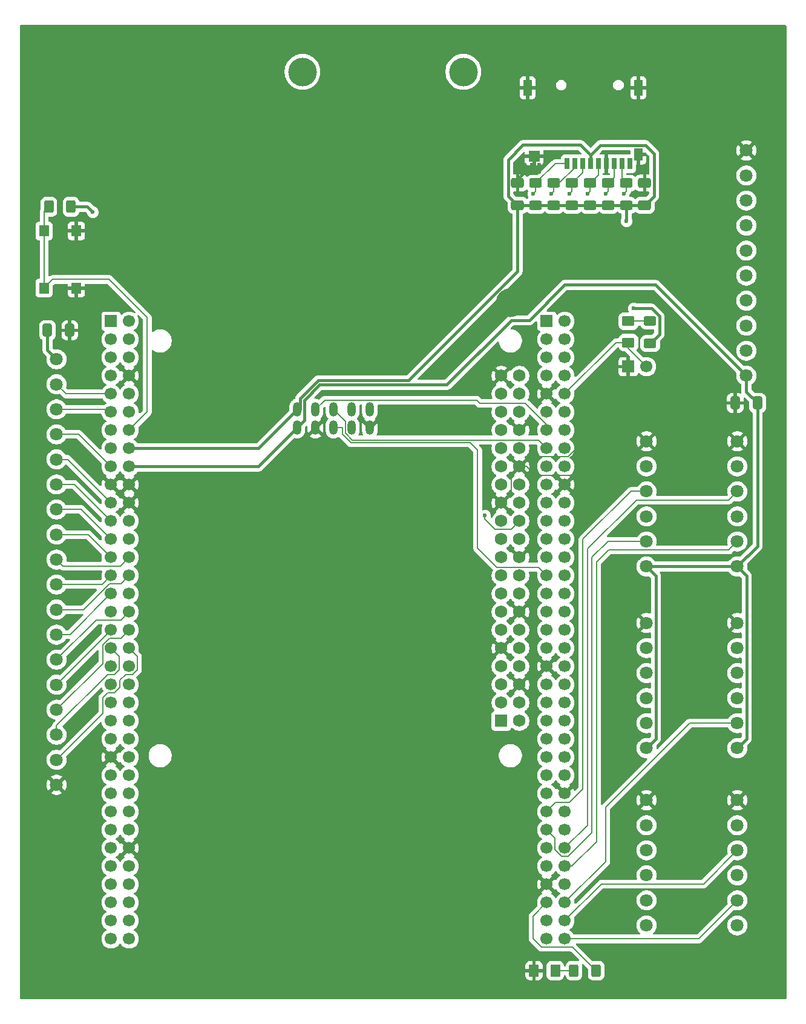
<source format=gbr>
%TF.GenerationSoftware,KiCad,Pcbnew,9.0.1*%
%TF.CreationDate,2025-10-08T20:15:01+11:00*%
%TF.ProjectId,Remora Nucleo F446ZE Hat,52656d6f-7261-4204-9e75-636c656f2046,rev?*%
%TF.SameCoordinates,Original*%
%TF.FileFunction,Copper,L1,Top*%
%TF.FilePolarity,Positive*%
%FSLAX46Y46*%
G04 Gerber Fmt 4.6, Leading zero omitted, Abs format (unit mm)*
G04 Created by KiCad (PCBNEW 9.0.1) date 2025-10-08 20:15:01*
%MOMM*%
%LPD*%
G01*
G04 APERTURE LIST*
G04 Aperture macros list*
%AMRoundRect*
0 Rectangle with rounded corners*
0 $1 Rounding radius*
0 $2 $3 $4 $5 $6 $7 $8 $9 X,Y pos of 4 corners*
0 Add a 4 corners polygon primitive as box body*
4,1,4,$2,$3,$4,$5,$6,$7,$8,$9,$2,$3,0*
0 Add four circle primitives for the rounded corners*
1,1,$1+$1,$2,$3*
1,1,$1+$1,$4,$5*
1,1,$1+$1,$6,$7*
1,1,$1+$1,$8,$9*
0 Add four rect primitives between the rounded corners*
20,1,$1+$1,$2,$3,$4,$5,0*
20,1,$1+$1,$4,$5,$6,$7,0*
20,1,$1+$1,$6,$7,$8,$9,0*
20,1,$1+$1,$8,$9,$2,$3,0*%
G04 Aperture macros list end*
%TA.AperFunction,ComponentPad*%
%ADD10C,1.803400*%
%TD*%
%TA.AperFunction,SMDPad,CuDef*%
%ADD11RoundRect,0.250000X0.625000X-0.400000X0.625000X0.400000X-0.625000X0.400000X-0.625000X-0.400000X0*%
%TD*%
%TA.AperFunction,SMDPad,CuDef*%
%ADD12RoundRect,0.250000X-0.650000X0.412500X-0.650000X-0.412500X0.650000X-0.412500X0.650000X0.412500X0*%
%TD*%
%TA.AperFunction,SMDPad,CuDef*%
%ADD13RoundRect,0.250001X-0.462499X-0.624999X0.462499X-0.624999X0.462499X0.624999X-0.462499X0.624999X0*%
%TD*%
%TA.AperFunction,SMDPad,CuDef*%
%ADD14R,0.700000X1.600000*%
%TD*%
%TA.AperFunction,SMDPad,CuDef*%
%ADD15R,1.600000X1.500000*%
%TD*%
%TA.AperFunction,SMDPad,CuDef*%
%ADD16R,1.200000X1.800000*%
%TD*%
%TA.AperFunction,SMDPad,CuDef*%
%ADD17R,1.200000X2.200000*%
%TD*%
%TA.AperFunction,ComponentPad*%
%ADD18R,1.700000X1.700000*%
%TD*%
%TA.AperFunction,ComponentPad*%
%ADD19C,1.700000*%
%TD*%
%TA.AperFunction,SMDPad,CuDef*%
%ADD20RoundRect,0.250000X0.400000X0.625000X-0.400000X0.625000X-0.400000X-0.625000X0.400000X-0.625000X0*%
%TD*%
%TA.AperFunction,WasherPad*%
%ADD21C,4.000000*%
%TD*%
%TA.AperFunction,ComponentPad*%
%ADD22O,1.200000X2.000000*%
%TD*%
%TA.AperFunction,SMDPad,CuDef*%
%ADD23RoundRect,0.250000X0.412500X0.650000X-0.412500X0.650000X-0.412500X-0.650000X0.412500X-0.650000X0*%
%TD*%
%TA.AperFunction,SMDPad,CuDef*%
%ADD24RoundRect,0.250000X-0.412500X-0.650000X0.412500X-0.650000X0.412500X0.650000X-0.412500X0.650000X0*%
%TD*%
%TA.AperFunction,SMDPad,CuDef*%
%ADD25RoundRect,0.250001X0.624999X-0.462499X0.624999X0.462499X-0.624999X0.462499X-0.624999X-0.462499X0*%
%TD*%
%TA.AperFunction,SMDPad,CuDef*%
%ADD26R,1.400000X1.600000*%
%TD*%
%TA.AperFunction,ComponentPad*%
%ADD27R,1.750000X1.750000*%
%TD*%
%TA.AperFunction,ComponentPad*%
%ADD28C,1.750000*%
%TD*%
%TA.AperFunction,ViaPad*%
%ADD29C,0.600000*%
%TD*%
%TA.AperFunction,ViaPad*%
%ADD30C,4.000000*%
%TD*%
%TA.AperFunction,Conductor*%
%ADD31C,0.200000*%
%TD*%
%TA.AperFunction,Conductor*%
%ADD32C,0.400000*%
%TD*%
G04 APERTURE END LIST*
D10*
%TO.P,J14,18,Pin_18*%
%TO.N,GNDREF*%
X99060000Y-130855000D03*
%TO.P,J14,17,Pin_17*%
%TO.N,MCU_DIGITAL_IN_16*%
X99060000Y-127355000D03*
%TO.P,J14,16,Pin_16*%
%TO.N,MCU_DIGITAL_IN_15*%
X99060000Y-123855000D03*
%TO.P,J14,15,Pin_15*%
%TO.N,MCU_DIGITAL_IN_14*%
X99060000Y-120355000D03*
%TO.P,J14,14,Pin_14*%
%TO.N,MCU_DIGITAL_IN_13*%
X99060000Y-116855000D03*
%TO.P,J14,13,Pin_13*%
%TO.N,MCU_DIGITAL_IN_12*%
X99060000Y-113355000D03*
%TO.P,J14,12,Pin_12*%
%TO.N,MCU_DIGITAL_IN_11*%
X99060000Y-109855000D03*
%TO.P,J14,11,Pin_11*%
%TO.N,MCU_DIGITAL_IN_10*%
X99060000Y-106355000D03*
%TO.P,J14,10,Pin_10*%
%TO.N,MCU_DIGITAL_IN_9*%
X99060000Y-102855000D03*
%TO.P,J14,9,Pin_9*%
%TO.N,MCU_DIGITAL_IN_8*%
X99060000Y-99355000D03*
%TO.P,J14,8,Pin_8*%
%TO.N,MCU_DIGITAL_IN_7*%
X99060000Y-95855000D03*
%TO.P,J14,7,Pin_7*%
%TO.N,MCU_DIGITAL_IN_6*%
X99060000Y-92355000D03*
%TO.P,J14,6,Pin_6*%
%TO.N,MCU_DIGITAL_IN_5*%
X99060000Y-88855000D03*
%TO.P,J14,5,Pin_5*%
%TO.N,MCU_DIGITAL_IN_4*%
X99060000Y-85355000D03*
%TO.P,J14,4,Pin_4*%
%TO.N,MCU_DIGITAL_IN_3*%
X99060000Y-81855000D03*
%TO.P,J14,3,Pin_3*%
%TO.N,MCU_DIGITAL_IN_2*%
X99060000Y-78355000D03*
%TO.P,J14,2,Pin_2*%
%TO.N,MCU_DIGITAL_IN_1*%
X99060000Y-74855000D03*
%TO.P,J14,1,Pin_1*%
%TO.N,+5VD*%
X99060000Y-71355000D03*
%TD*%
%TO.P,J12,1,Pin_1*%
%TO.N,+5VD*%
X195580000Y-73660000D03*
%TO.P,J12,2,Pin_2*%
%TO.N,MCU_DIGITAL_OUT_1*%
X195580000Y-70160000D03*
%TO.P,J12,3,Pin_3*%
%TO.N,MCU_DIGITAL_OUT_2*%
X195580000Y-66660000D03*
%TO.P,J12,4,Pin_4*%
%TO.N,MCU_DIGITAL_OUT_3*%
X195580000Y-63160000D03*
%TO.P,J12,5,Pin_5*%
%TO.N,MCU_DIGITAL_OUT_4*%
X195580000Y-59660000D03*
%TO.P,J12,6,Pin_6*%
%TO.N,MCU_DIGITAL_OUT_5*%
X195580000Y-56160000D03*
%TO.P,J12,7,Pin_7*%
%TO.N,MCU_DIGITAL_OUT_6*%
X195580000Y-52660000D03*
%TO.P,J12,8,Pin_8*%
%TO.N,MCU_DIGITAL_OUT_7*%
X195580000Y-49160000D03*
%TO.P,J12,9,Pin_9*%
%TO.N,MCU_DIGITAL_OUT_8*%
X195580000Y-45660000D03*
%TO.P,J12,10,Pin_10*%
%TO.N,GNDREF*%
X195580000Y-42160000D03*
%TD*%
D11*
%TO.P,R32,1*%
%TO.N,+3V3*%
X171196000Y-49836000D03*
%TO.P,R32,2*%
%TO.N,/SDIO_CMD*%
X171196000Y-46736000D03*
%TD*%
%TO.P,R26,1*%
%TO.N,+3V3*%
X178816000Y-49836000D03*
%TO.P,R26,2*%
%TO.N,/SDIO_D1*%
X178816000Y-46736000D03*
%TD*%
D12*
%TO.P,C53,1*%
%TO.N,GNDREF*%
X181356000Y-46711000D03*
%TO.P,C53,2*%
%TO.N,+3V3*%
X181356000Y-49836000D03*
%TD*%
D10*
%TO.P,J9,1,Pin_1*%
%TO.N,+5VD*%
X194310000Y-125730000D03*
%TO.P,J9,2,Pin_2*%
%TO.N,/MCU_A_STEP*%
X194310000Y-122230000D03*
%TO.P,J9,3,Pin_3*%
%TO.N,unconnected-(J9-Pin_3-Pad3)*%
X194310000Y-118729999D03*
%TO.P,J9,4,Pin_4*%
%TO.N,/MCU_A_DIR*%
X194310000Y-115229998D03*
%TO.P,J9,5,Pin_5*%
%TO.N,unconnected-(J9-Pin_5-Pad5)*%
X194310000Y-111729998D03*
%TO.P,J9,6,Pin_6*%
%TO.N,GNDREF*%
X194310000Y-108229997D03*
%TD*%
D13*
%TO.P,D8,1,K*%
%TO.N,GNDREF*%
X165860000Y-156845000D03*
%TO.P,D8,2,A*%
%TO.N,Net-(D8-A)*%
X168835000Y-156845000D03*
%TD*%
D10*
%TO.P,J6,1,Pin_1*%
%TO.N,+5VD*%
X181610000Y-150510002D03*
%TO.P,J6,2,Pin_2*%
%TO.N,/MCU_X_STEP*%
X181610000Y-147010002D03*
%TO.P,J6,3,Pin_3*%
%TO.N,unconnected-(J6-Pin_3-Pad3)*%
X181610000Y-143510001D03*
%TO.P,J6,4,Pin_4*%
%TO.N,/MCU_X_DIR*%
X181610000Y-140010000D03*
%TO.P,J6,5,Pin_5*%
%TO.N,unconnected-(J6-Pin_5-Pad5)*%
X181610000Y-136510000D03*
%TO.P,J6,6,Pin_6*%
%TO.N,GNDREF*%
X181610000Y-133009999D03*
%TD*%
%TO.P,J7,1,Pin_1*%
%TO.N,+5VD*%
X194310000Y-150510002D03*
%TO.P,J7,2,Pin_2*%
%TO.N,/MCU_Y_STEP*%
X194310000Y-147010002D03*
%TO.P,J7,3,Pin_3*%
%TO.N,unconnected-(J7-Pin_3-Pad3)*%
X194310000Y-143510001D03*
%TO.P,J7,4,Pin_4*%
%TO.N,/MCU_Y_DIR*%
X194310000Y-140010000D03*
%TO.P,J7,5,Pin_5*%
%TO.N,unconnected-(J7-Pin_5-Pad5)*%
X194310000Y-136510000D03*
%TO.P,J7,6,Pin_6*%
%TO.N,GNDREF*%
X194310000Y-133009999D03*
%TD*%
%TO.P,J8,1,Pin_1*%
%TO.N,+5VD*%
X181610000Y-125730000D03*
%TO.P,J8,2,Pin_2*%
%TO.N,/MCU_Z_STEP*%
X181610000Y-122230000D03*
%TO.P,J8,3,Pin_3*%
%TO.N,unconnected-(J8-Pin_3-Pad3)*%
X181610000Y-118729999D03*
%TO.P,J8,4,Pin_4*%
%TO.N,/MCU_Z_DIR*%
X181610000Y-115229998D03*
%TO.P,J8,5,Pin_5*%
%TO.N,unconnected-(J8-Pin_5-Pad5)*%
X181610000Y-111729998D03*
%TO.P,J8,6,Pin_6*%
%TO.N,GNDREF*%
X181610000Y-108229997D03*
%TD*%
D11*
%TO.P,R33,1*%
%TO.N,+3V3*%
X173736000Y-49836000D03*
%TO.P,R33,2*%
%TO.N,/SDIO_CLK*%
X173736000Y-46736000D03*
%TD*%
D14*
%TO.P,J4,1,DAT2*%
%TO.N,/SDIO_D2*%
X170472000Y-44020000D03*
%TO.P,J4,2,CD/DAT3*%
%TO.N,/SDIO_D3*%
X171572000Y-44020000D03*
%TO.P,J4,3,CMD*%
%TO.N,/SDIO_CMD*%
X172672000Y-44020000D03*
%TO.P,J4,4,VDD*%
%TO.N,+3V3*%
X173772000Y-44020000D03*
%TO.P,J4,5,CLK*%
%TO.N,/SDIO_CLK*%
X174872000Y-44020000D03*
%TO.P,J4,6,VSS*%
%TO.N,GNDREF*%
X175972000Y-44020000D03*
%TO.P,J4,7,DAT0*%
%TO.N,/SDIO_D0*%
X177072000Y-44020000D03*
%TO.P,J4,8,DAT1*%
%TO.N,/SDIO_D1*%
X178172000Y-44020000D03*
D15*
%TO.P,J4,9,GND_1*%
%TO.N,GNDREF*%
X165872000Y-42970000D03*
D16*
%TO.P,J4,10,GND_2*%
X180472000Y-42720000D03*
D17*
%TO.P,J4,11,GND_3*%
X164972000Y-33420000D03*
%TO.P,J4,12,GND_4*%
X180472000Y-33420000D03*
D14*
%TO.P,J4,CD1,CD1*%
%TO.N,unconnected-(J4-PadCD1)*%
X179272000Y-44020000D03*
%TD*%
D18*
%TO.P,J3,1,Pin_1*%
%TO.N,GNDREF*%
X179065000Y-72390000D03*
D19*
%TO.P,J3,2,Pin_2*%
%TO.N,/UART_TX*%
X181605000Y-72390000D03*
%TD*%
D20*
%TO.P,R17,1*%
%TO.N,/USR_LED*%
X174550000Y-156845000D03*
%TO.P,R17,2*%
%TO.N,Net-(D8-A)*%
X171450000Y-156845000D03*
%TD*%
D11*
%TO.P,R30,1*%
%TO.N,+3V3*%
X166116000Y-49836000D03*
%TO.P,R30,2*%
%TO.N,/SDIO_D2*%
X166116000Y-46736000D03*
%TD*%
%TO.P,R1,1*%
%TO.N,+3V3*%
X182118000Y-69140000D03*
%TO.P,R1,2*%
%TO.N,Net-(D1-A)*%
X182118000Y-66040000D03*
%TD*%
%TO.P,R31,1*%
%TO.N,+3V3*%
X168656000Y-49836000D03*
%TO.P,R31,2*%
%TO.N,/SDIO_D3*%
X168656000Y-46736000D03*
%TD*%
D18*
%TO.P,J1,1,Pin_1*%
%TO.N,/SDIO_D2*%
X106680000Y-66040000D03*
D19*
%TO.P,J1,2,Pin_2*%
%TO.N,/SDIO_D3*%
X109220000Y-66040000D03*
%TO.P,J1,3,Pin_3*%
%TO.N,/SDIO_CLK*%
X106680000Y-68580000D03*
%TO.P,J1,4,Pin_4*%
%TO.N,/SDIO_CMD*%
X109220000Y-68580000D03*
%TO.P,J1,5,Pin_5*%
%TO.N,unconnected-(J1-Pin_5-Pad5)*%
X106680000Y-71120000D03*
%TO.P,J1,6,Pin_6*%
%TO.N,unconnected-(J1-Pin_6-Pad6)*%
X109220000Y-71120000D03*
%TO.P,J1,7,Pin_7*%
%TO.N,unconnected-(J1-Pin_7-Pad7)*%
X106680000Y-73660000D03*
%TO.P,J1,8,Pin_8*%
%TO.N,GNDREF*%
X109220000Y-73660000D03*
%TO.P,J1,9,Pin_9*%
%TO.N,MCU_DIGITAL_IN_1*%
X106680000Y-76200000D03*
%TO.P,J1,10,Pin_10*%
%TO.N,unconnected-(J1-Pin_10-Pad10)*%
X109220000Y-76200000D03*
%TO.P,J1,11,Pin_11*%
%TO.N,MCU_DIGITAL_IN_2*%
X106680000Y-78740000D03*
%TO.P,J1,12,Pin_12*%
%TO.N,unconnected-(J1-Pin_12-Pad12)*%
X109220000Y-78740000D03*
%TO.P,J1,13,Pin_13*%
%TO.N,unconnected-(J1-Pin_13-Pad13)*%
X106680000Y-81280000D03*
%TO.P,J1,14,Pin_14*%
%TO.N,/MCU_RST*%
X109220000Y-81280000D03*
%TO.P,J1,15,Pin_15*%
%TO.N,unconnected-(J1-Pin_15-Pad15)*%
X106680000Y-83820000D03*
%TO.P,J1,16,Pin_16*%
%TO.N,+3V3*%
X109220000Y-83820000D03*
%TO.P,J1,17,Pin_17*%
%TO.N,MCU_DIGITAL_IN_3*%
X106680000Y-86360000D03*
%TO.P,J1,18,Pin_18*%
%TO.N,+5VD*%
X109220000Y-86360000D03*
%TO.P,J1,19,Pin_19*%
%TO.N,GNDREF*%
X106680000Y-88900000D03*
%TO.P,J1,20,Pin_20*%
X109220000Y-88900000D03*
%TO.P,J1,21,Pin_21*%
%TO.N,MCU_DIGITAL_IN_4*%
X106680000Y-91440000D03*
%TO.P,J1,22,Pin_22*%
%TO.N,GNDREF*%
X109220000Y-91440000D03*
%TO.P,J1,23,Pin_23*%
%TO.N,MCU_DIGITAL_IN_5*%
X106680000Y-93980000D03*
%TO.P,J1,24,Pin_24*%
%TO.N,unconnected-(J1-Pin_24-Pad24)*%
X109220000Y-93980000D03*
%TO.P,J1,25,Pin_25*%
%TO.N,MCU_DIGITAL_IN_6*%
X106680000Y-96520000D03*
%TO.P,J1,26,Pin_26*%
%TO.N,unconnected-(J1-Pin_26-Pad26)*%
X109220000Y-96520000D03*
%TO.P,J1,27,Pin_27*%
%TO.N,MCU_DIGITAL_IN_7*%
X106680000Y-99060000D03*
%TO.P,J1,28,Pin_28*%
%TO.N,MCU_DIGITAL_IN_8*%
X109220000Y-99060000D03*
%TO.P,J1,29,Pin_29*%
%TO.N,MCU_DIGITAL_IN_9*%
X106680000Y-101600000D03*
%TO.P,J1,30,Pin_30*%
%TO.N,MCU_DIGITAL_IN_10*%
X109220000Y-101600000D03*
%TO.P,J1,31,Pin_31*%
%TO.N,MCU_DIGITAL_IN_11*%
X106680000Y-104140000D03*
%TO.P,J1,32,Pin_32*%
%TO.N,/SPI1_CS*%
X109220000Y-104140000D03*
%TO.P,J1,33,Pin_33*%
%TO.N,unconnected-(J1-Pin_33-Pad33)*%
X106680000Y-106680000D03*
%TO.P,J1,34,Pin_34*%
%TO.N,MCU_DIGITAL_IN_12*%
X109220000Y-106680000D03*
%TO.P,J1,35,Pin_35*%
%TO.N,MCU_DIGITAL_IN_13*%
X106680000Y-109220000D03*
%TO.P,J1,36,Pin_36*%
%TO.N,MCU_DIGITAL_IN_14*%
X109220000Y-109220000D03*
%TO.P,J1,37,Pin_37*%
%TO.N,MCU_DIGITAL_IN_15*%
X106680000Y-111760000D03*
%TO.P,J1,38,Pin_38*%
%TO.N,MCU_DIGITAL_IN_16*%
X109220000Y-111760000D03*
%TO.P,J1,39,Pin_39*%
%TO.N,unconnected-(J1-Pin_39-Pad39)*%
X106680000Y-114300000D03*
%TO.P,J1,40,Pin_40*%
%TO.N,unconnected-(J1-Pin_40-Pad40)*%
X109220000Y-114300000D03*
%TO.P,J1,41,Pin_41*%
%TO.N,unconnected-(J1-Pin_41-Pad41)*%
X106680000Y-116840000D03*
%TO.P,J1,42,Pin_42*%
%TO.N,unconnected-(J1-Pin_42-Pad42)*%
X109220000Y-116840000D03*
%TO.P,J1,43,Pin_43*%
%TO.N,unconnected-(J1-Pin_43-Pad43)*%
X106680000Y-119380000D03*
%TO.P,J1,44,Pin_44*%
%TO.N,unconnected-(J1-Pin_44-Pad44)*%
X109220000Y-119380000D03*
%TO.P,J1,45,Pin_45*%
%TO.N,unconnected-(J1-Pin_45-Pad45)*%
X106680000Y-121920000D03*
%TO.P,J1,46,Pin_46*%
%TO.N,unconnected-(J1-Pin_46-Pad46)*%
X109220000Y-121920000D03*
%TO.P,J1,47,Pin_47*%
%TO.N,unconnected-(J1-Pin_47-Pad47)*%
X106680000Y-124460000D03*
%TO.P,J1,48,Pin_48*%
%TO.N,unconnected-(J1-Pin_48-Pad48)*%
X109220000Y-124460000D03*
%TO.P,J1,49,Pin_49*%
%TO.N,GNDREF*%
X106680000Y-127000000D03*
%TO.P,J1,50,Pin_50*%
%TO.N,unconnected-(J1-Pin_50-Pad50)*%
X109220000Y-127000000D03*
%TO.P,J1,51,Pin_51*%
%TO.N,unconnected-(J1-Pin_51-Pad51)*%
X106680000Y-129540000D03*
%TO.P,J1,52,Pin_52*%
%TO.N,unconnected-(J1-Pin_52-Pad52)*%
X109220000Y-129540000D03*
%TO.P,J1,53,Pin_53*%
%TO.N,unconnected-(J1-Pin_53-Pad53)*%
X106680000Y-132080000D03*
%TO.P,J1,54,Pin_54*%
%TO.N,unconnected-(J1-Pin_54-Pad54)*%
X109220000Y-132080000D03*
%TO.P,J1,55,Pin_55*%
%TO.N,unconnected-(J1-Pin_55-Pad55)*%
X106680000Y-134620000D03*
%TO.P,J1,56,Pin_56*%
%TO.N,unconnected-(J1-Pin_56-Pad56)*%
X109220000Y-134620000D03*
%TO.P,J1,57,Pin_57*%
%TO.N,unconnected-(J1-Pin_57-Pad57)*%
X106680000Y-137160000D03*
%TO.P,J1,58,Pin_58*%
%TO.N,unconnected-(J1-Pin_58-Pad58)*%
X109220000Y-137160000D03*
%TO.P,J1,59,Pin_59*%
%TO.N,unconnected-(J1-Pin_59-Pad59)*%
X106680000Y-139700000D03*
%TO.P,J1,60,Pin_60*%
%TO.N,GNDREF*%
X109220000Y-139700000D03*
%TO.P,J1,61,Pin_61*%
%TO.N,unconnected-(J1-Pin_61-Pad61)*%
X106680000Y-142240000D03*
%TO.P,J1,62,Pin_62*%
%TO.N,unconnected-(J1-Pin_62-Pad62)*%
X109220000Y-142240000D03*
%TO.P,J1,63,Pin_63*%
%TO.N,unconnected-(J1-Pin_63-Pad63)*%
X106680000Y-144780000D03*
%TO.P,J1,64,Pin_64*%
%TO.N,unconnected-(J1-Pin_64-Pad64)*%
X109220000Y-144780000D03*
%TO.P,J1,65,Pin_65*%
%TO.N,unconnected-(J1-Pin_65-Pad65)*%
X106680000Y-147320000D03*
%TO.P,J1,66,Pin_66*%
%TO.N,unconnected-(J1-Pin_66-Pad66)*%
X109220000Y-147320000D03*
%TO.P,J1,67,Pin_67*%
%TO.N,unconnected-(J1-Pin_67-Pad67)*%
X106680000Y-149860000D03*
%TO.P,J1,68,Pin_68*%
%TO.N,unconnected-(J1-Pin_68-Pad68)*%
X109220000Y-149860000D03*
%TO.P,J1,69,Pin_69*%
%TO.N,unconnected-(J1-Pin_69-Pad69)*%
X106680000Y-152400000D03*
%TO.P,J1,70,Pin_70*%
%TO.N,unconnected-(J1-Pin_70-Pad70)*%
X109220000Y-152400000D03*
%TD*%
D21*
%TO.P,U1,*%
%TO.N,*%
X133470000Y-31170000D03*
X155970000Y-31170000D03*
D22*
%TO.P,U1,1,SLCK*%
%TO.N,/SPI1_CLK*%
X142900000Y-78380000D03*
%TO.P,U1,2,SCS*%
%TO.N,/SPI1_CS*%
X140360000Y-78380000D03*
%TO.P,U1,3,MOSI*%
%TO.N,/SPI1_MOSI*%
X137820000Y-78380000D03*
%TO.P,U1,4,MISO*%
%TO.N,/SPI1_MISO*%
X135280000Y-78380000D03*
%TO.P,U1,5,3V3*%
%TO.N,+3V3*%
X132740000Y-78380000D03*
%TO.P,U1,6,5V*%
%TO.N,+5VD*%
X132740000Y-80920000D03*
%TO.P,U1,7,GND*%
%TO.N,GNDREF*%
X135280000Y-80920000D03*
%TO.P,U1,8,RST*%
%TO.N,/WIZ_RST*%
X137820000Y-80920000D03*
%TO.P,U1,9,INT*%
%TO.N,unconnected-(U1-INT-Pad9)*%
X140360000Y-80920000D03*
%TO.P,U1,10,GND*%
%TO.N,GNDREF*%
X142900000Y-80920000D03*
%TD*%
D10*
%TO.P,J11,1,Pin_1*%
%TO.N,+5VD*%
X194310000Y-100330000D03*
%TO.P,J11,2,Pin_2*%
%TO.N,/MCU_C_STEP*%
X194310000Y-96830000D03*
%TO.P,J11,3,Pin_3*%
%TO.N,unconnected-(J11-Pin_3-Pad3)*%
X194310000Y-93329999D03*
%TO.P,J11,4,Pin_4*%
%TO.N,/MCU_C_DIR*%
X194310000Y-89829998D03*
%TO.P,J11,5,Pin_5*%
%TO.N,unconnected-(J11-Pin_5-Pad5)*%
X194310000Y-86329998D03*
%TO.P,J11,6,Pin_6*%
%TO.N,GNDREF*%
X194310000Y-82829997D03*
%TD*%
D23*
%TO.P,C22,1*%
%TO.N,+5VD*%
X197142500Y-77470000D03*
%TO.P,C22,2*%
%TO.N,GNDREF*%
X194017500Y-77470000D03*
%TD*%
D24*
%TO.P,C24,1*%
%TO.N,+5VD*%
X97790000Y-67310000D03*
%TO.P,C24,2*%
%TO.N,GNDREF*%
X100915000Y-67310000D03*
%TD*%
D12*
%TO.P,C54,1*%
%TO.N,GNDREF*%
X163576000Y-46711000D03*
%TO.P,C54,2*%
%TO.N,+3V3*%
X163576000Y-49836000D03*
%TD*%
D11*
%TO.P,R25,1*%
%TO.N,+3V3*%
X176276000Y-49836000D03*
%TO.P,R25,2*%
%TO.N,/SDIO_D0*%
X176276000Y-46736000D03*
%TD*%
D18*
%TO.P,J2,1,Pin_1*%
%TO.N,/SDIO_D1*%
X167640000Y-66040000D03*
D19*
%TO.P,J2,2,Pin_2*%
%TO.N,/SDIO_D0*%
X170180000Y-66040000D03*
%TO.P,J2,3,Pin_3*%
%TO.N,unconnected-(J2-Pin_3-Pad3)*%
X167640000Y-68580000D03*
%TO.P,J2,4,Pin_4*%
%TO.N,unconnected-(J2-Pin_4-Pad4)*%
X170180000Y-68580000D03*
%TO.P,J2,5,Pin_5*%
%TO.N,unconnected-(J2-Pin_5-Pad5)*%
X167640000Y-71120000D03*
%TO.P,J2,6,Pin_6*%
%TO.N,unconnected-(J2-Pin_6-Pad6)*%
X170180000Y-71120000D03*
%TO.P,J2,7,Pin_7*%
%TO.N,unconnected-(J2-Pin_7-Pad7)*%
X167640000Y-73660000D03*
%TO.P,J2,8,Pin_8*%
%TO.N,unconnected-(J2-Pin_8-Pad8)*%
X170180000Y-73660000D03*
%TO.P,J2,9,Pin_9*%
%TO.N,GNDREF*%
X167640000Y-76200000D03*
%TO.P,J2,10,Pin_10*%
%TO.N,/UART_TX*%
X170180000Y-76200000D03*
%TO.P,J2,11,Pin_11*%
%TO.N,/SPI1_CLK*%
X167640000Y-78740000D03*
%TO.P,J2,12,Pin_12*%
%TO.N,MCU_DIGITAL_OUT_8*%
X170180000Y-78740000D03*
%TO.P,J2,13,Pin_13*%
%TO.N,/SPI1_MISO*%
X167640000Y-81280000D03*
%TO.P,J2,14,Pin_14*%
%TO.N,MCU_DIGITAL_OUT_7*%
X170180000Y-81280000D03*
%TO.P,J2,15,Pin_15*%
%TO.N,/SPI1_MOSI*%
X167640000Y-83820000D03*
%TO.P,J2,16,Pin_16*%
%TO.N,MCU_DIGITAL_OUT_6*%
X170180000Y-83820000D03*
%TO.P,J2,17,Pin_17*%
%TO.N,unconnected-(J2-Pin_17-Pad17)*%
X167640000Y-86360000D03*
%TO.P,J2,18,Pin_18*%
%TO.N,MCU_DIGITAL_OUT_5*%
X170180000Y-86360000D03*
%TO.P,J2,19,Pin_19*%
%TO.N,unconnected-(J2-Pin_19-Pad19)*%
X167640000Y-88900000D03*
%TO.P,J2,20,Pin_20*%
%TO.N,GNDREF*%
X170180000Y-88900000D03*
%TO.P,J2,21,Pin_21*%
%TO.N,unconnected-(J2-Pin_21-Pad21)*%
X167640000Y-91440000D03*
%TO.P,J2,22,Pin_22*%
%TO.N,MCU_DIGITAL_OUT_4*%
X170180000Y-91440000D03*
%TO.P,J2,23,Pin_23*%
%TO.N,unconnected-(J2-Pin_23-Pad23)*%
X167640000Y-93980000D03*
%TO.P,J2,24,Pin_24*%
%TO.N,MCU_DIGITAL_OUT_3*%
X170180000Y-93980000D03*
%TO.P,J2,25,Pin_25*%
%TO.N,unconnected-(J2-Pin_25-Pad25)*%
X167640000Y-96520000D03*
%TO.P,J2,26,Pin_26*%
%TO.N,MCU_DIGITAL_OUT_2*%
X170180000Y-96520000D03*
%TO.P,J2,27,Pin_27*%
%TO.N,unconnected-(J2-Pin_27-Pad27)*%
X167640000Y-99060000D03*
%TO.P,J2,28,Pin_28*%
%TO.N,MCU_DIGITAL_OUT_1*%
X170180000Y-99060000D03*
%TO.P,J2,29,Pin_29*%
%TO.N,/WIZ_RST*%
X167640000Y-101600000D03*
%TO.P,J2,30,Pin_30*%
%TO.N,unconnected-(J2-Pin_30-Pad30)*%
X170180000Y-101600000D03*
%TO.P,J2,31,Pin_31*%
%TO.N,unconnected-(J2-Pin_31-Pad31)*%
X167640000Y-104140000D03*
%TO.P,J2,32,Pin_32*%
%TO.N,unconnected-(J2-Pin_32-Pad32)*%
X170180000Y-104140000D03*
%TO.P,J2,33,Pin_33*%
%TO.N,unconnected-(J2-Pin_33-Pad33)*%
X167640000Y-106680000D03*
%TO.P,J2,34,Pin_34*%
%TO.N,unconnected-(J2-Pin_34-Pad34)*%
X170180000Y-106680000D03*
%TO.P,J2,35,Pin_35*%
%TO.N,unconnected-(J2-Pin_35-Pad35)*%
X167640000Y-109220000D03*
%TO.P,J2,36,Pin_36*%
%TO.N,unconnected-(J2-Pin_36-Pad36)*%
X170180000Y-109220000D03*
%TO.P,J2,37,Pin_37*%
%TO.N,unconnected-(J2-Pin_37-Pad37)*%
X167640000Y-111760000D03*
%TO.P,J2,38,Pin_38*%
%TO.N,unconnected-(J2-Pin_38-Pad38)*%
X170180000Y-111760000D03*
%TO.P,J2,39,Pin_39*%
%TO.N,GNDREF*%
X167640000Y-114300000D03*
%TO.P,J2,40,Pin_40*%
%TO.N,unconnected-(J2-Pin_40-Pad40)*%
X170180000Y-114300000D03*
%TO.P,J2,41,Pin_41*%
%TO.N,unconnected-(J2-Pin_41-Pad41)*%
X167640000Y-116840000D03*
%TO.P,J2,42,Pin_42*%
%TO.N,unconnected-(J2-Pin_42-Pad42)*%
X170180000Y-116840000D03*
%TO.P,J2,43,Pin_43*%
%TO.N,unconnected-(J2-Pin_43-Pad43)*%
X167640000Y-119380000D03*
%TO.P,J2,44,Pin_44*%
%TO.N,unconnected-(J2-Pin_44-Pad44)*%
X170180000Y-119380000D03*
%TO.P,J2,45,Pin_45*%
%TO.N,unconnected-(J2-Pin_45-Pad45)*%
X167640000Y-121920000D03*
%TO.P,J2,46,Pin_46*%
%TO.N,unconnected-(J2-Pin_46-Pad46)*%
X170180000Y-121920000D03*
%TO.P,J2,47,Pin_47*%
%TO.N,unconnected-(J2-Pin_47-Pad47)*%
X167640000Y-124460000D03*
%TO.P,J2,48,Pin_48*%
%TO.N,unconnected-(J2-Pin_48-Pad48)*%
X170180000Y-124460000D03*
%TO.P,J2,49,Pin_49*%
%TO.N,unconnected-(J2-Pin_49-Pad49)*%
X167640000Y-127000000D03*
%TO.P,J2,50,Pin_50*%
%TO.N,unconnected-(J2-Pin_50-Pad50)*%
X170180000Y-127000000D03*
%TO.P,J2,51,Pin_51*%
%TO.N,unconnected-(J2-Pin_51-Pad51)*%
X167640000Y-129540000D03*
%TO.P,J2,52,Pin_52*%
%TO.N,unconnected-(J2-Pin_52-Pad52)*%
X170180000Y-129540000D03*
%TO.P,J2,53,Pin_53*%
%TO.N,unconnected-(J2-Pin_53-Pad53)*%
X167640000Y-132080000D03*
%TO.P,J2,54,Pin_54*%
%TO.N,GNDREF*%
X170180000Y-132080000D03*
%TO.P,J2,55,Pin_55*%
%TO.N,/MCU_B_DIR*%
X167640000Y-134620000D03*
%TO.P,J2,56,Pin_56*%
%TO.N,unconnected-(J2-Pin_56-Pad56)*%
X170180000Y-134620000D03*
%TO.P,J2,57,Pin_57*%
%TO.N,/MCU_B_STEP*%
X167640000Y-137160000D03*
%TO.P,J2,58,Pin_58*%
%TO.N,unconnected-(J2-Pin_58-Pad58)*%
X170180000Y-137160000D03*
%TO.P,J2,59,Pin_59*%
%TO.N,/MCU_Z_DIR*%
X167640000Y-139700000D03*
%TO.P,J2,60,Pin_60*%
%TO.N,/MCU_C_DIR*%
X170180000Y-139700000D03*
%TO.P,J2,61,Pin_61*%
%TO.N,/MCU_Z_STEP*%
X167640000Y-142240000D03*
%TO.P,J2,62,Pin_62*%
%TO.N,/MCU_C_STEP*%
X170180000Y-142240000D03*
%TO.P,J2,63,Pin_63*%
%TO.N,GNDREF*%
X167640000Y-144780000D03*
%TO.P,J2,64,Pin_64*%
%TO.N,/MCU_A_DIR*%
X170180000Y-144780000D03*
%TO.P,J2,65,Pin_65*%
%TO.N,/USR_LED*%
X167640000Y-147320000D03*
%TO.P,J2,66,Pin_66*%
%TO.N,/MCU_A_STEP*%
X170180000Y-147320000D03*
%TO.P,J2,67,Pin_67*%
%TO.N,/MCU_X_DIR*%
X167640000Y-149860000D03*
%TO.P,J2,68,Pin_68*%
%TO.N,/MCU_Y_DIR*%
X170180000Y-149860000D03*
%TO.P,J2,69,Pin_69*%
%TO.N,/MCU_X_STEP*%
X167640000Y-152400000D03*
%TO.P,J2,70,Pin_70*%
%TO.N,/MCU_Y_STEP*%
X170180000Y-152400000D03*
%TD*%
D20*
%TO.P,R19,1*%
%TO.N,+3V3*%
X101092000Y-50038000D03*
%TO.P,R19,2*%
%TO.N,/MCU_RST*%
X97992000Y-50038000D03*
%TD*%
D25*
%TO.P,D1,1,K*%
%TO.N,/UART_TX*%
X179070000Y-69015000D03*
%TO.P,D1,2,A*%
%TO.N,Net-(D1-A)*%
X179070000Y-66040000D03*
%TD*%
D10*
%TO.P,J10,1,Pin_1*%
%TO.N,+5VD*%
X181610000Y-100330000D03*
%TO.P,J10,2,Pin_2*%
%TO.N,/MCU_B_STEP*%
X181610000Y-96830000D03*
%TO.P,J10,3,Pin_3*%
%TO.N,unconnected-(J10-Pin_3-Pad3)*%
X181610000Y-93329999D03*
%TO.P,J10,4,Pin_4*%
%TO.N,/MCU_B_DIR*%
X181610000Y-89829998D03*
%TO.P,J10,5,Pin_5*%
%TO.N,unconnected-(J10-Pin_5-Pad5)*%
X181610000Y-86329998D03*
%TO.P,J10,6,Pin_6*%
%TO.N,GNDREF*%
X181610000Y-82829997D03*
%TD*%
D26*
%TO.P,SW2,1,1*%
%TO.N,/MCU_RST*%
X97318000Y-61404000D03*
X97318000Y-53404000D03*
%TO.P,SW2,2,2*%
%TO.N,GNDREF*%
X101818000Y-61404000D03*
X101818000Y-53404000D03*
%TD*%
D27*
%TO.P,RP1,1,+3.3V_1*%
%TO.N,unconnected-(RP1-+3.3V_1-Pad1)*%
X161290000Y-121920000D03*
D28*
%TO.P,RP1,2,+5V_1*%
%TO.N,unconnected-(RP1-+5V_1-Pad2)*%
X163830000Y-121920000D03*
%TO.P,RP1,3,GPIO_2/[I2C]_SDA*%
%TO.N,unconnected-(RP1-GPIO_2{slash}[I2C]_SDA-Pad3)*%
X161290000Y-119380000D03*
%TO.P,RP1,4,+5V_2*%
%TO.N,unconnected-(RP1-+5V_2-Pad4)*%
X163830000Y-119380000D03*
%TO.P,RP1,5,GPIO_3/[I2C]_SCL*%
%TO.N,unconnected-(RP1-GPIO_3{slash}[I2C]_SCL-Pad5)*%
X161290000Y-116840000D03*
%TO.P,RP1,6,GND_1*%
%TO.N,GNDREF*%
X163830000Y-116840000D03*
%TO.P,RP1,7,GPIO_4/GPCLK0*%
%TO.N,unconnected-(RP1-GPIO_4{slash}GPCLK0-Pad7)*%
X161290000Y-114300000D03*
%TO.P,RP1,8,GPIO_14/[UART]_TXD0*%
%TO.N,unconnected-(RP1-GPIO_14{slash}[UART]_TXD0-Pad8)*%
X163830000Y-114300000D03*
%TO.P,RP1,9,GND_2*%
%TO.N,GNDREF*%
X161290000Y-111760000D03*
%TO.P,RP1,10,GPIO_15/[UART]_RXD0*%
%TO.N,unconnected-(RP1-GPIO_15{slash}[UART]_RXD0-Pad10)*%
X163830000Y-111760000D03*
%TO.P,RP1,11,GPIO_17/SPI1_CS1*%
%TO.N,unconnected-(RP1-GPIO_17{slash}SPI1_CS1-Pad11)*%
X161290000Y-109220000D03*
%TO.P,RP1,12,GPIO_18/PWM0/SPI1_CS0*%
%TO.N,unconnected-(RP1-GPIO_18{slash}PWM0{slash}SPI1_CS0-Pad12)*%
X163830000Y-109220000D03*
%TO.P,RP1,13,GPIO27*%
%TO.N,unconnected-(RP1-GPIO27-Pad13)*%
X161290000Y-106680000D03*
%TO.P,RP1,14,GND_3*%
%TO.N,GNDREF*%
X163830000Y-106680000D03*
%TO.P,RP1,15,GPIO_22*%
%TO.N,unconnected-(RP1-GPIO_22-Pad15)*%
X161290000Y-104140000D03*
%TO.P,RP1,16,GPIO_23*%
%TO.N,unconnected-(RP1-GPIO_23-Pad16)*%
X163830000Y-104140000D03*
%TO.P,RP1,17,+3.3V_2*%
%TO.N,unconnected-(RP1-+3.3V_2-Pad17)*%
X161290000Y-101600000D03*
%TO.P,RP1,18,GPIO_24*%
%TO.N,unconnected-(RP1-GPIO_24-Pad18)*%
X163830000Y-101600000D03*
%TO.P,RP1,19,GPIO_10/SPI0_MOSI*%
%TO.N,/SPI1_MOSI*%
X161290000Y-99060000D03*
%TO.P,RP1,20,GND_4*%
%TO.N,GNDREF*%
X163830000Y-99060000D03*
%TO.P,RP1,21,GPIO_9/SPI0_MISO*%
%TO.N,/SPI1_MISO*%
X161290000Y-96520000D03*
%TO.P,RP1,22,GPIO_25*%
%TO.N,unconnected-(RP1-GPIO_25-Pad22)*%
X163830000Y-96520000D03*
%TO.P,RP1,23,GPIO_11/SPI0_SCLK*%
%TO.N,/SPI1_CLK*%
X161290000Y-93980000D03*
%TO.P,RP1,24,GPIO_8/SPI0_CE1_N*%
%TO.N,/SPI1_CS*%
X163830000Y-93980000D03*
%TO.P,RP1,25,GND_5*%
%TO.N,GNDREF*%
X161290000Y-91440000D03*
%TO.P,RP1,26,GPIO_7/SPI0_CE2_N*%
%TO.N,unconnected-(RP1-GPIO_7{slash}SPI0_CE2_N-Pad26)*%
X163830000Y-91440000D03*
%TO.P,RP1,27,DNC_1*%
%TO.N,unconnected-(RP1-DNC_1-Pad27)*%
X161290000Y-88900000D03*
%TO.P,RP1,28,DNC_2*%
%TO.N,unconnected-(RP1-DNC_2-Pad28)*%
X163830000Y-88900000D03*
%TO.P,RP1,29,GPIO5//GPCLK1*%
%TO.N,unconnected-(RP1-GPIO5{slash}{slash}GPCLK1-Pad29)*%
X161290000Y-86360000D03*
%TO.P,RP1,30,GND_6*%
%TO.N,GNDREF*%
X163830000Y-86360000D03*
%TO.P,RP1,31,GPIO6/GPCLK2*%
%TO.N,unconnected-(RP1-GPIO6{slash}GPCLK2-Pad31)*%
X161290000Y-83820000D03*
%TO.P,RP1,32,GPIO12/PWM0*%
%TO.N,unconnected-(RP1-GPIO12{slash}PWM0-Pad32)*%
X163830000Y-83820000D03*
%TO.P,RP1,33,GPIO13/PWM1*%
%TO.N,unconnected-(RP1-GPIO13{slash}PWM1-Pad33)*%
X161290000Y-81280000D03*
%TO.P,RP1,34,GND_7*%
%TO.N,GNDREF*%
X163830000Y-81280000D03*
%TO.P,RP1,35,GPIO19/SPI0_MISO1/PWM1*%
%TO.N,unconnected-(RP1-GPIO19{slash}SPI0_MISO1{slash}PWM1-Pad35)*%
X161290000Y-78740000D03*
%TO.P,RP1,36,GPIO16/SPI1_CS2*%
%TO.N,unconnected-(RP1-GPIO16{slash}SPI1_CS2-Pad36)*%
X163830000Y-78740000D03*
%TO.P,RP1,37,GPIO26*%
%TO.N,unconnected-(RP1-GPIO26-Pad37)*%
X161290000Y-76200000D03*
%TO.P,RP1,38,GPIO20/SPI0_MOSI1*%
%TO.N,unconnected-(RP1-GPIO20{slash}SPI0_MOSI1-Pad38)*%
X163830000Y-76200000D03*
%TO.P,RP1,39,GND_8*%
%TO.N,GNDREF*%
X161290000Y-73660000D03*
%TO.P,RP1,40,GPIO21/SPI0_SCLK1*%
%TO.N,unconnected-(RP1-GPIO21{slash}SPI0_SCLK1-Pad40)*%
X163830000Y-73660000D03*
%TD*%
D29*
%TO.N,+3V3*%
X178816000Y-52070000D03*
X179832000Y-64262000D03*
%TO.N,GNDREF*%
X165862000Y-88392000D03*
X165862000Y-87376000D03*
X178816000Y-40386000D03*
X177800000Y-40386000D03*
X176784000Y-40386000D03*
X176784000Y-42418000D03*
X177800000Y-42418000D03*
X178816000Y-42418000D03*
X181610000Y-45212000D03*
X180594000Y-45212000D03*
X181610000Y-44450000D03*
X180594000Y-44450000D03*
X171450000Y-40386000D03*
X170434000Y-40386000D03*
X169418000Y-40386000D03*
X169418000Y-42418000D03*
X171450000Y-42418000D03*
X170434000Y-42418000D03*
X166624000Y-44196000D03*
X165608000Y-44196000D03*
X164592000Y-44196000D03*
X166624000Y-45212000D03*
X165608000Y-45212000D03*
X164592000Y-45212000D03*
X172466000Y-79298800D03*
X165760400Y-80873600D03*
X165735000Y-84455000D03*
%TO.N,+3V3*%
X104140000Y-50800000D03*
%TO.N,GNDREF*%
X156972000Y-77978000D03*
X155956000Y-77978000D03*
X154940000Y-77978000D03*
X156972000Y-78994000D03*
X155956000Y-78994000D03*
X154940000Y-78994000D03*
%TO.N,/SPI1_CS*%
X159004000Y-93218000D03*
%TO.N,GNDREF*%
X129032000Y-78994000D03*
X128016000Y-78994000D03*
X127000000Y-78994000D03*
X127000000Y-77978000D03*
X128016000Y-77978000D03*
X129032000Y-77978000D03*
X116840000Y-78994000D03*
X115824000Y-78994000D03*
X114808000Y-78994000D03*
X116840000Y-77978000D03*
X115824000Y-77978000D03*
X114808000Y-77978000D03*
X103378000Y-53340000D03*
X103378000Y-61468000D03*
D30*
X97790000Y-157480000D03*
X196850000Y-157480000D03*
X162560000Y-63500000D03*
X161290000Y-138430000D03*
X97790000Y-27940000D03*
X114300000Y-62230000D03*
X115570000Y-138430000D03*
X147320000Y-114300000D03*
X196850000Y-27940000D03*
D29*
%TO.N,/SDIO_D2*%
X165735000Y-48260000D03*
%TO.N,/SDIO_CMD*%
X170815000Y-48260000D03*
%TO.N,/SDIO_D3*%
X168275000Y-48260000D03*
%TO.N,/SDIO_CLK*%
X173355000Y-48260000D03*
%TO.N,/SDIO_D0*%
X175895000Y-48260000D03*
%TO.N,/SDIO_D1*%
X178435000Y-48260000D03*
%TD*%
D31*
%TO.N,GNDREF*%
X162654000Y-90076000D02*
X162654000Y-87536000D01*
X162654000Y-87536000D02*
X163830000Y-86360000D01*
X161290000Y-91440000D02*
X162654000Y-90076000D01*
D32*
%TO.N,+3V3*%
X178816000Y-52070000D02*
X178816000Y-49836000D01*
X182118000Y-64262000D02*
X179832000Y-64262000D01*
X183394000Y-65363420D02*
X182292580Y-64262000D01*
X183394000Y-67864000D02*
X183394000Y-65363420D01*
X182118000Y-69140000D02*
X183394000Y-67864000D01*
X182292580Y-64262000D02*
X182118000Y-64262000D01*
D31*
%TO.N,GNDREF*%
X163830000Y-86360000D02*
X164846000Y-86360000D01*
X166097000Y-87611000D02*
X176828997Y-87611000D01*
X165862000Y-87376000D02*
X166097000Y-87611000D01*
X164846000Y-86360000D02*
X165862000Y-87376000D01*
D32*
%TO.N,+3V3*%
X162275000Y-43465000D02*
X164338000Y-41402000D01*
X162275000Y-48535000D02*
X162275000Y-43465000D01*
X164338000Y-41402000D02*
X172354000Y-41402000D01*
X172354000Y-41402000D02*
X173772000Y-42820000D01*
X163576000Y-49836000D02*
X162275000Y-48535000D01*
%TO.N,GNDREF*%
X163576000Y-46228000D02*
X164592000Y-45212000D01*
X163576000Y-46711000D02*
X163576000Y-46228000D01*
%TO.N,+3V3*%
X163576000Y-59029600D02*
X163576000Y-49836000D01*
X133140000Y-78380000D02*
X133140000Y-76830058D01*
X133140000Y-76830058D02*
X135641058Y-74329000D01*
X135641058Y-74329000D02*
X148276600Y-74329000D01*
X132740000Y-78380000D02*
X133140000Y-78380000D01*
X148276600Y-74329000D02*
X163576000Y-59029600D01*
X182657000Y-48535000D02*
X181356000Y-49836000D01*
X181473000Y-41419000D02*
X182657000Y-42603000D01*
X182657000Y-42603000D02*
X182657000Y-48535000D01*
X175173000Y-41419000D02*
X181473000Y-41419000D01*
X173772000Y-42820000D02*
X175173000Y-41419000D01*
X173772000Y-44020000D02*
X173772000Y-42820000D01*
X178816000Y-49836000D02*
X181356000Y-49836000D01*
X176276000Y-49836000D02*
X178816000Y-49836000D01*
X173736000Y-49836000D02*
X176276000Y-49836000D01*
X171196000Y-49836000D02*
X173736000Y-49836000D01*
X168656000Y-49836000D02*
X171196000Y-49836000D01*
X166116000Y-49836000D02*
X168656000Y-49836000D01*
X163576000Y-49836000D02*
X166116000Y-49836000D01*
D31*
%TO.N,GNDREF*%
X172466000Y-83161760D02*
X172466000Y-79298800D01*
X170656760Y-84971000D02*
X172466000Y-83161760D01*
X166251000Y-84971000D02*
X170656760Y-84971000D01*
X165735000Y-84455000D02*
X166251000Y-84971000D01*
%TO.N,/SPI1_MISO*%
X164642800Y-77520800D02*
X167640000Y-80518000D01*
X158292800Y-77520800D02*
X164642800Y-77520800D01*
X157851000Y-77079000D02*
X158292800Y-77520800D01*
X135280000Y-78380000D02*
X136581000Y-77079000D01*
X136581000Y-77079000D02*
X157851000Y-77079000D01*
X167640000Y-80518000D02*
X167640000Y-81280000D01*
%TO.N,/SPI1_MOSI*%
X162458400Y-82644000D02*
X166464000Y-82644000D01*
D32*
%TO.N,+5VD*%
X182880000Y-60960000D02*
X195580000Y-73660000D01*
X170180000Y-60960000D02*
X182880000Y-60960000D01*
X162699000Y-65901000D02*
X165239000Y-65901000D01*
X153670000Y-74930000D02*
X162699000Y-65901000D01*
X135890000Y-74930000D02*
X153670000Y-74930000D01*
X133741000Y-77079000D02*
X135890000Y-74930000D01*
X165239000Y-65901000D02*
X170180000Y-60960000D01*
X133741000Y-79919000D02*
X133741000Y-77079000D01*
X132740000Y-80920000D02*
X133741000Y-79919000D01*
X181610000Y-100330000D02*
X194310000Y-100330000D01*
X195580000Y-73660000D02*
X195580000Y-75907500D01*
X195580000Y-75907500D02*
X197142500Y-77470000D01*
X197142500Y-97497500D02*
X197142500Y-77470000D01*
X194310000Y-100330000D02*
X197142500Y-97497500D01*
X195612700Y-101632700D02*
X194310000Y-100330000D01*
X195612700Y-124427300D02*
X195612700Y-101632700D01*
X194310000Y-125730000D02*
X195612700Y-124427300D01*
X182912700Y-124427300D02*
X181610000Y-125730000D01*
X181610000Y-100330000D02*
X182912700Y-101632700D01*
X182912700Y-101632700D02*
X182912700Y-124427300D01*
%TO.N,+3V3*%
X103378000Y-50038000D02*
X104140000Y-50800000D01*
X101092000Y-50038000D02*
X103378000Y-50038000D01*
%TO.N,+5VD*%
X97790000Y-70085000D02*
X99060000Y-71355000D01*
X97790000Y-67310000D02*
X97790000Y-70085000D01*
X127300000Y-86360000D02*
X132740000Y-80920000D01*
X109220000Y-86360000D02*
X127300000Y-86360000D01*
%TO.N,+3V3*%
X127300000Y-83820000D02*
X132740000Y-78380000D01*
X109220000Y-83820000D02*
X127300000Y-83820000D01*
D31*
%TO.N,/SPI1_CS*%
X159004000Y-93726000D02*
X160434000Y-95156000D01*
X159004000Y-93218000D02*
X159004000Y-93726000D01*
X162654000Y-95156000D02*
X163830000Y-93980000D01*
X160434000Y-95156000D02*
X162654000Y-95156000D01*
%TO.N,/WIZ_RST*%
X139058000Y-80920000D02*
X137820000Y-80920000D01*
X140243694Y-83045000D02*
X139058000Y-81859306D01*
X156959000Y-83045000D02*
X140243694Y-83045000D01*
X157988000Y-84074000D02*
X156959000Y-83045000D01*
X160622000Y-100424000D02*
X157988000Y-97790000D01*
X166464000Y-100424000D02*
X160622000Y-100424000D01*
X157988000Y-97790000D02*
X157988000Y-84074000D01*
X167640000Y-101600000D02*
X166464000Y-100424000D01*
X139058000Y-81859306D02*
X139058000Y-80920000D01*
%TO.N,/SPI1_MOSI*%
X166464000Y-82644000D02*
X167640000Y-83820000D01*
X139459000Y-81693206D02*
X140409794Y-82644000D01*
X139459000Y-80019000D02*
X139459000Y-81693206D01*
X137820000Y-78380000D02*
X139459000Y-80019000D01*
X140409794Y-82644000D02*
X162458400Y-82644000D01*
%TO.N,/MCU_RST*%
X97318000Y-53404000D02*
X97318000Y-61404000D01*
%TO.N,MCU_DIGITAL_IN_16*%
X110371000Y-112911000D02*
X109220000Y-111760000D01*
X110371000Y-114776760D02*
X110371000Y-112911000D01*
X109696760Y-115451000D02*
X110371000Y-114776760D01*
X108743240Y-115451000D02*
X109696760Y-115451000D01*
X107950000Y-116244240D02*
X108743240Y-115451000D01*
X107950000Y-117197760D02*
X107950000Y-116244240D01*
X107156760Y-117991000D02*
X107950000Y-117197760D01*
X106203240Y-117991000D02*
X107156760Y-117991000D01*
X105529000Y-118665240D02*
X106203240Y-117991000D01*
X105529000Y-120886000D02*
X105529000Y-118665240D01*
X99060000Y-127355000D02*
X105529000Y-120886000D01*
%TO.N,MCU_DIGITAL_IN_15*%
X107831000Y-114776760D02*
X107831000Y-112911000D01*
X107156760Y-115451000D02*
X107831000Y-114776760D01*
X107831000Y-112911000D02*
X106680000Y-111760000D01*
X99060000Y-122594240D02*
X106203240Y-115451000D01*
X99060000Y-123855000D02*
X99060000Y-122594240D01*
X106203240Y-115451000D02*
X107156760Y-115451000D01*
%TO.N,MCU_DIGITAL_IN_14*%
X108069000Y-110371000D02*
X109220000Y-109220000D01*
X106441240Y-110371000D02*
X108069000Y-110371000D01*
X105529000Y-113886000D02*
X105529000Y-111283240D01*
X99060000Y-120355000D02*
X105529000Y-113886000D01*
X105529000Y-111283240D02*
X106441240Y-110371000D01*
%TO.N,MCU_DIGITAL_IN_13*%
X106680000Y-109235000D02*
X106680000Y-109220000D01*
X99060000Y-116855000D02*
X106680000Y-109235000D01*
%TO.N,MCU_DIGITAL_IN_12*%
X104584000Y-107831000D02*
X108069000Y-107831000D01*
X108069000Y-107831000D02*
X109220000Y-106680000D01*
X99060000Y-113355000D02*
X104584000Y-107831000D01*
%TO.N,MCU_DIGITAL_IN_11*%
X100965000Y-109855000D02*
X106680000Y-104140000D01*
X99060000Y-109855000D02*
X100965000Y-109855000D01*
%TO.N,MCU_DIGITAL_IN_10*%
X106441240Y-102751000D02*
X108069000Y-102751000D01*
X102837240Y-106355000D02*
X106441240Y-102751000D01*
X108069000Y-102751000D02*
X109220000Y-101600000D01*
X99060000Y-106355000D02*
X102837240Y-106355000D01*
%TO.N,MCU_DIGITAL_IN_9*%
X99060000Y-102855000D02*
X105425000Y-102855000D01*
X105425000Y-102855000D02*
X106680000Y-101600000D01*
%TO.N,MCU_DIGITAL_IN_8*%
X108023300Y-100256700D02*
X109220000Y-99060000D01*
X99961700Y-100256700D02*
X108023300Y-100256700D01*
X99060000Y-99355000D02*
X99961700Y-100256700D01*
%TO.N,MCU_DIGITAL_IN_7*%
X103475000Y-95855000D02*
X106680000Y-99060000D01*
X99060000Y-95855000D02*
X103475000Y-95855000D01*
%TO.N,MCU_DIGITAL_IN_6*%
X102515000Y-92355000D02*
X106680000Y-96520000D01*
X99060000Y-92355000D02*
X102515000Y-92355000D01*
%TO.N,MCU_DIGITAL_IN_5*%
X101555000Y-88855000D02*
X106680000Y-93980000D01*
X99060000Y-88855000D02*
X101555000Y-88855000D01*
%TO.N,MCU_DIGITAL_IN_4*%
X100595000Y-85355000D02*
X106680000Y-91440000D01*
X99060000Y-85355000D02*
X100595000Y-85355000D01*
%TO.N,MCU_DIGITAL_IN_3*%
X102175000Y-81855000D02*
X106680000Y-86360000D01*
X99060000Y-81855000D02*
X102175000Y-81855000D01*
%TO.N,MCU_DIGITAL_IN_2*%
X106295000Y-78355000D02*
X106680000Y-78740000D01*
X99060000Y-78355000D02*
X106295000Y-78355000D01*
%TO.N,MCU_DIGITAL_IN_1*%
X100405000Y-76200000D02*
X106680000Y-76200000D01*
X99060000Y-74855000D02*
X100405000Y-76200000D01*
%TO.N,/MCU_RST*%
X111760000Y-65532000D02*
X111760000Y-78740000D01*
X111760000Y-78740000D02*
X109220000Y-81280000D01*
X106426000Y-60198000D02*
X111760000Y-65532000D01*
X98524000Y-60198000D02*
X106426000Y-60198000D01*
X97318000Y-61404000D02*
X98524000Y-60198000D01*
X97318000Y-50712000D02*
X97992000Y-50038000D01*
X97318000Y-53404000D02*
X97318000Y-50712000D01*
%TO.N,GNDREF*%
X194017500Y-82537497D02*
X194310000Y-82829997D01*
%TO.N,Net-(D1-A)*%
X179070000Y-66040000D02*
X182118000Y-66040000D01*
%TO.N,/UART_TX*%
X179070000Y-69015000D02*
X179070000Y-69850000D01*
X179070000Y-69015000D02*
X177365000Y-69015000D01*
X177365000Y-69015000D02*
X170180000Y-76200000D01*
X179070000Y-69850000D02*
X181610000Y-72390000D01*
%TO.N,/SDIO_D2*%
X170470000Y-44020000D02*
X168832000Y-44020000D01*
X166116000Y-46736000D02*
X166116000Y-47879000D01*
X166116000Y-47879000D02*
X165735000Y-48260000D01*
X168832000Y-44020000D02*
X166116000Y-46736000D01*
%TO.N,/USR_LED*%
X166886000Y-153551000D02*
X171256000Y-153551000D01*
X171256000Y-153551000D02*
X174550000Y-156845000D01*
X167640000Y-147320000D02*
X165735000Y-149225000D01*
X165735000Y-149225000D02*
X165735000Y-152400000D01*
X165735000Y-152400000D02*
X166886000Y-153551000D01*
%TO.N,/SDIO_CMD*%
X171196000Y-47879000D02*
X170815000Y-48260000D01*
X171196000Y-46736000D02*
X171196000Y-47879000D01*
X172670000Y-44020000D02*
X172670000Y-45262000D01*
X172670000Y-45262000D02*
X171196000Y-46736000D01*
%TO.N,Net-(D8-A)*%
X168835000Y-156845000D02*
X171450000Y-156845000D01*
%TO.N,/SDIO_D3*%
X171570000Y-44020000D02*
X171570000Y-44550840D01*
X168656000Y-46736000D02*
X168656000Y-47879000D01*
X168656000Y-47879000D02*
X168275000Y-48260000D01*
X171570000Y-44550840D02*
X169384840Y-46736000D01*
X169384840Y-46736000D02*
X168656000Y-46736000D01*
%TO.N,/SDIO_CLK*%
X174870000Y-45602000D02*
X173736000Y-46736000D01*
X173736000Y-46736000D02*
X173736000Y-47879000D01*
X174870000Y-44020000D02*
X174870000Y-45602000D01*
X173736000Y-47879000D02*
X173355000Y-48260000D01*
%TO.N,/SDIO_D0*%
X177070000Y-45942000D02*
X176276000Y-46736000D01*
X176276000Y-47879000D02*
X175895000Y-48260000D01*
X176276000Y-46736000D02*
X176276000Y-47879000D01*
X177070000Y-44020000D02*
X177070000Y-45942000D01*
%TO.N,/SDIO_D1*%
X178170000Y-46090000D02*
X178816000Y-46736000D01*
X178816000Y-46736000D02*
X178816000Y-47879000D01*
X178170000Y-44020000D02*
X178170000Y-46090000D01*
X178816000Y-47879000D02*
X178435000Y-48260000D01*
%TO.N,/WIZ_RST*%
X167640000Y-101206884D02*
X167640000Y-101600000D01*
%TO.N,/MCU_Y_STEP*%
X194310000Y-147010002D02*
X188920002Y-152400000D01*
X188920002Y-152400000D02*
X170180000Y-152400000D01*
%TO.N,/MCU_Y_DIR*%
X194310000Y-140010000D02*
X189607299Y-144712701D01*
X175327299Y-144712701D02*
X170180000Y-149860000D01*
X189607299Y-144712701D02*
X175327299Y-144712701D01*
%TO.N,/MCU_A_STEP*%
X175895000Y-133985000D02*
X175895000Y-141605000D01*
X194310000Y-122230000D02*
X187650000Y-122230000D01*
X175895000Y-141605000D02*
X170180000Y-147320000D01*
X187650000Y-122230000D02*
X175895000Y-133985000D01*
%TO.N,/MCU_B_STEP*%
X173990000Y-137517760D02*
X170656760Y-140851000D01*
X170656760Y-140851000D02*
X169703240Y-140851000D01*
X168791000Y-139938760D02*
X168791000Y-138311000D01*
X169703240Y-140851000D02*
X168791000Y-139938760D01*
X173990000Y-99060000D02*
X173990000Y-137517760D01*
X181610000Y-96830000D02*
X176220000Y-96830000D01*
X176220000Y-96830000D02*
X173990000Y-99060000D01*
X168791000Y-138311000D02*
X167640000Y-137160000D01*
%TO.N,/MCU_B_DIR*%
X168910000Y-133350000D02*
X170815000Y-133350000D01*
X179410002Y-89829998D02*
X181610000Y-89829998D01*
X170815000Y-133350000D02*
X172720000Y-131445000D01*
X167640000Y-134620000D02*
X168910000Y-133350000D01*
X172720000Y-131445000D02*
X172720000Y-96520000D01*
X172720000Y-96520000D02*
X179410002Y-89829998D01*
%TO.N,/MCU_C_STEP*%
X194310000Y-96830000D02*
X193107300Y-98032700D01*
X174625000Y-99695000D02*
X174625000Y-138784095D01*
X174625000Y-138784095D02*
X171169095Y-142240000D01*
X171169095Y-142240000D02*
X170180000Y-142240000D01*
X193107300Y-98032700D02*
X176287300Y-98032700D01*
X176287300Y-98032700D02*
X174625000Y-99695000D01*
%TO.N,/MCU_C_DIR*%
X193107300Y-91032698D02*
X180180202Y-91032698D01*
X180180202Y-91032698D02*
X173355000Y-97857900D01*
X173355000Y-136525000D02*
X170180000Y-139700000D01*
X194310000Y-89829998D02*
X193107300Y-91032698D01*
X173355000Y-97857900D02*
X173355000Y-136525000D01*
%TO.N,GNDREF*%
X176828997Y-87611000D02*
X181610000Y-82829997D01*
%TD*%
%TA.AperFunction,Conductor*%
%TO.N,GNDREF*%
G36*
X168755270Y-145541717D02*
G01*
X168755270Y-145541716D01*
X168794622Y-145487555D01*
X168799232Y-145478507D01*
X168847205Y-145427709D01*
X168915025Y-145410912D01*
X168981161Y-145433447D01*
X169020204Y-145478504D01*
X169024949Y-145487817D01*
X169149890Y-145659786D01*
X169300213Y-145810109D01*
X169472182Y-145935050D01*
X169480946Y-145939516D01*
X169531742Y-145987491D01*
X169548536Y-146055312D01*
X169525998Y-146121447D01*
X169480946Y-146160484D01*
X169472182Y-146164949D01*
X169300213Y-146289890D01*
X169149890Y-146440213D01*
X169024949Y-146612182D01*
X169020484Y-146620946D01*
X168972509Y-146671742D01*
X168904688Y-146688536D01*
X168838553Y-146665998D01*
X168799516Y-146620946D01*
X168795050Y-146612182D01*
X168670109Y-146440213D01*
X168519786Y-146289890D01*
X168347817Y-146164949D01*
X168338504Y-146160204D01*
X168287707Y-146112230D01*
X168270912Y-146044409D01*
X168293449Y-145978274D01*
X168338507Y-145939232D01*
X168347555Y-145934622D01*
X168401716Y-145895270D01*
X168401717Y-145895270D01*
X167769408Y-145262962D01*
X167832993Y-145245925D01*
X167947007Y-145180099D01*
X168040099Y-145087007D01*
X168105925Y-144972993D01*
X168122962Y-144909409D01*
X168755270Y-145541717D01*
G37*
%TD.AperFunction*%
%TA.AperFunction,Conductor*%
G36*
X168981444Y-142893999D02*
G01*
X169020486Y-142939056D01*
X169024951Y-142947820D01*
X169149890Y-143119786D01*
X169300213Y-143270109D01*
X169472182Y-143395050D01*
X169480946Y-143399516D01*
X169531742Y-143447491D01*
X169548536Y-143515312D01*
X169525998Y-143581447D01*
X169480946Y-143620484D01*
X169472182Y-143624949D01*
X169300213Y-143749890D01*
X169149890Y-143900213D01*
X169024949Y-144072182D01*
X169020202Y-144081499D01*
X168972227Y-144132293D01*
X168904405Y-144149087D01*
X168838271Y-144126548D01*
X168799234Y-144081495D01*
X168794626Y-144072452D01*
X168755270Y-144018282D01*
X168755269Y-144018282D01*
X168122962Y-144650590D01*
X168105925Y-144587007D01*
X168040099Y-144472993D01*
X167947007Y-144379901D01*
X167832993Y-144314075D01*
X167769409Y-144297037D01*
X168401716Y-143664728D01*
X168347547Y-143625373D01*
X168347547Y-143625372D01*
X168338500Y-143620763D01*
X168287706Y-143572788D01*
X168270912Y-143504966D01*
X168293451Y-143438832D01*
X168338508Y-143399793D01*
X168347816Y-143395051D01*
X168468882Y-143307092D01*
X168519786Y-143270109D01*
X168519788Y-143270106D01*
X168519792Y-143270104D01*
X168670104Y-143119792D01*
X168670106Y-143119788D01*
X168670109Y-143119786D01*
X168795048Y-142947820D01*
X168795047Y-142947820D01*
X168795051Y-142947816D01*
X168799514Y-142939054D01*
X168847488Y-142888259D01*
X168915308Y-142871463D01*
X168981444Y-142893999D01*
G37*
%TD.AperFunction*%
%TA.AperFunction,Conductor*%
G36*
X108754075Y-139892993D02*
G01*
X108819901Y-140007007D01*
X108912993Y-140100099D01*
X109027007Y-140165925D01*
X109090590Y-140182962D01*
X108458282Y-140815269D01*
X108458282Y-140815270D01*
X108512452Y-140854626D01*
X108512451Y-140854626D01*
X108521495Y-140859234D01*
X108572292Y-140907208D01*
X108589087Y-140975029D01*
X108566550Y-141041164D01*
X108521499Y-141080202D01*
X108512182Y-141084949D01*
X108340213Y-141209890D01*
X108189890Y-141360213D01*
X108064949Y-141532182D01*
X108060484Y-141540946D01*
X108012509Y-141591742D01*
X107944688Y-141608536D01*
X107878553Y-141585998D01*
X107839516Y-141540946D01*
X107835050Y-141532182D01*
X107710109Y-141360213D01*
X107559786Y-141209890D01*
X107387820Y-141084951D01*
X107387115Y-141084591D01*
X107379054Y-141080485D01*
X107328259Y-141032512D01*
X107311463Y-140964692D01*
X107333999Y-140898556D01*
X107379054Y-140859515D01*
X107387816Y-140855051D01*
X107442572Y-140815269D01*
X107559786Y-140730109D01*
X107559788Y-140730106D01*
X107559792Y-140730104D01*
X107710104Y-140579792D01*
X107710106Y-140579788D01*
X107710109Y-140579786D01*
X107795890Y-140461717D01*
X107835051Y-140407816D01*
X107839793Y-140398508D01*
X107887763Y-140347711D01*
X107955583Y-140330911D01*
X108021719Y-140353445D01*
X108060763Y-140398500D01*
X108065373Y-140407547D01*
X108104728Y-140461716D01*
X108737037Y-139829408D01*
X108754075Y-139892993D01*
G37*
%TD.AperFunction*%
%TA.AperFunction,Conductor*%
G36*
X108021444Y-137813999D02*
G01*
X108060486Y-137859056D01*
X108064951Y-137867820D01*
X108189890Y-138039786D01*
X108340213Y-138190109D01*
X108512179Y-138315048D01*
X108512181Y-138315049D01*
X108512184Y-138315051D01*
X108521493Y-138319794D01*
X108572290Y-138367766D01*
X108589087Y-138435587D01*
X108566552Y-138501722D01*
X108521505Y-138540760D01*
X108512446Y-138545376D01*
X108512440Y-138545380D01*
X108458282Y-138584727D01*
X108458282Y-138584728D01*
X109090591Y-139217037D01*
X109027007Y-139234075D01*
X108912993Y-139299901D01*
X108819901Y-139392993D01*
X108754075Y-139507007D01*
X108737037Y-139570591D01*
X108104728Y-138938282D01*
X108104727Y-138938282D01*
X108065380Y-138992440D01*
X108065376Y-138992446D01*
X108060760Y-139001505D01*
X108012781Y-139052297D01*
X107944959Y-139069087D01*
X107878826Y-139046543D01*
X107839794Y-139001493D01*
X107835051Y-138992184D01*
X107835049Y-138992181D01*
X107835048Y-138992179D01*
X107710109Y-138820213D01*
X107559786Y-138669890D01*
X107387820Y-138544951D01*
X107379600Y-138540763D01*
X107379054Y-138540485D01*
X107328259Y-138492512D01*
X107311463Y-138424692D01*
X107333999Y-138358556D01*
X107379054Y-138319515D01*
X107387816Y-138315051D01*
X107468500Y-138256431D01*
X107559786Y-138190109D01*
X107559788Y-138190106D01*
X107559792Y-138190104D01*
X107710104Y-138039792D01*
X107710106Y-138039788D01*
X107710109Y-138039786D01*
X107819086Y-137889789D01*
X107835051Y-137867816D01*
X107839514Y-137859054D01*
X107887488Y-137808259D01*
X107955308Y-137791463D01*
X108021444Y-137813999D01*
G37*
%TD.AperFunction*%
%TA.AperFunction,Conductor*%
G36*
X182605520Y-61680185D02*
G01*
X182626162Y-61696819D01*
X194174305Y-73244962D01*
X194207790Y-73306285D01*
X194209097Y-73352041D01*
X194188500Y-73482086D01*
X194177800Y-73549644D01*
X194177800Y-73770356D01*
X194190889Y-73852993D01*
X194212327Y-73988350D01*
X194280528Y-74198255D01*
X194280529Y-74198258D01*
X194362183Y-74358510D01*
X194380731Y-74394913D01*
X194510462Y-74573472D01*
X194666528Y-74729538D01*
X194803937Y-74829372D01*
X194828385Y-74847134D01*
X194871051Y-74902464D01*
X194879500Y-74947452D01*
X194879500Y-75976494D01*
X194881040Y-75984239D01*
X194874809Y-76053830D01*
X194831943Y-76109005D01*
X194766052Y-76132247D01*
X194720418Y-76126130D01*
X194582700Y-76080495D01*
X194582690Y-76080493D01*
X194479986Y-76070000D01*
X194267500Y-76070000D01*
X194267500Y-77220000D01*
X195179999Y-77220000D01*
X195179999Y-76797518D01*
X195199684Y-76730479D01*
X195252488Y-76684724D01*
X195321646Y-76674780D01*
X195385202Y-76703805D01*
X195391680Y-76709837D01*
X195943181Y-77261338D01*
X195976666Y-77322661D01*
X195979500Y-77349019D01*
X195979500Y-78170001D01*
X195979501Y-78170019D01*
X195990000Y-78272796D01*
X195990001Y-78272799D01*
X196021957Y-78369234D01*
X196045186Y-78439334D01*
X196137288Y-78588656D01*
X196261344Y-78712712D01*
X196383097Y-78787809D01*
X196429821Y-78839755D01*
X196442000Y-78893347D01*
X196442000Y-97155980D01*
X196422315Y-97223019D01*
X196405681Y-97243661D01*
X194725036Y-98924305D01*
X194663713Y-98957790D01*
X194617957Y-98959097D01*
X194508578Y-98941773D01*
X194420356Y-98927800D01*
X194199644Y-98927800D01*
X194126979Y-98939309D01*
X193981649Y-98962327D01*
X193771744Y-99030528D01*
X193771741Y-99030529D01*
X193575086Y-99130731D01*
X193523441Y-99168254D01*
X193396528Y-99260462D01*
X193396526Y-99260464D01*
X193396525Y-99260464D01*
X193240464Y-99416525D01*
X193240464Y-99416526D01*
X193240462Y-99416528D01*
X193204154Y-99466502D01*
X193122865Y-99578386D01*
X193067535Y-99621051D01*
X193022547Y-99629500D01*
X182897453Y-99629500D01*
X182830414Y-99609815D01*
X182797135Y-99578386D01*
X182786482Y-99563723D01*
X182679538Y-99416528D01*
X182523472Y-99260462D01*
X182344913Y-99130731D01*
X182337355Y-99126880D01*
X182148258Y-99030529D01*
X182148255Y-99030528D01*
X181938350Y-98962327D01*
X181829352Y-98945063D01*
X181720356Y-98927800D01*
X181499644Y-98927800D01*
X181426979Y-98939309D01*
X181281649Y-98962327D01*
X181071744Y-99030528D01*
X181071741Y-99030529D01*
X180875086Y-99130731D01*
X180823441Y-99168254D01*
X180696528Y-99260462D01*
X180696526Y-99260464D01*
X180696525Y-99260464D01*
X180540464Y-99416525D01*
X180540464Y-99416526D01*
X180540462Y-99416528D01*
X180504154Y-99466502D01*
X180410731Y-99595086D01*
X180310529Y-99791741D01*
X180310528Y-99791744D01*
X180242327Y-100001649D01*
X180208528Y-100215048D01*
X180207800Y-100219644D01*
X180207800Y-100440356D01*
X180208528Y-100444951D01*
X180242327Y-100658350D01*
X180310528Y-100868255D01*
X180310529Y-100868258D01*
X180403227Y-101050185D01*
X180410731Y-101064913D01*
X180540462Y-101243472D01*
X180696528Y-101399538D01*
X180875087Y-101529269D01*
X180926623Y-101555528D01*
X181071741Y-101629470D01*
X181071744Y-101629471D01*
X181176696Y-101663571D01*
X181281651Y-101697673D01*
X181499644Y-101732200D01*
X181499645Y-101732200D01*
X181720355Y-101732200D01*
X181720356Y-101732200D01*
X181917960Y-101700902D01*
X181923383Y-101701603D01*
X181928510Y-101699691D01*
X181957660Y-101706032D01*
X181987251Y-101709856D01*
X181992856Y-101713688D01*
X181996783Y-101714543D01*
X182025037Y-101735694D01*
X182175881Y-101886538D01*
X182209366Y-101947861D01*
X182212200Y-101974219D01*
X182212200Y-106781157D01*
X182192515Y-106848196D01*
X182139711Y-106893951D01*
X182070553Y-106903895D01*
X182049882Y-106899088D01*
X181938235Y-106862812D01*
X181720315Y-106828297D01*
X181499685Y-106828297D01*
X181281766Y-106862812D01*
X181281763Y-106862812D01*
X181071936Y-106930989D01*
X180875342Y-107031159D01*
X180811268Y-107077711D01*
X180811268Y-107077712D01*
X181364271Y-107630715D01*
X181303199Y-107656013D01*
X181197115Y-107726896D01*
X181106899Y-107817112D01*
X181036016Y-107923196D01*
X181010718Y-107984268D01*
X180457715Y-107431265D01*
X180457714Y-107431265D01*
X180411162Y-107495339D01*
X180310992Y-107691933D01*
X180242815Y-107901760D01*
X180242815Y-107901763D01*
X180208300Y-108119681D01*
X180208300Y-108340312D01*
X180242815Y-108558230D01*
X180242815Y-108558233D01*
X180310992Y-108768060D01*
X180411157Y-108964644D01*
X180457715Y-109028727D01*
X181010718Y-108475724D01*
X181036016Y-108536798D01*
X181106899Y-108642882D01*
X181197115Y-108733098D01*
X181303199Y-108803981D01*
X181364270Y-108829277D01*
X180811268Y-109382279D01*
X180811268Y-109382280D01*
X180875352Y-109428839D01*
X181071936Y-109529004D01*
X181281764Y-109597181D01*
X181499685Y-109631697D01*
X181720315Y-109631697D01*
X181938233Y-109597181D01*
X181938236Y-109597181D01*
X182049882Y-109560905D01*
X182119723Y-109558910D01*
X182179556Y-109594990D01*
X182210384Y-109657691D01*
X182212200Y-109678836D01*
X182212200Y-110280632D01*
X182192515Y-110347671D01*
X182139711Y-110393426D01*
X182070553Y-110403370D01*
X182049883Y-110398563D01*
X181938351Y-110362325D01*
X181938352Y-110362325D01*
X181774854Y-110336429D01*
X181720356Y-110327798D01*
X181499644Y-110327798D01*
X181426979Y-110339307D01*
X181281649Y-110362325D01*
X181071744Y-110430526D01*
X181071741Y-110430527D01*
X180875086Y-110530729D01*
X180783671Y-110597147D01*
X180696528Y-110660460D01*
X180696526Y-110660462D01*
X180696525Y-110660462D01*
X180540464Y-110816523D01*
X180540464Y-110816524D01*
X180540462Y-110816526D01*
X180506029Y-110863919D01*
X180410731Y-110995084D01*
X180310529Y-111191739D01*
X180310528Y-111191742D01*
X180242327Y-111401647D01*
X180235657Y-111443760D01*
X180207800Y-111619642D01*
X180207800Y-111840354D01*
X180212214Y-111868220D01*
X180242327Y-112058348D01*
X180310528Y-112268253D01*
X180310529Y-112268256D01*
X180398815Y-112441525D01*
X180410731Y-112464911D01*
X180540462Y-112643470D01*
X180696528Y-112799536D01*
X180875087Y-112929267D01*
X180971540Y-112978412D01*
X181071741Y-113029468D01*
X181071744Y-113029469D01*
X181148217Y-113054316D01*
X181281651Y-113097671D01*
X181499644Y-113132198D01*
X181499645Y-113132198D01*
X181720355Y-113132198D01*
X181720356Y-113132198D01*
X181938349Y-113097671D01*
X182049882Y-113061431D01*
X182119723Y-113059437D01*
X182179556Y-113095517D01*
X182210384Y-113158218D01*
X182212200Y-113179363D01*
X182212200Y-113780632D01*
X182192515Y-113847671D01*
X182139711Y-113893426D01*
X182070553Y-113903370D01*
X182049883Y-113898563D01*
X181938351Y-113862325D01*
X181938352Y-113862325D01*
X181759987Y-113834075D01*
X181720356Y-113827798D01*
X181499644Y-113827798D01*
X181460013Y-113834075D01*
X181281649Y-113862325D01*
X181071744Y-113930526D01*
X181071741Y-113930527D01*
X180875086Y-114030729D01*
X180793627Y-114089913D01*
X180696528Y-114160460D01*
X180696526Y-114160462D01*
X180696525Y-114160462D01*
X180540464Y-114316523D01*
X180540464Y-114316524D01*
X180540462Y-114316526D01*
X180484747Y-114393210D01*
X180410731Y-114495084D01*
X180310529Y-114691739D01*
X180310528Y-114691742D01*
X180242327Y-114901647D01*
X180225396Y-115008544D01*
X180207800Y-115119642D01*
X180207800Y-115340354D01*
X180219666Y-115415270D01*
X180242327Y-115558348D01*
X180310528Y-115768253D01*
X180310529Y-115768256D01*
X180408335Y-115960208D01*
X180410731Y-115964911D01*
X180540462Y-116143470D01*
X180696528Y-116299536D01*
X180875087Y-116429267D01*
X180926466Y-116455446D01*
X181071741Y-116529468D01*
X181071744Y-116529469D01*
X181163978Y-116559437D01*
X181281651Y-116597671D01*
X181499644Y-116632198D01*
X181499645Y-116632198D01*
X181720355Y-116632198D01*
X181720356Y-116632198D01*
X181938349Y-116597671D01*
X182049882Y-116561431D01*
X182119723Y-116559437D01*
X182179556Y-116595517D01*
X182210384Y-116658218D01*
X182212200Y-116679363D01*
X182212200Y-117280633D01*
X182192515Y-117347672D01*
X182139711Y-117393427D01*
X182070553Y-117403371D01*
X182049883Y-117398564D01*
X181938351Y-117362326D01*
X181938352Y-117362326D01*
X181774854Y-117336430D01*
X181720356Y-117327799D01*
X181499644Y-117327799D01*
X181441754Y-117336968D01*
X181281649Y-117362326D01*
X181071744Y-117430527D01*
X181071741Y-117430528D01*
X180875086Y-117530730D01*
X180793629Y-117589913D01*
X180696528Y-117660461D01*
X180696526Y-117660463D01*
X180696525Y-117660463D01*
X180540464Y-117816524D01*
X180540464Y-117816525D01*
X180540462Y-117816527D01*
X180501536Y-117870104D01*
X180410731Y-117995085D01*
X180310529Y-118191740D01*
X180310528Y-118191743D01*
X180242327Y-118401648D01*
X180207800Y-118619643D01*
X180207800Y-118840354D01*
X180242327Y-119058349D01*
X180310528Y-119268254D01*
X180310529Y-119268257D01*
X180319297Y-119285464D01*
X180410731Y-119464912D01*
X180540462Y-119643471D01*
X180696528Y-119799537D01*
X180875087Y-119929268D01*
X180971540Y-119978413D01*
X181071741Y-120029469D01*
X181071744Y-120029470D01*
X181163978Y-120059438D01*
X181281651Y-120097672D01*
X181499644Y-120132199D01*
X181499645Y-120132199D01*
X181720355Y-120132199D01*
X181720356Y-120132199D01*
X181938349Y-120097672D01*
X182049882Y-120061432D01*
X182119723Y-120059438D01*
X182179556Y-120095518D01*
X182210384Y-120158219D01*
X182212200Y-120179364D01*
X182212200Y-120780634D01*
X182192515Y-120847673D01*
X182139711Y-120893428D01*
X182070553Y-120903372D01*
X182049883Y-120898565D01*
X181938351Y-120862327D01*
X181938352Y-120862327D01*
X181774854Y-120836431D01*
X181720356Y-120827800D01*
X181499644Y-120827800D01*
X181426979Y-120839309D01*
X181281649Y-120862327D01*
X181071744Y-120930528D01*
X181071741Y-120930529D01*
X180875086Y-121030731D01*
X180793630Y-121089913D01*
X180696528Y-121160462D01*
X180696526Y-121160464D01*
X180696525Y-121160464D01*
X180540464Y-121316525D01*
X180540464Y-121316526D01*
X180540462Y-121316528D01*
X180485636Y-121391990D01*
X180410731Y-121495086D01*
X180310529Y-121691741D01*
X180310528Y-121691744D01*
X180242327Y-121901649D01*
X180207800Y-122119644D01*
X180207800Y-122340355D01*
X180242327Y-122558350D01*
X180310528Y-122768255D01*
X180310529Y-122768258D01*
X180376742Y-122898206D01*
X180410731Y-122964913D01*
X180540462Y-123143472D01*
X180696528Y-123299538D01*
X180875087Y-123429269D01*
X180971540Y-123478414D01*
X181071741Y-123529470D01*
X181071744Y-123529471D01*
X181163978Y-123559439D01*
X181281651Y-123597673D01*
X181499644Y-123632200D01*
X181499645Y-123632200D01*
X181720355Y-123632200D01*
X181720356Y-123632200D01*
X181938349Y-123597673D01*
X182049882Y-123561433D01*
X182119723Y-123559439D01*
X182179556Y-123595519D01*
X182210384Y-123658220D01*
X182212200Y-123679365D01*
X182212200Y-124085780D01*
X182203555Y-124115220D01*
X182197032Y-124145207D01*
X182193277Y-124150222D01*
X182192515Y-124152819D01*
X182175881Y-124173462D01*
X182025036Y-124324306D01*
X181963713Y-124357790D01*
X181917957Y-124359097D01*
X181808578Y-124341773D01*
X181720356Y-124327800D01*
X181499644Y-124327800D01*
X181426979Y-124339309D01*
X181281649Y-124362327D01*
X181071744Y-124430528D01*
X181071741Y-124430529D01*
X180875086Y-124530731D01*
X180826148Y-124566287D01*
X180696528Y-124660462D01*
X180696526Y-124660464D01*
X180696525Y-124660464D01*
X180540464Y-124816525D01*
X180540464Y-124816526D01*
X180540462Y-124816528D01*
X180498820Y-124873843D01*
X180410731Y-124995086D01*
X180310529Y-125191741D01*
X180310528Y-125191744D01*
X180242327Y-125401649D01*
X180218810Y-125550132D01*
X180207800Y-125619644D01*
X180207800Y-125840356D01*
X180208595Y-125845373D01*
X180242327Y-126058350D01*
X180310528Y-126268255D01*
X180310529Y-126268258D01*
X180398814Y-126441525D01*
X180410731Y-126464913D01*
X180540462Y-126643472D01*
X180696528Y-126799538D01*
X180875087Y-126929269D01*
X180971540Y-126978414D01*
X181071741Y-127029470D01*
X181071744Y-127029471D01*
X181176696Y-127063571D01*
X181281651Y-127097673D01*
X181499644Y-127132200D01*
X181499645Y-127132200D01*
X181599202Y-127132200D01*
X181666241Y-127151885D01*
X181711996Y-127204689D01*
X181721940Y-127273847D01*
X181692915Y-127337403D01*
X181686883Y-127343881D01*
X175437181Y-133593583D01*
X175375858Y-133627068D01*
X175306166Y-133622084D01*
X175250233Y-133580212D01*
X175225816Y-133514748D01*
X175225500Y-133505902D01*
X175225500Y-99995097D01*
X175245185Y-99928058D01*
X175261819Y-99907416D01*
X176499716Y-98669519D01*
X176561039Y-98636034D01*
X176587397Y-98633200D01*
X193020631Y-98633200D01*
X193020647Y-98633201D01*
X193028243Y-98633201D01*
X193186354Y-98633201D01*
X193186357Y-98633201D01*
X193339085Y-98592277D01*
X193389204Y-98563339D01*
X193476016Y-98513220D01*
X193587820Y-98401416D01*
X193587820Y-98401414D01*
X193598028Y-98391207D01*
X193598030Y-98391204D01*
X193784448Y-98204785D01*
X193845769Y-98171302D01*
X193910445Y-98174536D01*
X193937071Y-98183188D01*
X193981650Y-98197673D01*
X194090647Y-98214936D01*
X194199644Y-98232200D01*
X194199645Y-98232200D01*
X194420355Y-98232200D01*
X194420356Y-98232200D01*
X194638349Y-98197673D01*
X194848258Y-98129470D01*
X195044913Y-98029269D01*
X195223472Y-97899538D01*
X195379538Y-97743472D01*
X195509269Y-97564913D01*
X195609470Y-97368258D01*
X195677673Y-97158349D01*
X195712200Y-96940356D01*
X195712200Y-96719644D01*
X195677673Y-96501651D01*
X195628230Y-96349480D01*
X195609471Y-96291744D01*
X195609470Y-96291741D01*
X195510141Y-96096799D01*
X195509269Y-96095087D01*
X195379538Y-95916528D01*
X195223472Y-95760462D01*
X195044913Y-95630731D01*
X195031544Y-95623919D01*
X194848258Y-95530529D01*
X194848255Y-95530528D01*
X194638350Y-95462327D01*
X194529352Y-95445063D01*
X194420356Y-95427800D01*
X194199644Y-95427800D01*
X194126979Y-95439309D01*
X193981649Y-95462327D01*
X193771744Y-95530528D01*
X193771741Y-95530529D01*
X193575086Y-95630731D01*
X193542940Y-95654087D01*
X193396528Y-95760462D01*
X193396526Y-95760464D01*
X193396525Y-95760464D01*
X193240464Y-95916525D01*
X193240464Y-95916526D01*
X193240462Y-95916528D01*
X193192374Y-95982715D01*
X193110731Y-96095086D01*
X193010529Y-96291741D01*
X193010528Y-96291744D01*
X192942327Y-96501649D01*
X192907800Y-96719644D01*
X192907800Y-96940355D01*
X192942327Y-97158352D01*
X192965461Y-97229553D01*
X192965895Y-97244762D01*
X192971214Y-97259021D01*
X192966872Y-97278979D01*
X192967456Y-97299394D01*
X192959369Y-97313478D01*
X192956364Y-97327294D01*
X192935213Y-97355549D01*
X192894885Y-97395879D01*
X192833563Y-97429366D01*
X192807202Y-97432200D01*
X183059365Y-97432200D01*
X182992326Y-97412515D01*
X182946571Y-97359711D01*
X182936627Y-97290553D01*
X182941434Y-97269882D01*
X182949596Y-97244762D01*
X182977673Y-97158349D01*
X183012200Y-96940356D01*
X183012200Y-96719644D01*
X182977673Y-96501651D01*
X182928230Y-96349480D01*
X182909471Y-96291744D01*
X182909470Y-96291741D01*
X182810141Y-96096799D01*
X182809269Y-96095087D01*
X182679538Y-95916528D01*
X182523472Y-95760462D01*
X182344913Y-95630731D01*
X182331544Y-95623919D01*
X182148258Y-95530529D01*
X182148255Y-95530528D01*
X181938350Y-95462327D01*
X181829352Y-95445063D01*
X181720356Y-95427800D01*
X181499644Y-95427800D01*
X181426979Y-95439309D01*
X181281649Y-95462327D01*
X181071744Y-95530528D01*
X181071741Y-95530529D01*
X180875086Y-95630731D01*
X180842940Y-95654087D01*
X180696528Y-95760462D01*
X180696526Y-95760464D01*
X180696525Y-95760464D01*
X180540464Y-95916525D01*
X180540464Y-95916526D01*
X180540462Y-95916528D01*
X180504987Y-95965355D01*
X180410729Y-96095088D01*
X180376742Y-96161794D01*
X180328768Y-96212591D01*
X180266257Y-96229500D01*
X176132815Y-96229500D01*
X176132815Y-96226189D01*
X176079005Y-96217789D01*
X176026756Y-96171401D01*
X176007881Y-96104129D01*
X176028372Y-96037332D01*
X176044186Y-96017948D01*
X178842492Y-93219643D01*
X180207800Y-93219643D01*
X180207800Y-93440355D01*
X180220153Y-93518349D01*
X180242327Y-93658349D01*
X180310528Y-93868254D01*
X180310529Y-93868257D01*
X180388307Y-94020903D01*
X180410731Y-94064912D01*
X180540462Y-94243471D01*
X180696528Y-94399537D01*
X180875087Y-94529268D01*
X180926625Y-94555528D01*
X181071741Y-94629469D01*
X181071744Y-94629470D01*
X181152569Y-94655731D01*
X181281651Y-94697672D01*
X181499644Y-94732199D01*
X181499645Y-94732199D01*
X181720355Y-94732199D01*
X181720356Y-94732199D01*
X181938349Y-94697672D01*
X182148258Y-94629469D01*
X182344913Y-94529268D01*
X182523472Y-94399537D01*
X182679538Y-94243471D01*
X182809269Y-94064912D01*
X182909470Y-93868257D01*
X182977673Y-93658348D01*
X183012200Y-93440355D01*
X183012200Y-93219643D01*
X192907800Y-93219643D01*
X192907800Y-93440355D01*
X192920153Y-93518349D01*
X192942327Y-93658349D01*
X193010528Y-93868254D01*
X193010529Y-93868257D01*
X193088307Y-94020903D01*
X193110731Y-94064912D01*
X193240462Y-94243471D01*
X193396528Y-94399537D01*
X193575087Y-94529268D01*
X193626625Y-94555528D01*
X193771741Y-94629469D01*
X193771744Y-94629470D01*
X193852569Y-94655731D01*
X193981651Y-94697672D01*
X194199644Y-94732199D01*
X194199645Y-94732199D01*
X194420355Y-94732199D01*
X194420356Y-94732199D01*
X194638349Y-94697672D01*
X194848258Y-94629469D01*
X195044913Y-94529268D01*
X195223472Y-94399537D01*
X195379538Y-94243471D01*
X195509269Y-94064912D01*
X195609470Y-93868257D01*
X195677673Y-93658348D01*
X195712200Y-93440355D01*
X195712200Y-93219643D01*
X195677673Y-93001650D01*
X195624765Y-92838814D01*
X195609471Y-92791743D01*
X195609470Y-92791740D01*
X195535971Y-92647491D01*
X195509269Y-92595086D01*
X195379538Y-92416527D01*
X195223472Y-92260461D01*
X195044913Y-92130730D01*
X195026094Y-92121141D01*
X194848258Y-92030528D01*
X194848255Y-92030527D01*
X194638350Y-91962326D01*
X194497389Y-91940000D01*
X194420356Y-91927799D01*
X194199644Y-91927799D01*
X194126979Y-91939308D01*
X193981649Y-91962326D01*
X193771744Y-92030527D01*
X193771741Y-92030528D01*
X193575086Y-92130730D01*
X193521331Y-92169786D01*
X193396528Y-92260461D01*
X193396526Y-92260463D01*
X193396525Y-92260463D01*
X193240464Y-92416524D01*
X193240464Y-92416525D01*
X193240462Y-92416527D01*
X193204986Y-92465356D01*
X193110731Y-92595085D01*
X193010529Y-92791740D01*
X193010528Y-92791743D01*
X192942327Y-93001648D01*
X192929296Y-93083922D01*
X192907800Y-93219643D01*
X183012200Y-93219643D01*
X182977673Y-93001650D01*
X182924765Y-92838814D01*
X182909471Y-92791743D01*
X182909470Y-92791740D01*
X182835971Y-92647491D01*
X182809269Y-92595086D01*
X182679538Y-92416527D01*
X182523472Y-92260461D01*
X182344913Y-92130730D01*
X182326094Y-92121141D01*
X182148258Y-92030528D01*
X182148255Y-92030527D01*
X181938350Y-91962326D01*
X181797389Y-91940000D01*
X181720356Y-91927799D01*
X181499644Y-91927799D01*
X181426979Y-91939308D01*
X181281649Y-91962326D01*
X181071744Y-92030527D01*
X181071741Y-92030528D01*
X180875086Y-92130730D01*
X180821331Y-92169786D01*
X180696528Y-92260461D01*
X180696526Y-92260463D01*
X180696525Y-92260463D01*
X180540464Y-92416524D01*
X180540464Y-92416525D01*
X180540462Y-92416527D01*
X180504986Y-92465356D01*
X180410731Y-92595085D01*
X180310529Y-92791740D01*
X180310528Y-92791743D01*
X180242327Y-93001648D01*
X180229296Y-93083922D01*
X180207800Y-93219643D01*
X178842492Y-93219643D01*
X180392618Y-91669517D01*
X180453941Y-91636032D01*
X180480299Y-91633198D01*
X193020631Y-91633198D01*
X193020647Y-91633199D01*
X193028243Y-91633199D01*
X193186354Y-91633199D01*
X193186357Y-91633199D01*
X193339085Y-91592275D01*
X193418738Y-91546287D01*
X193476016Y-91513218D01*
X193587820Y-91401414D01*
X193587820Y-91401412D01*
X193598024Y-91391209D01*
X193598028Y-91391204D01*
X193784448Y-91204783D01*
X193845769Y-91171300D01*
X193910445Y-91174534D01*
X193937071Y-91183186D01*
X193981650Y-91197671D01*
X194090647Y-91214934D01*
X194199644Y-91232198D01*
X194199645Y-91232198D01*
X194420355Y-91232198D01*
X194420356Y-91232198D01*
X194638349Y-91197671D01*
X194848258Y-91129468D01*
X195044913Y-91029267D01*
X195223472Y-90899536D01*
X195379538Y-90743470D01*
X195509269Y-90564911D01*
X195609470Y-90368256D01*
X195677673Y-90158347D01*
X195712200Y-89940354D01*
X195712200Y-89719642D01*
X195677673Y-89501649D01*
X195633574Y-89365925D01*
X195609471Y-89291742D01*
X195609470Y-89291739D01*
X195543258Y-89161792D01*
X195509269Y-89095085D01*
X195379538Y-88916526D01*
X195223472Y-88760460D01*
X195044913Y-88630729D01*
X194848258Y-88530527D01*
X194848255Y-88530526D01*
X194638350Y-88462325D01*
X194529352Y-88445061D01*
X194420356Y-88427798D01*
X194199644Y-88427798D01*
X194160013Y-88434075D01*
X193981649Y-88462325D01*
X193771744Y-88530526D01*
X193771741Y-88530527D01*
X193575086Y-88630729D01*
X193473212Y-88704745D01*
X193396528Y-88760460D01*
X193396526Y-88760462D01*
X193396525Y-88760462D01*
X193240464Y-88916523D01*
X193240464Y-88916524D01*
X193240462Y-88916526D01*
X193184747Y-88993210D01*
X193110731Y-89095084D01*
X193010529Y-89291739D01*
X193010528Y-89291742D01*
X192942327Y-89501647D01*
X192907800Y-89719642D01*
X192907800Y-89940353D01*
X192942327Y-90158350D01*
X192965461Y-90229551D01*
X192965895Y-90244760D01*
X192971214Y-90259019D01*
X192966872Y-90278977D01*
X192967456Y-90299392D01*
X192959369Y-90313476D01*
X192956364Y-90327292D01*
X192935213Y-90355547D01*
X192894885Y-90395877D01*
X192833563Y-90429364D01*
X192807202Y-90432198D01*
X183059365Y-90432198D01*
X182992326Y-90412513D01*
X182946571Y-90359709D01*
X182936627Y-90290551D01*
X182941434Y-90269880D01*
X182950764Y-90241164D01*
X182977673Y-90158347D01*
X183012200Y-89940354D01*
X183012200Y-89719642D01*
X182977673Y-89501649D01*
X182933574Y-89365925D01*
X182909471Y-89291742D01*
X182909470Y-89291739D01*
X182843258Y-89161792D01*
X182809269Y-89095085D01*
X182679538Y-88916526D01*
X182523472Y-88760460D01*
X182344913Y-88630729D01*
X182148258Y-88530527D01*
X182148255Y-88530526D01*
X181938350Y-88462325D01*
X181829352Y-88445061D01*
X181720356Y-88427798D01*
X181499644Y-88427798D01*
X181460013Y-88434075D01*
X181281649Y-88462325D01*
X181071744Y-88530526D01*
X181071741Y-88530527D01*
X180875086Y-88630729D01*
X180773212Y-88704745D01*
X180696528Y-88760460D01*
X180696526Y-88760462D01*
X180696525Y-88760462D01*
X180540464Y-88916523D01*
X180540464Y-88916524D01*
X180540462Y-88916526D01*
X180522388Y-88941403D01*
X180410729Y-89095086D01*
X180376742Y-89161792D01*
X180328768Y-89212589D01*
X180266257Y-89229498D01*
X179496672Y-89229498D01*
X179496656Y-89229497D01*
X179489060Y-89229497D01*
X179330945Y-89229497D01*
X179254581Y-89249959D01*
X179178216Y-89270421D01*
X179178211Y-89270424D01*
X179041292Y-89349473D01*
X179041284Y-89349479D01*
X172239479Y-96151284D01*
X172220968Y-96183349D01*
X172212565Y-96197903D01*
X172160423Y-96288215D01*
X172119499Y-96440943D01*
X172119499Y-96440945D01*
X172119499Y-96609046D01*
X172119500Y-96609059D01*
X172119500Y-131144902D01*
X172099815Y-131211941D01*
X172083181Y-131232583D01*
X171653361Y-131662402D01*
X171592038Y-131695887D01*
X171522346Y-131690903D01*
X171466413Y-131649031D01*
X171447749Y-131613038D01*
X171431096Y-131561784D01*
X171334624Y-131372449D01*
X171295270Y-131318282D01*
X171295269Y-131318282D01*
X170662962Y-131950589D01*
X170645925Y-131887007D01*
X170580099Y-131772993D01*
X170487007Y-131679901D01*
X170372993Y-131614075D01*
X170309409Y-131597037D01*
X170941716Y-130964728D01*
X170887547Y-130925373D01*
X170887547Y-130925372D01*
X170878500Y-130920763D01*
X170827706Y-130872788D01*
X170810912Y-130804966D01*
X170833451Y-130738832D01*
X170878508Y-130699793D01*
X170887816Y-130695051D01*
X170967007Y-130637515D01*
X171059786Y-130570109D01*
X171059788Y-130570106D01*
X171059792Y-130570104D01*
X171210104Y-130419792D01*
X171210106Y-130419788D01*
X171210109Y-130419786D01*
X171335048Y-130247820D01*
X171335047Y-130247820D01*
X171335051Y-130247816D01*
X171431557Y-130058412D01*
X171497246Y-129856243D01*
X171530500Y-129646287D01*
X171530500Y-129433713D01*
X171497246Y-129223757D01*
X171431557Y-129021588D01*
X171335051Y-128832184D01*
X171335049Y-128832181D01*
X171335048Y-128832179D01*
X171210109Y-128660213D01*
X171059786Y-128509890D01*
X170887820Y-128384951D01*
X170887115Y-128384591D01*
X170879054Y-128380485D01*
X170828259Y-128332512D01*
X170811463Y-128264692D01*
X170833999Y-128198556D01*
X170879054Y-128159515D01*
X170887816Y-128155051D01*
X170942572Y-128115269D01*
X171059786Y-128030109D01*
X171059788Y-128030106D01*
X171059792Y-128030104D01*
X171210104Y-127879792D01*
X171210106Y-127879788D01*
X171210109Y-127879786D01*
X171335048Y-127707820D01*
X171335050Y-127707817D01*
X171335051Y-127707816D01*
X171431557Y-127518412D01*
X171497246Y-127316243D01*
X171530500Y-127106287D01*
X171530500Y-126893713D01*
X171497246Y-126683757D01*
X171431557Y-126481588D01*
X171335051Y-126292184D01*
X171335049Y-126292181D01*
X171335048Y-126292179D01*
X171210109Y-126120213D01*
X171059786Y-125969890D01*
X170887820Y-125844951D01*
X170879600Y-125840763D01*
X170879054Y-125840485D01*
X170828259Y-125792512D01*
X170811463Y-125724692D01*
X170833999Y-125658556D01*
X170879054Y-125619515D01*
X170887816Y-125615051D01*
X170977162Y-125550138D01*
X171059786Y-125490109D01*
X171059788Y-125490106D01*
X171059792Y-125490104D01*
X171210104Y-125339792D01*
X171210106Y-125339788D01*
X171210109Y-125339786D01*
X171335048Y-125167820D01*
X171335047Y-125167820D01*
X171335051Y-125167816D01*
X171431557Y-124978412D01*
X171497246Y-124776243D01*
X171530500Y-124566287D01*
X171530500Y-124353713D01*
X171497246Y-124143757D01*
X171431557Y-123941588D01*
X171335051Y-123752184D01*
X171335049Y-123752181D01*
X171335048Y-123752179D01*
X171210109Y-123580213D01*
X171059786Y-123429890D01*
X170887820Y-123304951D01*
X170887115Y-123304591D01*
X170879054Y-123300485D01*
X170828259Y-123252512D01*
X170811463Y-123184692D01*
X170833999Y-123118556D01*
X170879054Y-123079515D01*
X170887816Y-123075051D01*
X170939728Y-123037335D01*
X171059786Y-122950109D01*
X171059788Y-122950106D01*
X171059792Y-122950104D01*
X171210104Y-122799792D01*
X171210106Y-122799788D01*
X171210109Y-122799786D01*
X171335048Y-122627820D01*
X171335047Y-122627820D01*
X171335051Y-122627816D01*
X171431557Y-122438412D01*
X171497246Y-122236243D01*
X171530500Y-122026287D01*
X171530500Y-121813713D01*
X171497246Y-121603757D01*
X171431557Y-121401588D01*
X171335051Y-121212184D01*
X171335049Y-121212181D01*
X171335048Y-121212179D01*
X171210109Y-121040213D01*
X171059786Y-120889890D01*
X170887820Y-120764951D01*
X170887115Y-120764591D01*
X170879054Y-120760485D01*
X170828259Y-120712512D01*
X170811463Y-120644692D01*
X170833999Y-120578556D01*
X170879054Y-120539515D01*
X170887816Y-120535051D01*
X170998745Y-120454457D01*
X171059786Y-120410109D01*
X171059788Y-120410106D01*
X171059792Y-120410104D01*
X171210104Y-120259792D01*
X171210106Y-120259788D01*
X171210109Y-120259786D01*
X171335048Y-120087820D01*
X171335047Y-120087820D01*
X171335051Y-120087816D01*
X171431557Y-119898412D01*
X171497246Y-119696243D01*
X171530500Y-119486287D01*
X171530500Y-119273713D01*
X171497246Y-119063757D01*
X171431557Y-118861588D01*
X171335051Y-118672184D01*
X171335049Y-118672181D01*
X171335048Y-118672179D01*
X171210109Y-118500213D01*
X171059786Y-118349890D01*
X170887820Y-118224951D01*
X170883347Y-118222672D01*
X170879054Y-118220485D01*
X170828259Y-118172512D01*
X170811463Y-118104692D01*
X170833999Y-118038556D01*
X170879054Y-117999515D01*
X170887816Y-117995051D01*
X170984874Y-117924535D01*
X171059786Y-117870109D01*
X171059788Y-117870106D01*
X171059792Y-117870104D01*
X171210104Y-117719792D01*
X171210106Y-117719788D01*
X171210109Y-117719786D01*
X171335048Y-117547820D01*
X171335047Y-117547820D01*
X171335051Y-117547816D01*
X171431557Y-117358412D01*
X171497246Y-117156243D01*
X171530500Y-116946287D01*
X171530500Y-116733713D01*
X171497246Y-116523757D01*
X171431557Y-116321588D01*
X171335051Y-116132184D01*
X171335049Y-116132181D01*
X171335048Y-116132179D01*
X171210109Y-115960213D01*
X171059786Y-115809890D01*
X170887820Y-115684951D01*
X170887115Y-115684591D01*
X170879054Y-115680485D01*
X170828259Y-115632512D01*
X170811463Y-115564692D01*
X170833999Y-115498556D01*
X170879054Y-115459515D01*
X170887816Y-115455051D01*
X170942572Y-115415269D01*
X171059786Y-115330109D01*
X171059788Y-115330106D01*
X171059792Y-115330104D01*
X171210104Y-115179792D01*
X171210106Y-115179788D01*
X171210109Y-115179786D01*
X171335048Y-115007820D01*
X171335050Y-115007817D01*
X171335051Y-115007816D01*
X171431557Y-114818412D01*
X171497246Y-114616243D01*
X171530500Y-114406287D01*
X171530500Y-114193713D01*
X171497246Y-113983757D01*
X171431557Y-113781588D01*
X171335051Y-113592184D01*
X171335049Y-113592181D01*
X171335048Y-113592179D01*
X171210109Y-113420213D01*
X171059786Y-113269890D01*
X170887820Y-113144951D01*
X170879600Y-113140763D01*
X170879054Y-113140485D01*
X170828259Y-113092512D01*
X170811463Y-113024692D01*
X170833999Y-112958556D01*
X170879054Y-112919515D01*
X170887816Y-112915051D01*
X170968500Y-112856431D01*
X171059786Y-112790109D01*
X171059788Y-112790106D01*
X171059792Y-112790104D01*
X171210104Y-112639792D01*
X171210106Y-112639788D01*
X171210109Y-112639786D01*
X171335048Y-112467820D01*
X171335047Y-112467820D01*
X171335051Y-112467816D01*
X171431557Y-112278412D01*
X171497246Y-112076243D01*
X171530500Y-111866287D01*
X171530500Y-111653713D01*
X171497246Y-111443757D01*
X171431557Y-111241588D01*
X171335051Y-111052184D01*
X171335049Y-111052181D01*
X171335048Y-111052179D01*
X171210109Y-110880213D01*
X171059786Y-110729890D01*
X170887820Y-110604951D01*
X170887115Y-110604591D01*
X170879054Y-110600485D01*
X170828259Y-110552512D01*
X170811463Y-110484692D01*
X170833999Y-110418556D01*
X170879054Y-110379515D01*
X170887816Y-110375051D01*
X171017774Y-110280632D01*
X171059786Y-110250109D01*
X171059788Y-110250106D01*
X171059792Y-110250104D01*
X171210104Y-110099792D01*
X171210106Y-110099788D01*
X171210109Y-110099786D01*
X171335048Y-109927820D01*
X171335047Y-109927820D01*
X171335051Y-109927816D01*
X171431557Y-109738412D01*
X171497246Y-109536243D01*
X171530500Y-109326287D01*
X171530500Y-109113713D01*
X171497246Y-108903757D01*
X171431557Y-108701588D01*
X171335051Y-108512184D01*
X171335049Y-108512181D01*
X171335048Y-108512179D01*
X171210109Y-108340213D01*
X171059786Y-108189890D01*
X170887820Y-108064951D01*
X170887115Y-108064591D01*
X170879054Y-108060485D01*
X170828259Y-108012512D01*
X170811463Y-107944692D01*
X170833999Y-107878556D01*
X170879054Y-107839515D01*
X170887816Y-107835051D01*
X170917936Y-107813168D01*
X171059786Y-107710109D01*
X171059788Y-107710106D01*
X171059792Y-107710104D01*
X171210104Y-107559792D01*
X171210106Y-107559788D01*
X171210109Y-107559786D01*
X171335048Y-107387820D01*
X171335047Y-107387820D01*
X171335051Y-107387816D01*
X171431557Y-107198412D01*
X171497246Y-106996243D01*
X171530500Y-106786287D01*
X171530500Y-106573713D01*
X171497246Y-106363757D01*
X171431557Y-106161588D01*
X171335051Y-105972184D01*
X171335049Y-105972181D01*
X171335048Y-105972179D01*
X171210109Y-105800213D01*
X171059786Y-105649890D01*
X170887820Y-105524951D01*
X170887115Y-105524591D01*
X170879054Y-105520485D01*
X170828259Y-105472512D01*
X170811463Y-105404692D01*
X170833999Y-105338556D01*
X170879054Y-105299515D01*
X170887816Y-105295051D01*
X170909789Y-105279086D01*
X171059786Y-105170109D01*
X171059788Y-105170106D01*
X171059792Y-105170104D01*
X171210104Y-105019792D01*
X171210106Y-105019788D01*
X171210109Y-105019786D01*
X171335048Y-104847820D01*
X171335047Y-104847820D01*
X171335051Y-104847816D01*
X171431557Y-104658412D01*
X171497246Y-104456243D01*
X171530500Y-104246287D01*
X171530500Y-104033713D01*
X171497246Y-103823757D01*
X171431557Y-103621588D01*
X171335051Y-103432184D01*
X171335049Y-103432181D01*
X171335048Y-103432179D01*
X171210109Y-103260213D01*
X171059786Y-103109890D01*
X170887820Y-102984951D01*
X170887115Y-102984591D01*
X170879054Y-102980485D01*
X170828259Y-102932512D01*
X170811463Y-102864692D01*
X170833999Y-102798556D01*
X170879054Y-102759515D01*
X170887816Y-102755051D01*
X170909789Y-102739086D01*
X171059786Y-102630109D01*
X171059788Y-102630106D01*
X171059792Y-102630104D01*
X171210104Y-102479792D01*
X171210106Y-102479788D01*
X171210109Y-102479786D01*
X171335048Y-102307820D01*
X171335047Y-102307820D01*
X171335051Y-102307816D01*
X171431557Y-102118412D01*
X171497246Y-101916243D01*
X171530500Y-101706287D01*
X171530500Y-101493713D01*
X171497246Y-101283757D01*
X171431557Y-101081588D01*
X171335051Y-100892184D01*
X171335049Y-100892181D01*
X171335048Y-100892179D01*
X171210109Y-100720213D01*
X171059786Y-100569890D01*
X170887820Y-100444951D01*
X170887115Y-100444591D01*
X170879054Y-100440485D01*
X170828259Y-100392512D01*
X170811463Y-100324692D01*
X170833999Y-100258556D01*
X170879054Y-100219515D01*
X170887816Y-100215051D01*
X170909789Y-100199086D01*
X171059786Y-100090109D01*
X171059788Y-100090106D01*
X171059792Y-100090104D01*
X171210104Y-99939792D01*
X171210106Y-99939788D01*
X171210109Y-99939786D01*
X171335048Y-99767820D01*
X171335047Y-99767820D01*
X171335051Y-99767816D01*
X171431557Y-99578412D01*
X171497246Y-99376243D01*
X171530500Y-99166287D01*
X171530500Y-98953713D01*
X171497246Y-98743757D01*
X171431557Y-98541588D01*
X171335051Y-98352184D01*
X171335049Y-98352181D01*
X171335048Y-98352179D01*
X171210109Y-98180213D01*
X171059786Y-98029890D01*
X170887820Y-97904951D01*
X170887115Y-97904591D01*
X170879054Y-97900485D01*
X170828259Y-97852512D01*
X170811463Y-97784692D01*
X170833999Y-97718556D01*
X170879054Y-97679515D01*
X170887816Y-97675051D01*
X170909789Y-97659086D01*
X171059786Y-97550109D01*
X171059788Y-97550106D01*
X171059792Y-97550104D01*
X171210104Y-97399792D01*
X171210106Y-97399788D01*
X171210109Y-97399786D01*
X171335048Y-97227820D01*
X171335047Y-97227820D01*
X171335051Y-97227816D01*
X171431557Y-97038412D01*
X171497246Y-96836243D01*
X171530500Y-96626287D01*
X171530500Y-96413713D01*
X171497246Y-96203757D01*
X171431557Y-96001588D01*
X171335051Y-95812184D01*
X171335049Y-95812181D01*
X171335048Y-95812179D01*
X171210109Y-95640213D01*
X171059786Y-95489890D01*
X170887820Y-95364951D01*
X170887115Y-95364591D01*
X170879054Y-95360485D01*
X170828259Y-95312512D01*
X170811463Y-95244692D01*
X170833999Y-95178556D01*
X170879054Y-95139515D01*
X170887816Y-95135051D01*
X170909789Y-95119086D01*
X171059786Y-95010109D01*
X171059788Y-95010106D01*
X171059792Y-95010104D01*
X171210104Y-94859792D01*
X171210106Y-94859788D01*
X171210109Y-94859786D01*
X171335048Y-94687820D01*
X171335047Y-94687820D01*
X171335051Y-94687816D01*
X171431557Y-94498412D01*
X171497246Y-94296243D01*
X171530500Y-94086287D01*
X171530500Y-93873713D01*
X171497246Y-93663757D01*
X171431557Y-93461588D01*
X171335051Y-93272184D01*
X171335049Y-93272181D01*
X171335048Y-93272179D01*
X171210109Y-93100213D01*
X171059786Y-92949890D01*
X170887820Y-92824951D01*
X170887115Y-92824591D01*
X170879054Y-92820485D01*
X170828259Y-92772512D01*
X170811463Y-92704692D01*
X170833999Y-92638556D01*
X170879054Y-92599515D01*
X170887816Y-92595051D01*
X170973396Y-92532874D01*
X171059786Y-92470109D01*
X171059788Y-92470106D01*
X171059792Y-92470104D01*
X171210104Y-92319792D01*
X171210106Y-92319788D01*
X171210109Y-92319786D01*
X171335048Y-92147820D01*
X171335047Y-92147820D01*
X171335051Y-92147816D01*
X171431557Y-91958412D01*
X171497246Y-91756243D01*
X171530500Y-91546287D01*
X171530500Y-91333713D01*
X171497246Y-91123757D01*
X171431557Y-90921588D01*
X171335051Y-90732184D01*
X171335049Y-90732181D01*
X171335048Y-90732179D01*
X171210109Y-90560213D01*
X171059786Y-90409890D01*
X170887817Y-90284949D01*
X170878504Y-90280204D01*
X170827707Y-90232230D01*
X170810912Y-90164409D01*
X170833449Y-90098274D01*
X170878507Y-90059232D01*
X170887555Y-90054622D01*
X170941716Y-90015270D01*
X170941717Y-90015270D01*
X170309408Y-89382962D01*
X170372993Y-89365925D01*
X170487007Y-89300099D01*
X170580099Y-89207007D01*
X170645925Y-89092993D01*
X170662962Y-89029408D01*
X171295270Y-89661717D01*
X171295270Y-89661716D01*
X171334622Y-89607554D01*
X171431095Y-89418217D01*
X171496757Y-89216130D01*
X171496757Y-89216127D01*
X171530000Y-89006246D01*
X171530000Y-88793753D01*
X171496757Y-88583872D01*
X171496757Y-88583869D01*
X171431095Y-88381782D01*
X171334624Y-88192449D01*
X171295270Y-88138282D01*
X171295269Y-88138282D01*
X170662962Y-88770590D01*
X170645925Y-88707007D01*
X170580099Y-88592993D01*
X170487007Y-88499901D01*
X170372993Y-88434075D01*
X170309409Y-88417037D01*
X170941716Y-87784728D01*
X170887547Y-87745373D01*
X170887547Y-87745372D01*
X170878500Y-87740763D01*
X170827706Y-87692788D01*
X170810912Y-87624966D01*
X170833451Y-87558832D01*
X170878508Y-87519793D01*
X170887816Y-87515051D01*
X170973498Y-87452800D01*
X171059786Y-87390109D01*
X171059788Y-87390106D01*
X171059792Y-87390104D01*
X171210104Y-87239792D01*
X171210106Y-87239788D01*
X171210109Y-87239786D01*
X171335048Y-87067820D01*
X171335047Y-87067820D01*
X171335051Y-87067816D01*
X171431557Y-86878412D01*
X171497246Y-86676243D01*
X171530500Y-86466287D01*
X171530500Y-86253713D01*
X171525104Y-86219642D01*
X180207800Y-86219642D01*
X180207800Y-86440354D01*
X180212214Y-86468220D01*
X180242327Y-86658348D01*
X180310528Y-86868253D01*
X180310529Y-86868256D01*
X180407748Y-87059056D01*
X180410731Y-87064911D01*
X180540462Y-87243470D01*
X180696528Y-87399536D01*
X180875087Y-87529267D01*
X180971540Y-87578412D01*
X181071741Y-87629468D01*
X181071744Y-87629469D01*
X181148217Y-87654316D01*
X181281651Y-87697671D01*
X181499644Y-87732198D01*
X181499645Y-87732198D01*
X181720355Y-87732198D01*
X181720356Y-87732198D01*
X181938349Y-87697671D01*
X182148258Y-87629468D01*
X182344913Y-87529267D01*
X182523472Y-87399536D01*
X182679538Y-87243470D01*
X182809269Y-87064911D01*
X182909470Y-86868256D01*
X182977673Y-86658347D01*
X183012200Y-86440354D01*
X183012200Y-86219642D01*
X192907800Y-86219642D01*
X192907800Y-86440354D01*
X192912214Y-86468220D01*
X192942327Y-86658348D01*
X193010528Y-86868253D01*
X193010529Y-86868256D01*
X193107748Y-87059056D01*
X193110731Y-87064911D01*
X193240462Y-87243470D01*
X193396528Y-87399536D01*
X193575087Y-87529267D01*
X193671540Y-87578412D01*
X193771741Y-87629468D01*
X193771744Y-87629469D01*
X193848217Y-87654316D01*
X193981651Y-87697671D01*
X194199644Y-87732198D01*
X194199645Y-87732198D01*
X194420355Y-87732198D01*
X194420356Y-87732198D01*
X194638349Y-87697671D01*
X194848258Y-87629468D01*
X195044913Y-87529267D01*
X195223472Y-87399536D01*
X195379538Y-87243470D01*
X195509269Y-87064911D01*
X195609470Y-86868256D01*
X195677673Y-86658347D01*
X195712200Y-86440354D01*
X195712200Y-86219642D01*
X195677673Y-86001649D01*
X195636677Y-85875476D01*
X195609471Y-85791742D01*
X195609470Y-85791739D01*
X195531686Y-85639081D01*
X195509269Y-85595085D01*
X195379538Y-85416526D01*
X195223472Y-85260460D01*
X195044913Y-85130729D01*
X195013309Y-85114626D01*
X194848258Y-85030527D01*
X194848255Y-85030526D01*
X194638350Y-84962325D01*
X194529352Y-84945061D01*
X194420356Y-84927798D01*
X194199644Y-84927798D01*
X194126979Y-84939307D01*
X193981649Y-84962325D01*
X193771744Y-85030526D01*
X193771741Y-85030527D01*
X193575086Y-85130729D01*
X193479078Y-85200484D01*
X193396528Y-85260460D01*
X193396526Y-85260462D01*
X193396525Y-85260462D01*
X193240464Y-85416523D01*
X193240464Y-85416524D01*
X193240462Y-85416526D01*
X193206029Y-85463919D01*
X193110731Y-85595084D01*
X193010529Y-85791739D01*
X193010528Y-85791742D01*
X192942327Y-86001647D01*
X192928347Y-86089913D01*
X192907800Y-86219642D01*
X183012200Y-86219642D01*
X182977673Y-86001649D01*
X182936677Y-85875476D01*
X182909471Y-85791742D01*
X182909470Y-85791739D01*
X182831686Y-85639081D01*
X182809269Y-85595085D01*
X182679538Y-85416526D01*
X182523472Y-85260460D01*
X182344913Y-85130729D01*
X182313309Y-85114626D01*
X182148258Y-85030527D01*
X182148255Y-85030526D01*
X181938350Y-84962325D01*
X181829352Y-84945061D01*
X181720356Y-84927798D01*
X181499644Y-84927798D01*
X181426979Y-84939307D01*
X181281649Y-84962325D01*
X181071744Y-85030526D01*
X181071741Y-85030527D01*
X180875086Y-85130729D01*
X180779078Y-85200484D01*
X180696528Y-85260460D01*
X180696526Y-85260462D01*
X180696525Y-85260462D01*
X180540464Y-85416523D01*
X180540464Y-85416524D01*
X180540462Y-85416526D01*
X180506029Y-85463919D01*
X180410731Y-85595084D01*
X180310529Y-85791739D01*
X180310528Y-85791742D01*
X180242327Y-86001647D01*
X180228347Y-86089913D01*
X180207800Y-86219642D01*
X171525104Y-86219642D01*
X171497246Y-86043757D01*
X171431557Y-85841588D01*
X171335051Y-85652184D01*
X171335049Y-85652181D01*
X171335048Y-85652179D01*
X171210109Y-85480213D01*
X171059786Y-85329890D01*
X170887820Y-85204951D01*
X170887115Y-85204591D01*
X170879054Y-85200485D01*
X170828259Y-85152512D01*
X170811463Y-85084692D01*
X170833999Y-85018556D01*
X170879054Y-84979515D01*
X170887816Y-84975051D01*
X171026240Y-84874481D01*
X171059786Y-84850109D01*
X171059788Y-84850106D01*
X171059792Y-84850104D01*
X171210104Y-84699792D01*
X171210106Y-84699788D01*
X171210109Y-84699786D01*
X171335048Y-84527820D01*
X171335047Y-84527820D01*
X171335051Y-84527816D01*
X171431557Y-84338412D01*
X171497246Y-84136243D01*
X171530500Y-83926287D01*
X171530500Y-83713713D01*
X171497246Y-83503757D01*
X171431557Y-83301588D01*
X171335051Y-83112184D01*
X171335049Y-83112181D01*
X171335048Y-83112179D01*
X171210109Y-82940213D01*
X171059786Y-82789890D01*
X170963150Y-82719681D01*
X180208300Y-82719681D01*
X180208300Y-82940312D01*
X180242815Y-83158230D01*
X180242815Y-83158233D01*
X180310992Y-83368060D01*
X180411157Y-83564644D01*
X180457715Y-83628727D01*
X181010718Y-83075724D01*
X181036016Y-83136798D01*
X181106899Y-83242882D01*
X181197115Y-83333098D01*
X181303199Y-83403981D01*
X181364271Y-83429277D01*
X180811268Y-83982279D01*
X180811268Y-83982280D01*
X180875352Y-84028839D01*
X181071936Y-84129004D01*
X181281764Y-84197181D01*
X181499685Y-84231697D01*
X181720315Y-84231697D01*
X181938233Y-84197181D01*
X181938236Y-84197181D01*
X182148063Y-84129004D01*
X182344651Y-84028837D01*
X182408730Y-83982280D01*
X182408731Y-83982280D01*
X181855728Y-83429278D01*
X181916801Y-83403981D01*
X182022885Y-83333098D01*
X182113101Y-83242882D01*
X182183984Y-83136798D01*
X182209281Y-83075725D01*
X182762283Y-83628728D01*
X182762283Y-83628727D01*
X182808840Y-83564648D01*
X182909007Y-83368060D01*
X182977184Y-83158233D01*
X182977184Y-83158230D01*
X183011700Y-82940312D01*
X183011700Y-82719681D01*
X192908300Y-82719681D01*
X192908300Y-82940312D01*
X192942815Y-83158230D01*
X192942815Y-83158233D01*
X193010992Y-83368060D01*
X193111157Y-83564644D01*
X193157715Y-83628727D01*
X193710718Y-83075724D01*
X193736016Y-83136798D01*
X193806899Y-83242882D01*
X193897115Y-83333098D01*
X194003199Y-83403981D01*
X194064271Y-83429277D01*
X193511268Y-83982279D01*
X193511268Y-83982280D01*
X193575352Y-84028839D01*
X193771936Y-84129004D01*
X193981764Y-84197181D01*
X194199685Y-84231697D01*
X194420315Y-84231697D01*
X194638233Y-84197181D01*
X194638236Y-84197181D01*
X194848063Y-84129004D01*
X195044651Y-84028837D01*
X195108730Y-83982280D01*
X195108731Y-83982280D01*
X194555728Y-83429278D01*
X194616801Y-83403981D01*
X194722885Y-83333098D01*
X194813101Y-83242882D01*
X194883984Y-83136798D01*
X194909280Y-83075725D01*
X195462283Y-83628728D01*
X195462283Y-83628727D01*
X195508840Y-83564648D01*
X195609007Y-83368060D01*
X195677184Y-83158233D01*
X195677184Y-83158230D01*
X195711700Y-82940312D01*
X195711700Y-82719681D01*
X195677184Y-82501763D01*
X195677184Y-82501760D01*
X195609007Y-82291933D01*
X195508842Y-82095349D01*
X195462283Y-82031265D01*
X195462282Y-82031265D01*
X194909280Y-82584267D01*
X194883984Y-82523196D01*
X194813101Y-82417112D01*
X194722885Y-82326896D01*
X194616801Y-82256013D01*
X194555726Y-82230715D01*
X195108730Y-81677712D01*
X195044647Y-81631154D01*
X194848063Y-81530989D01*
X194638235Y-81462812D01*
X194420315Y-81428297D01*
X194199685Y-81428297D01*
X193981766Y-81462812D01*
X193981763Y-81462812D01*
X193771936Y-81530989D01*
X193575342Y-81631159D01*
X193511268Y-81677711D01*
X193511268Y-81677712D01*
X194064271Y-82230715D01*
X194003199Y-82256013D01*
X193897115Y-82326896D01*
X193806899Y-82417112D01*
X193736016Y-82523196D01*
X193710718Y-82584268D01*
X193157715Y-82031265D01*
X193157714Y-82031265D01*
X193111162Y-82095339D01*
X193010992Y-82291933D01*
X192942815Y-82501760D01*
X192942815Y-82501763D01*
X192908300Y-82719681D01*
X183011700Y-82719681D01*
X182977184Y-82501763D01*
X182977184Y-82501760D01*
X182909007Y-82291933D01*
X182808842Y-82095349D01*
X182762283Y-82031265D01*
X182762282Y-82031265D01*
X182209280Y-82584267D01*
X182183984Y-82523196D01*
X182113101Y-82417112D01*
X182022885Y-82326896D01*
X181916801Y-82256013D01*
X181855726Y-82230715D01*
X182408730Y-81677712D01*
X182344647Y-81631154D01*
X182148063Y-81530989D01*
X181938235Y-81462812D01*
X181720315Y-81428297D01*
X181499685Y-81428297D01*
X181281766Y-81462812D01*
X181281763Y-81462812D01*
X181071936Y-81530989D01*
X180875342Y-81631159D01*
X180811268Y-81677711D01*
X180811268Y-81677712D01*
X181364271Y-82230715D01*
X181303199Y-82256013D01*
X181197115Y-82326896D01*
X181106899Y-82417112D01*
X181036016Y-82523196D01*
X181010718Y-82584268D01*
X180457715Y-82031265D01*
X180457714Y-82031265D01*
X180411162Y-82095339D01*
X180310992Y-82291933D01*
X180242815Y-82501760D01*
X180242815Y-82501763D01*
X180208300Y-82719681D01*
X170963150Y-82719681D01*
X170887820Y-82664951D01*
X170887115Y-82664591D01*
X170879054Y-82660485D01*
X170828259Y-82612512D01*
X170811463Y-82544692D01*
X170833999Y-82478556D01*
X170879054Y-82439515D01*
X170887816Y-82435051D01*
X170912507Y-82417112D01*
X171059786Y-82310109D01*
X171059788Y-82310106D01*
X171059792Y-82310104D01*
X171210104Y-82159792D01*
X171210106Y-82159788D01*
X171210109Y-82159786D01*
X171335048Y-81987820D01*
X171335047Y-81987820D01*
X171335051Y-81987816D01*
X171431557Y-81798412D01*
X171497246Y-81596243D01*
X171530500Y-81386287D01*
X171530500Y-81173713D01*
X171497246Y-80963757D01*
X171431557Y-80761588D01*
X171335051Y-80572184D01*
X171335049Y-80572181D01*
X171335048Y-80572179D01*
X171210109Y-80400213D01*
X171059786Y-80249890D01*
X170887820Y-80124951D01*
X170887115Y-80124591D01*
X170879054Y-80120485D01*
X170828259Y-80072512D01*
X170811463Y-80004692D01*
X170833999Y-79938556D01*
X170879054Y-79899515D01*
X170887816Y-79895051D01*
X170909789Y-79879086D01*
X171059786Y-79770109D01*
X171059788Y-79770106D01*
X171059792Y-79770104D01*
X171210104Y-79619792D01*
X171210106Y-79619788D01*
X171210109Y-79619786D01*
X171335048Y-79447820D01*
X171335047Y-79447820D01*
X171335051Y-79447816D01*
X171431557Y-79258412D01*
X171497246Y-79056243D01*
X171530500Y-78846287D01*
X171530500Y-78633713D01*
X171497246Y-78423757D01*
X171431557Y-78221588D01*
X171405265Y-78169986D01*
X192855001Y-78169986D01*
X192865494Y-78272697D01*
X192920641Y-78439119D01*
X192920643Y-78439124D01*
X193012684Y-78588345D01*
X193136654Y-78712315D01*
X193285875Y-78804356D01*
X193285880Y-78804358D01*
X193452302Y-78859505D01*
X193452309Y-78859506D01*
X193555019Y-78869999D01*
X193767499Y-78869999D01*
X194267500Y-78869999D01*
X194479972Y-78869999D01*
X194479986Y-78869998D01*
X194582697Y-78859505D01*
X194749119Y-78804358D01*
X194749124Y-78804356D01*
X194898345Y-78712315D01*
X195022315Y-78588345D01*
X195114356Y-78439124D01*
X195114358Y-78439119D01*
X195169505Y-78272697D01*
X195169506Y-78272690D01*
X195179999Y-78169986D01*
X195180000Y-78169973D01*
X195180000Y-77720000D01*
X194267500Y-77720000D01*
X194267500Y-78869999D01*
X193767499Y-78869999D01*
X193767500Y-78869998D01*
X193767500Y-77720000D01*
X192855001Y-77720000D01*
X192855001Y-78169986D01*
X171405265Y-78169986D01*
X171335051Y-78032184D01*
X171335049Y-78032181D01*
X171335048Y-78032179D01*
X171210109Y-77860213D01*
X171059786Y-77709890D01*
X170887820Y-77584951D01*
X170887115Y-77584591D01*
X170879054Y-77580485D01*
X170828259Y-77532512D01*
X170811463Y-77464692D01*
X170833999Y-77398556D01*
X170879054Y-77359515D01*
X170887816Y-77355051D01*
X170983598Y-77285462D01*
X171059786Y-77230109D01*
X171059788Y-77230106D01*
X171059792Y-77230104D01*
X171210104Y-77079792D01*
X171210106Y-77079788D01*
X171210109Y-77079786D01*
X171335048Y-76907820D01*
X171335050Y-76907817D01*
X171335051Y-76907816D01*
X171405265Y-76770013D01*
X192855000Y-76770013D01*
X192855000Y-77220000D01*
X193767500Y-77220000D01*
X193767500Y-76070000D01*
X193555029Y-76070000D01*
X193555012Y-76070001D01*
X193452302Y-76080494D01*
X193285880Y-76135641D01*
X193285875Y-76135643D01*
X193136654Y-76227684D01*
X193012684Y-76351654D01*
X192920643Y-76500875D01*
X192920641Y-76500880D01*
X192865494Y-76667302D01*
X192865493Y-76667309D01*
X192855000Y-76770013D01*
X171405265Y-76770013D01*
X171431557Y-76718412D01*
X171497246Y-76516243D01*
X171530500Y-76306287D01*
X171530500Y-76093713D01*
X171497246Y-75883757D01*
X171483506Y-75841473D01*
X171481512Y-75771635D01*
X171513755Y-75715478D01*
X177536452Y-69692782D01*
X177597773Y-69659299D01*
X177667465Y-69664283D01*
X177723398Y-69706155D01*
X177741837Y-69741461D01*
X177760186Y-69796834D01*
X177760187Y-69796837D01*
X177852286Y-69946151D01*
X177852289Y-69946155D01*
X177976344Y-70070210D01*
X177976348Y-70070213D01*
X178125662Y-70162312D01*
X178125664Y-70162313D01*
X178125666Y-70162314D01*
X178292203Y-70217499D01*
X178394992Y-70228000D01*
X178547402Y-70228000D01*
X178576838Y-70236643D01*
X178606828Y-70243167D01*
X178611844Y-70246922D01*
X178614441Y-70247685D01*
X178635077Y-70264313D01*
X178701284Y-70330520D01*
X178701286Y-70330521D01*
X178708356Y-70337591D01*
X179278681Y-70907916D01*
X179312166Y-70969239D01*
X179315000Y-70995597D01*
X179315000Y-71956988D01*
X179257993Y-71924075D01*
X179130826Y-71890000D01*
X178999174Y-71890000D01*
X178872007Y-71924075D01*
X178815000Y-71956988D01*
X178815000Y-71040000D01*
X178167155Y-71040000D01*
X178107627Y-71046401D01*
X178107620Y-71046403D01*
X177972913Y-71096645D01*
X177972906Y-71096649D01*
X177857812Y-71182809D01*
X177857809Y-71182812D01*
X177771649Y-71297906D01*
X177771645Y-71297913D01*
X177721403Y-71432620D01*
X177721401Y-71432627D01*
X177715000Y-71492155D01*
X177715000Y-72140000D01*
X178631988Y-72140000D01*
X178599075Y-72197007D01*
X178565000Y-72324174D01*
X178565000Y-72455826D01*
X178599075Y-72582993D01*
X178631988Y-72640000D01*
X177715000Y-72640000D01*
X177715000Y-73287844D01*
X177721401Y-73347372D01*
X177721403Y-73347379D01*
X177771645Y-73482086D01*
X177771649Y-73482093D01*
X177857809Y-73597187D01*
X177857812Y-73597190D01*
X177972906Y-73683350D01*
X177972913Y-73683354D01*
X178107620Y-73733596D01*
X178107627Y-73733598D01*
X178167155Y-73739999D01*
X178167172Y-73740000D01*
X178815000Y-73740000D01*
X178815000Y-72823012D01*
X178872007Y-72855925D01*
X178999174Y-72890000D01*
X179130826Y-72890000D01*
X179257993Y-72855925D01*
X179315000Y-72823012D01*
X179315000Y-73740000D01*
X179962828Y-73740000D01*
X179962844Y-73739999D01*
X180022372Y-73733598D01*
X180022379Y-73733596D01*
X180157086Y-73683354D01*
X180157093Y-73683350D01*
X180272187Y-73597190D01*
X180272190Y-73597187D01*
X180358350Y-73482093D01*
X180358354Y-73482086D01*
X180407422Y-73350529D01*
X180449293Y-73294595D01*
X180514757Y-73270178D01*
X180583030Y-73285030D01*
X180611285Y-73306181D01*
X180725213Y-73420109D01*
X180897179Y-73545048D01*
X180897181Y-73545049D01*
X180897184Y-73545051D01*
X181086588Y-73641557D01*
X181288757Y-73707246D01*
X181498713Y-73740500D01*
X181498714Y-73740500D01*
X181711286Y-73740500D01*
X181711287Y-73740500D01*
X181921243Y-73707246D01*
X182123412Y-73641557D01*
X182312816Y-73545051D01*
X182399471Y-73482093D01*
X182484786Y-73420109D01*
X182484788Y-73420106D01*
X182484792Y-73420104D01*
X182635104Y-73269792D01*
X182635106Y-73269788D01*
X182635109Y-73269786D01*
X182760048Y-73097820D01*
X182760047Y-73097820D01*
X182760051Y-73097816D01*
X182856557Y-72908412D01*
X182922246Y-72706243D01*
X182955500Y-72496287D01*
X182955500Y-72283713D01*
X182922246Y-72073757D01*
X182856557Y-71871588D01*
X182760051Y-71682184D01*
X182760049Y-71682181D01*
X182760048Y-71682179D01*
X182635109Y-71510213D01*
X182484786Y-71359890D01*
X182312820Y-71234951D01*
X182123414Y-71138444D01*
X182123413Y-71138443D01*
X182123412Y-71138443D01*
X181921243Y-71072754D01*
X181921241Y-71072753D01*
X181921240Y-71072753D01*
X181758899Y-71047041D01*
X181711287Y-71039500D01*
X181498713Y-71039500D01*
X181428727Y-71050584D01*
X181288755Y-71072754D01*
X181288748Y-71072755D01*
X181250248Y-71085265D01*
X181180407Y-71087260D01*
X181124250Y-71055015D01*
X180239231Y-70169996D01*
X180205746Y-70108673D01*
X180210730Y-70038981D01*
X180239230Y-69994635D01*
X180287711Y-69946155D01*
X180379814Y-69796834D01*
X180434999Y-69630297D01*
X180445500Y-69527508D01*
X180445500Y-68502492D01*
X180434999Y-68399703D01*
X180379814Y-68233166D01*
X180326843Y-68147288D01*
X180287713Y-68083848D01*
X180287710Y-68083844D01*
X180163655Y-67959789D01*
X180163651Y-67959786D01*
X180014337Y-67867687D01*
X180014335Y-67867686D01*
X179931065Y-67840093D01*
X179847797Y-67812501D01*
X179847795Y-67812500D01*
X179745015Y-67802000D01*
X179745008Y-67802000D01*
X178394992Y-67802000D01*
X178394984Y-67802000D01*
X178292204Y-67812500D01*
X178292203Y-67812501D01*
X178125664Y-67867686D01*
X178125662Y-67867687D01*
X177976348Y-67959786D01*
X177976344Y-67959789D01*
X177852289Y-68083844D01*
X177852286Y-68083848D01*
X177760187Y-68233162D01*
X177760186Y-68233164D01*
X177728263Y-68329504D01*
X177688491Y-68386949D01*
X177623975Y-68413772D01*
X177610557Y-68414500D01*
X177285939Y-68414500D01*
X177262929Y-68420665D01*
X177262930Y-68420666D01*
X177133214Y-68455423D01*
X177133209Y-68455426D01*
X176996290Y-68534475D01*
X176996282Y-68534481D01*
X171742181Y-73788583D01*
X171680858Y-73822068D01*
X171611166Y-73817084D01*
X171555233Y-73775212D01*
X171530816Y-73709748D01*
X171530500Y-73700902D01*
X171530500Y-73553713D01*
X171509338Y-73420104D01*
X171497246Y-73343757D01*
X171431557Y-73141588D01*
X171335051Y-72952184D01*
X171335049Y-72952181D01*
X171335048Y-72952179D01*
X171210109Y-72780213D01*
X171059786Y-72629890D01*
X170887820Y-72504951D01*
X170887115Y-72504591D01*
X170879054Y-72500485D01*
X170828259Y-72452512D01*
X170811463Y-72384692D01*
X170833999Y-72318556D01*
X170879054Y-72279515D01*
X170887816Y-72275051D01*
X170916371Y-72254305D01*
X171059786Y-72150109D01*
X171059788Y-72150106D01*
X171059792Y-72150104D01*
X171210104Y-71999792D01*
X171210106Y-71999788D01*
X171210109Y-71999786D01*
X171335048Y-71827820D01*
X171335047Y-71827820D01*
X171335051Y-71827816D01*
X171431557Y-71638412D01*
X171497246Y-71436243D01*
X171530500Y-71226287D01*
X171530500Y-71013713D01*
X171497246Y-70803757D01*
X171431557Y-70601588D01*
X171335051Y-70412184D01*
X171335049Y-70412181D01*
X171335048Y-70412179D01*
X171210109Y-70240213D01*
X171059786Y-70089890D01*
X170887820Y-69964951D01*
X170887115Y-69964591D01*
X170879054Y-69960485D01*
X170828259Y-69912512D01*
X170811463Y-69844692D01*
X170833999Y-69778556D01*
X170879054Y-69739515D01*
X170887816Y-69735051D01*
X170927588Y-69706155D01*
X171059786Y-69610109D01*
X171059788Y-69610106D01*
X171059792Y-69610104D01*
X171210104Y-69459792D01*
X171210106Y-69459788D01*
X171210109Y-69459786D01*
X171335048Y-69287820D01*
X171335047Y-69287820D01*
X171335051Y-69287816D01*
X171431557Y-69098412D01*
X171497246Y-68896243D01*
X171530500Y-68686287D01*
X171530500Y-68473713D01*
X171497246Y-68263757D01*
X171431557Y-68061588D01*
X171335051Y-67872184D01*
X171335049Y-67872181D01*
X171335048Y-67872179D01*
X171210109Y-67700213D01*
X171059786Y-67549890D01*
X170887820Y-67424951D01*
X170887115Y-67424591D01*
X170879054Y-67420485D01*
X170828259Y-67372512D01*
X170811463Y-67304692D01*
X170833999Y-67238556D01*
X170879054Y-67199515D01*
X170887816Y-67195051D01*
X170974138Y-67132335D01*
X171059786Y-67070109D01*
X171059788Y-67070106D01*
X171059792Y-67070104D01*
X171210104Y-66919792D01*
X171210106Y-66919788D01*
X171210109Y-66919786D01*
X171335048Y-66747820D01*
X171335047Y-66747820D01*
X171335051Y-66747816D01*
X171431557Y-66558412D01*
X171497246Y-66356243D01*
X171530500Y-66146287D01*
X171530500Y-65933713D01*
X171497246Y-65723757D01*
X171433473Y-65527484D01*
X177694500Y-65527484D01*
X177694500Y-66552515D01*
X177705000Y-66655295D01*
X177705001Y-66655297D01*
X177721624Y-66705461D01*
X177760186Y-66821835D01*
X177760187Y-66821837D01*
X177852286Y-66971151D01*
X177852289Y-66971155D01*
X177976344Y-67095210D01*
X177976348Y-67095213D01*
X178125662Y-67187312D01*
X178125664Y-67187313D01*
X178125666Y-67187314D01*
X178292203Y-67242499D01*
X178394992Y-67253000D01*
X178394997Y-67253000D01*
X179745003Y-67253000D01*
X179745008Y-67253000D01*
X179847797Y-67242499D01*
X180014334Y-67187314D01*
X180163655Y-67095211D01*
X180287711Y-66971155D01*
X180379814Y-66821834D01*
X180411738Y-66725494D01*
X180425607Y-66705461D01*
X180435730Y-66683297D01*
X180445140Y-66677249D01*
X180451509Y-66668051D01*
X180474010Y-66658695D01*
X180494508Y-66645523D01*
X180511608Y-66643064D01*
X180516025Y-66641228D01*
X180529443Y-66640500D01*
X180679267Y-66640500D01*
X180746306Y-66660185D01*
X180792061Y-66712989D01*
X180796972Y-66725494D01*
X180808184Y-66759328D01*
X180808186Y-66759334D01*
X180900288Y-66908656D01*
X181024344Y-67032712D01*
X181173666Y-67124814D01*
X181340203Y-67179999D01*
X181442991Y-67190500D01*
X182569500Y-67190499D01*
X182578185Y-67193049D01*
X182587147Y-67191761D01*
X182611187Y-67202739D01*
X182636539Y-67210184D01*
X182642466Y-67217024D01*
X182650703Y-67220786D01*
X182664990Y-67243018D01*
X182682294Y-67262987D01*
X182684581Y-67273502D01*
X182688477Y-67279564D01*
X182693500Y-67314499D01*
X182693500Y-67522480D01*
X182673815Y-67589519D01*
X182657181Y-67610161D01*
X182314161Y-67953181D01*
X182252838Y-67986666D01*
X182226480Y-67989500D01*
X181442998Y-67989500D01*
X181442980Y-67989501D01*
X181340203Y-68000000D01*
X181340200Y-68000001D01*
X181173668Y-68055185D01*
X181173663Y-68055187D01*
X181024342Y-68147289D01*
X180900289Y-68271342D01*
X180808187Y-68420663D01*
X180808185Y-68420668D01*
X180790608Y-68473713D01*
X180753001Y-68587203D01*
X180753001Y-68587204D01*
X180753000Y-68587204D01*
X180742500Y-68689983D01*
X180742500Y-69590001D01*
X180742501Y-69590019D01*
X180753000Y-69692796D01*
X180753001Y-69692799D01*
X180808185Y-69859331D01*
X180808187Y-69859336D01*
X180840986Y-69912512D01*
X180900288Y-70008656D01*
X181024344Y-70132712D01*
X181173666Y-70224814D01*
X181340203Y-70279999D01*
X181442991Y-70290500D01*
X182793008Y-70290499D01*
X182895797Y-70279999D01*
X183062334Y-70224814D01*
X183211656Y-70132712D01*
X183335712Y-70008656D01*
X183427814Y-69859334D01*
X183482999Y-69692797D01*
X183493500Y-69590009D01*
X183493499Y-68806518D01*
X183513183Y-68739480D01*
X183529818Y-68718838D01*
X183938111Y-68310546D01*
X183938112Y-68310545D01*
X183938112Y-68310544D01*
X183938114Y-68310543D01*
X184014775Y-68195811D01*
X184067580Y-68068328D01*
X184079179Y-68010016D01*
X184094500Y-67932995D01*
X184094500Y-65294426D01*
X184087214Y-65257801D01*
X184087214Y-65257798D01*
X184070016Y-65171341D01*
X184067580Y-65159092D01*
X184047270Y-65110059D01*
X184014777Y-65031612D01*
X183938112Y-64916874D01*
X182739125Y-63717887D01*
X182624387Y-63641222D01*
X182496912Y-63588421D01*
X182496902Y-63588418D01*
X182361576Y-63561500D01*
X182361574Y-63561500D01*
X182361573Y-63561500D01*
X182186993Y-63561500D01*
X180257316Y-63561500D01*
X180209864Y-63552061D01*
X180065501Y-63492264D01*
X180065489Y-63492261D01*
X179910845Y-63461500D01*
X179910842Y-63461500D01*
X179753158Y-63461500D01*
X179753155Y-63461500D01*
X179598510Y-63492261D01*
X179598498Y-63492264D01*
X179452827Y-63552602D01*
X179452814Y-63552609D01*
X179321711Y-63640210D01*
X179321707Y-63640213D01*
X179210213Y-63751707D01*
X179210210Y-63751711D01*
X179122609Y-63882814D01*
X179122602Y-63882827D01*
X179062264Y-64028498D01*
X179062261Y-64028510D01*
X179031500Y-64183153D01*
X179031500Y-64340846D01*
X179062261Y-64495489D01*
X179062264Y-64495501D01*
X179122607Y-64641184D01*
X179124408Y-64644553D01*
X179124817Y-64646518D01*
X179124937Y-64646808D01*
X179124882Y-64646830D01*
X179138647Y-64712956D01*
X179113643Y-64778199D01*
X179057335Y-64819566D01*
X179015047Y-64827000D01*
X178394984Y-64827000D01*
X178292204Y-64837500D01*
X178292203Y-64837501D01*
X178125664Y-64892686D01*
X178125662Y-64892687D01*
X177976348Y-64984786D01*
X177976344Y-64984789D01*
X177852289Y-65108844D01*
X177852286Y-65108848D01*
X177760187Y-65258162D01*
X177760186Y-65258164D01*
X177705001Y-65424703D01*
X177705000Y-65424704D01*
X177694500Y-65527484D01*
X171433473Y-65527484D01*
X171431557Y-65521588D01*
X171431555Y-65521585D01*
X171431555Y-65521583D01*
X171347638Y-65356888D01*
X171335051Y-65332184D01*
X171335049Y-65332181D01*
X171335048Y-65332179D01*
X171210109Y-65160213D01*
X171059786Y-65009890D01*
X170887820Y-64884951D01*
X170698414Y-64788444D01*
X170698413Y-64788443D01*
X170698412Y-64788443D01*
X170496243Y-64722754D01*
X170496241Y-64722753D01*
X170496240Y-64722753D01*
X170334957Y-64697208D01*
X170286287Y-64689500D01*
X170073713Y-64689500D01*
X170025042Y-64697208D01*
X169863760Y-64722753D01*
X169661585Y-64788444D01*
X169472179Y-64884951D01*
X169300215Y-65009889D01*
X169186673Y-65123431D01*
X169125350Y-65156915D01*
X169055658Y-65151931D01*
X168999725Y-65110059D01*
X168982810Y-65079082D01*
X168933797Y-64947671D01*
X168933793Y-64947664D01*
X168847547Y-64832455D01*
X168847544Y-64832452D01*
X168732335Y-64746206D01*
X168732328Y-64746202D01*
X168597482Y-64695908D01*
X168597483Y-64695908D01*
X168537883Y-64689501D01*
X168537881Y-64689500D01*
X168537873Y-64689500D01*
X168537865Y-64689500D01*
X167740518Y-64689500D01*
X167673479Y-64669815D01*
X167627724Y-64617011D01*
X167617780Y-64547853D01*
X167646805Y-64484297D01*
X167652837Y-64477819D01*
X170433838Y-61696819D01*
X170495161Y-61663334D01*
X170521519Y-61660500D01*
X182538481Y-61660500D01*
X182605520Y-61680185D01*
G37*
%TD.AperFunction*%
%TA.AperFunction,Conductor*%
G36*
X168981444Y-130193999D02*
G01*
X169020486Y-130239056D01*
X169024951Y-130247820D01*
X169149890Y-130419786D01*
X169300213Y-130570109D01*
X169472179Y-130695048D01*
X169472181Y-130695049D01*
X169472184Y-130695051D01*
X169481493Y-130699794D01*
X169532290Y-130747766D01*
X169549087Y-130815587D01*
X169526552Y-130881722D01*
X169481505Y-130920760D01*
X169472446Y-130925376D01*
X169472440Y-130925380D01*
X169418282Y-130964727D01*
X169418282Y-130964728D01*
X170050591Y-131597037D01*
X169987007Y-131614075D01*
X169872993Y-131679901D01*
X169779901Y-131772993D01*
X169714075Y-131887007D01*
X169697037Y-131950591D01*
X169064728Y-131318282D01*
X169064727Y-131318282D01*
X169025380Y-131372440D01*
X169025376Y-131372446D01*
X169020760Y-131381505D01*
X168972781Y-131432297D01*
X168904959Y-131449087D01*
X168838826Y-131426543D01*
X168799794Y-131381493D01*
X168795051Y-131372184D01*
X168795049Y-131372181D01*
X168795048Y-131372179D01*
X168670109Y-131200213D01*
X168519786Y-131049890D01*
X168347820Y-130924951D01*
X168339600Y-130920763D01*
X168339054Y-130920485D01*
X168288259Y-130872512D01*
X168271463Y-130804692D01*
X168293999Y-130738556D01*
X168339054Y-130699515D01*
X168347816Y-130695051D01*
X168387701Y-130666073D01*
X168519786Y-130570109D01*
X168519788Y-130570106D01*
X168519792Y-130570104D01*
X168670104Y-130419792D01*
X168670106Y-130419788D01*
X168670109Y-130419786D01*
X168795048Y-130247820D01*
X168795047Y-130247820D01*
X168795051Y-130247816D01*
X168799514Y-130239054D01*
X168847488Y-130188259D01*
X168915308Y-130171463D01*
X168981444Y-130193999D01*
G37*
%TD.AperFunction*%
%TA.AperFunction,Conductor*%
G36*
X107795270Y-127761717D02*
G01*
X107795270Y-127761716D01*
X107834622Y-127707555D01*
X107839232Y-127698507D01*
X107887205Y-127647709D01*
X107955025Y-127630912D01*
X108021161Y-127653447D01*
X108060204Y-127698504D01*
X108064949Y-127707817D01*
X108189890Y-127879786D01*
X108340213Y-128030109D01*
X108512182Y-128155050D01*
X108520946Y-128159516D01*
X108571742Y-128207491D01*
X108588536Y-128275312D01*
X108565998Y-128341447D01*
X108520946Y-128380484D01*
X108512182Y-128384949D01*
X108340213Y-128509890D01*
X108189890Y-128660213D01*
X108064949Y-128832182D01*
X108060484Y-128840946D01*
X108012509Y-128891742D01*
X107944688Y-128908536D01*
X107878553Y-128885998D01*
X107839516Y-128840946D01*
X107835050Y-128832182D01*
X107710109Y-128660213D01*
X107559786Y-128509890D01*
X107387817Y-128384949D01*
X107378504Y-128380204D01*
X107327707Y-128332230D01*
X107310912Y-128264409D01*
X107333449Y-128198274D01*
X107378507Y-128159232D01*
X107387555Y-128154622D01*
X107441716Y-128115270D01*
X107441717Y-128115270D01*
X106809408Y-127482962D01*
X106872993Y-127465925D01*
X106987007Y-127400099D01*
X107080099Y-127307007D01*
X107145925Y-127192993D01*
X107162962Y-127129408D01*
X107795270Y-127761717D01*
G37*
%TD.AperFunction*%
%TA.AperFunction,Conductor*%
G36*
X108021444Y-125113999D02*
G01*
X108060484Y-125159054D01*
X108064591Y-125167115D01*
X108064951Y-125167820D01*
X108189890Y-125339786D01*
X108340213Y-125490109D01*
X108512182Y-125615050D01*
X108520946Y-125619516D01*
X108571742Y-125667491D01*
X108588536Y-125735312D01*
X108565998Y-125801447D01*
X108520946Y-125840484D01*
X108512182Y-125844949D01*
X108340213Y-125969890D01*
X108189890Y-126120213D01*
X108064949Y-126292182D01*
X108060202Y-126301499D01*
X108012227Y-126352293D01*
X107944405Y-126369087D01*
X107878271Y-126346548D01*
X107839234Y-126301495D01*
X107834626Y-126292452D01*
X107795270Y-126238282D01*
X107795269Y-126238282D01*
X107162962Y-126870590D01*
X107145925Y-126807007D01*
X107080099Y-126692993D01*
X106987007Y-126599901D01*
X106872993Y-126534075D01*
X106809409Y-126517037D01*
X107441716Y-125884728D01*
X107387547Y-125845373D01*
X107387547Y-125845372D01*
X107378500Y-125840763D01*
X107327706Y-125792788D01*
X107310912Y-125724966D01*
X107333451Y-125658832D01*
X107378508Y-125619793D01*
X107387816Y-125615051D01*
X107477162Y-125550138D01*
X107559786Y-125490109D01*
X107559788Y-125490106D01*
X107559792Y-125490104D01*
X107710104Y-125339792D01*
X107710106Y-125339788D01*
X107710109Y-125339786D01*
X107835048Y-125167820D01*
X107835047Y-125167820D01*
X107835051Y-125167816D01*
X107839514Y-125159054D01*
X107887488Y-125108259D01*
X107955308Y-125091463D01*
X108021444Y-125113999D01*
G37*
%TD.AperFunction*%
%TA.AperFunction,Conductor*%
G36*
X193027796Y-101032041D02*
G01*
X193033158Y-101030955D01*
X193060962Y-101041780D01*
X193089586Y-101050185D01*
X193094520Y-101054845D01*
X193098267Y-101056304D01*
X193122865Y-101081614D01*
X193240462Y-101243472D01*
X193396528Y-101399538D01*
X193575087Y-101529269D01*
X193626623Y-101555528D01*
X193771741Y-101629470D01*
X193771744Y-101629471D01*
X193876696Y-101663571D01*
X193981651Y-101697673D01*
X194199644Y-101732200D01*
X194199645Y-101732200D01*
X194420355Y-101732200D01*
X194420356Y-101732200D01*
X194617960Y-101700902D01*
X194623383Y-101701603D01*
X194628510Y-101699691D01*
X194657660Y-101706032D01*
X194687251Y-101709856D01*
X194692856Y-101713688D01*
X194696783Y-101714543D01*
X194725037Y-101735694D01*
X194875881Y-101886538D01*
X194909366Y-101947861D01*
X194912200Y-101974219D01*
X194912200Y-106781157D01*
X194892515Y-106848196D01*
X194839711Y-106893951D01*
X194770553Y-106903895D01*
X194749882Y-106899088D01*
X194638235Y-106862812D01*
X194420315Y-106828297D01*
X194199685Y-106828297D01*
X193981766Y-106862812D01*
X193981763Y-106862812D01*
X193771936Y-106930989D01*
X193575342Y-107031159D01*
X193511268Y-107077711D01*
X193511268Y-107077712D01*
X194064271Y-107630715D01*
X194003199Y-107656013D01*
X193897115Y-107726896D01*
X193806899Y-107817112D01*
X193736016Y-107923196D01*
X193710718Y-107984268D01*
X193157715Y-107431265D01*
X193157714Y-107431265D01*
X193111162Y-107495339D01*
X193010992Y-107691933D01*
X192942815Y-107901760D01*
X192942815Y-107901763D01*
X192908300Y-108119681D01*
X192908300Y-108340312D01*
X192942815Y-108558230D01*
X192942815Y-108558233D01*
X193010992Y-108768060D01*
X193111157Y-108964644D01*
X193157715Y-109028727D01*
X193710718Y-108475724D01*
X193736016Y-108536798D01*
X193806899Y-108642882D01*
X193897115Y-108733098D01*
X194003199Y-108803981D01*
X194064270Y-108829277D01*
X193511268Y-109382279D01*
X193511268Y-109382280D01*
X193575352Y-109428839D01*
X193771936Y-109529004D01*
X193981764Y-109597181D01*
X194199685Y-109631697D01*
X194420315Y-109631697D01*
X194638233Y-109597181D01*
X194638236Y-109597181D01*
X194749882Y-109560905D01*
X194819723Y-109558910D01*
X194879556Y-109594990D01*
X194910384Y-109657691D01*
X194912200Y-109678836D01*
X194912200Y-110280632D01*
X194892515Y-110347671D01*
X194839711Y-110393426D01*
X194770553Y-110403370D01*
X194749883Y-110398563D01*
X194638351Y-110362325D01*
X194638352Y-110362325D01*
X194474854Y-110336429D01*
X194420356Y-110327798D01*
X194199644Y-110327798D01*
X194126979Y-110339307D01*
X193981649Y-110362325D01*
X193771744Y-110430526D01*
X193771741Y-110430527D01*
X193575086Y-110530729D01*
X193483671Y-110597147D01*
X193396528Y-110660460D01*
X193396526Y-110660462D01*
X193396525Y-110660462D01*
X193240464Y-110816523D01*
X193240464Y-110816524D01*
X193240462Y-110816526D01*
X193206029Y-110863919D01*
X193110731Y-110995084D01*
X193010529Y-111191739D01*
X193010528Y-111191742D01*
X192942327Y-111401647D01*
X192935657Y-111443760D01*
X192907800Y-111619642D01*
X192907800Y-111840354D01*
X192912214Y-111868220D01*
X192942327Y-112058348D01*
X193010528Y-112268253D01*
X193010529Y-112268256D01*
X193098815Y-112441525D01*
X193110731Y-112464911D01*
X193240462Y-112643470D01*
X193396528Y-112799536D01*
X193575087Y-112929267D01*
X193671540Y-112978412D01*
X193771741Y-113029468D01*
X193771744Y-113029469D01*
X193848217Y-113054316D01*
X193981651Y-113097671D01*
X194199644Y-113132198D01*
X194199645Y-113132198D01*
X194420355Y-113132198D01*
X194420356Y-113132198D01*
X194638349Y-113097671D01*
X194749882Y-113061431D01*
X194819723Y-113059437D01*
X194879556Y-113095517D01*
X194910384Y-113158218D01*
X194912200Y-113179363D01*
X194912200Y-113780632D01*
X194892515Y-113847671D01*
X194839711Y-113893426D01*
X194770553Y-113903370D01*
X194749883Y-113898563D01*
X194638351Y-113862325D01*
X194638352Y-113862325D01*
X194459987Y-113834075D01*
X194420356Y-113827798D01*
X194199644Y-113827798D01*
X194160013Y-113834075D01*
X193981649Y-113862325D01*
X193771744Y-113930526D01*
X193771741Y-113930527D01*
X193575086Y-114030729D01*
X193493627Y-114089913D01*
X193396528Y-114160460D01*
X193396526Y-114160462D01*
X193396525Y-114160462D01*
X193240464Y-114316523D01*
X193240464Y-114316524D01*
X193240462Y-114316526D01*
X193184747Y-114393210D01*
X193110731Y-114495084D01*
X193010529Y-114691739D01*
X193010528Y-114691742D01*
X192942327Y-114901647D01*
X192925396Y-115008544D01*
X192907800Y-115119642D01*
X192907800Y-115340354D01*
X192919666Y-115415270D01*
X192942327Y-115558348D01*
X193010528Y-115768253D01*
X193010529Y-115768256D01*
X193108335Y-115960208D01*
X193110731Y-115964911D01*
X193240462Y-116143470D01*
X193396528Y-116299536D01*
X193575087Y-116429267D01*
X193626466Y-116455446D01*
X193771741Y-116529468D01*
X193771744Y-116529469D01*
X193863978Y-116559437D01*
X193981651Y-116597671D01*
X194199644Y-116632198D01*
X194199645Y-116632198D01*
X194420355Y-116632198D01*
X194420356Y-116632198D01*
X194638349Y-116597671D01*
X194749882Y-116561431D01*
X194819723Y-116559437D01*
X194879556Y-116595517D01*
X194910384Y-116658218D01*
X194912200Y-116679363D01*
X194912200Y-117280633D01*
X194892515Y-117347672D01*
X194839711Y-117393427D01*
X194770553Y-117403371D01*
X194749883Y-117398564D01*
X194638351Y-117362326D01*
X194638352Y-117362326D01*
X194474854Y-117336430D01*
X194420356Y-117327799D01*
X194199644Y-117327799D01*
X194141754Y-117336968D01*
X193981649Y-117362326D01*
X193771744Y-117430527D01*
X193771741Y-117430528D01*
X193575086Y-117530730D01*
X193493629Y-117589913D01*
X193396528Y-117660461D01*
X193396526Y-117660463D01*
X193396525Y-117660463D01*
X193240464Y-117816524D01*
X193240464Y-117816525D01*
X193240462Y-117816527D01*
X193201536Y-117870104D01*
X193110731Y-117995085D01*
X193010529Y-118191740D01*
X193010528Y-118191743D01*
X192942327Y-118401648D01*
X192907800Y-118619643D01*
X192907800Y-118840354D01*
X192942327Y-119058349D01*
X193010528Y-119268254D01*
X193010529Y-119268257D01*
X193019297Y-119285464D01*
X193110731Y-119464912D01*
X193240462Y-119643471D01*
X193396528Y-119799537D01*
X193575087Y-119929268D01*
X193671540Y-119978413D01*
X193771741Y-120029469D01*
X193771744Y-120029470D01*
X193863978Y-120059438D01*
X193981651Y-120097672D01*
X194199644Y-120132199D01*
X194199645Y-120132199D01*
X194420355Y-120132199D01*
X194420356Y-120132199D01*
X194638349Y-120097672D01*
X194749882Y-120061432D01*
X194819723Y-120059438D01*
X194879556Y-120095518D01*
X194910384Y-120158219D01*
X194912200Y-120179364D01*
X194912200Y-120780634D01*
X194892515Y-120847673D01*
X194839711Y-120893428D01*
X194770553Y-120903372D01*
X194749883Y-120898565D01*
X194638351Y-120862327D01*
X194638352Y-120862327D01*
X194474854Y-120836431D01*
X194420356Y-120827800D01*
X194199644Y-120827800D01*
X194126979Y-120839309D01*
X193981649Y-120862327D01*
X193771744Y-120930528D01*
X193771741Y-120930529D01*
X193575086Y-121030731D01*
X193493630Y-121089913D01*
X193396528Y-121160462D01*
X193396526Y-121160464D01*
X193396525Y-121160464D01*
X193240464Y-121316525D01*
X193240464Y-121316526D01*
X193240462Y-121316528D01*
X193201486Y-121370173D01*
X193110729Y-121495088D01*
X193076742Y-121561794D01*
X193028768Y-121612591D01*
X192966257Y-121629500D01*
X187570940Y-121629500D01*
X187530019Y-121640464D01*
X187530019Y-121640465D01*
X187492751Y-121650451D01*
X187418214Y-121670423D01*
X187418209Y-121670426D01*
X187281290Y-121749475D01*
X187281282Y-121749481D01*
X183223881Y-125806883D01*
X183162558Y-125840368D01*
X183092866Y-125835384D01*
X183036933Y-125793512D01*
X183012516Y-125728048D01*
X183012200Y-125719202D01*
X183012200Y-125619644D01*
X182991683Y-125490109D01*
X182980902Y-125422038D01*
X182989856Y-125352747D01*
X183015689Y-125314966D01*
X183456814Y-124873843D01*
X183533475Y-124759111D01*
X183586280Y-124631628D01*
X183613200Y-124496294D01*
X183613200Y-124358306D01*
X183613200Y-101563707D01*
X183611573Y-101555530D01*
X183606349Y-101529269D01*
X183586281Y-101428379D01*
X183586280Y-101428372D01*
X183574337Y-101399538D01*
X183533477Y-101300892D01*
X183481692Y-101223390D01*
X183460815Y-101156713D01*
X183479300Y-101089333D01*
X183531279Y-101042643D01*
X183584795Y-101030500D01*
X193022547Y-101030500D01*
X193027796Y-101032041D01*
G37*
%TD.AperFunction*%
%TA.AperFunction,Conductor*%
G36*
X163356619Y-117036081D02*
G01*
X163423498Y-117151920D01*
X163518080Y-117246502D01*
X163633919Y-117313381D01*
X163694057Y-117329494D01*
X163050382Y-117973168D01*
X163100214Y-118009373D01*
X163142879Y-118064703D01*
X163148858Y-118134316D01*
X163116252Y-118196111D01*
X163100214Y-118210009D01*
X162933920Y-118330829D01*
X162780830Y-118483919D01*
X162780830Y-118483920D01*
X162780828Y-118483922D01*
X162768992Y-118500213D01*
X162660318Y-118649789D01*
X162604988Y-118692454D01*
X162535374Y-118698433D01*
X162473579Y-118665827D01*
X162459682Y-118649789D01*
X162437779Y-118619643D01*
X162339172Y-118483922D01*
X162186078Y-118330828D01*
X162020208Y-118210316D01*
X161977545Y-118154988D01*
X161971566Y-118085375D01*
X162004172Y-118023580D01*
X162020205Y-118009686D01*
X162186078Y-117889172D01*
X162339172Y-117736078D01*
X162459991Y-117569784D01*
X162515320Y-117527121D01*
X162584933Y-117521142D01*
X162646728Y-117553748D01*
X162660626Y-117569787D01*
X162696828Y-117619615D01*
X162696830Y-117619616D01*
X163340504Y-116975941D01*
X163356619Y-117036081D01*
G37*
%TD.AperFunction*%
%TA.AperFunction,Conductor*%
G36*
X162646420Y-115014172D02*
G01*
X162660313Y-115030205D01*
X162780828Y-115196078D01*
X162933922Y-115349172D01*
X163100215Y-115469991D01*
X163142879Y-115525320D01*
X163148858Y-115594933D01*
X163116252Y-115656728D01*
X163100213Y-115670626D01*
X163050383Y-115706829D01*
X163050383Y-115706830D01*
X163694058Y-116350504D01*
X163633919Y-116366619D01*
X163518080Y-116433498D01*
X163423498Y-116528080D01*
X163356619Y-116643919D01*
X163340504Y-116704057D01*
X162696830Y-116060383D01*
X162696829Y-116060383D01*
X162660626Y-116110213D01*
X162605296Y-116152879D01*
X162535683Y-116158858D01*
X162473888Y-116126252D01*
X162459994Y-116110219D01*
X162339172Y-115943922D01*
X162186078Y-115790828D01*
X162020208Y-115670316D01*
X161977545Y-115614988D01*
X161971566Y-115545375D01*
X162004172Y-115483580D01*
X162020205Y-115469686D01*
X162186078Y-115349172D01*
X162339172Y-115196078D01*
X162459683Y-115030208D01*
X162515012Y-114987545D01*
X162584625Y-114981566D01*
X162646420Y-115014172D01*
G37*
%TD.AperFunction*%
%TA.AperFunction,Conductor*%
G36*
X168755270Y-115061717D02*
G01*
X168755270Y-115061716D01*
X168794622Y-115007555D01*
X168799232Y-114998507D01*
X168847205Y-114947709D01*
X168915025Y-114930912D01*
X168981161Y-114953447D01*
X169020204Y-114998504D01*
X169024949Y-115007817D01*
X169149890Y-115179786D01*
X169300213Y-115330109D01*
X169472182Y-115455050D01*
X169480946Y-115459516D01*
X169531742Y-115507491D01*
X169548536Y-115575312D01*
X169525998Y-115641447D01*
X169480946Y-115680484D01*
X169472182Y-115684949D01*
X169300213Y-115809890D01*
X169149890Y-115960213D01*
X169024949Y-116132182D01*
X169020484Y-116140946D01*
X168972509Y-116191742D01*
X168904688Y-116208536D01*
X168838553Y-116185998D01*
X168799516Y-116140946D01*
X168795050Y-116132182D01*
X168670109Y-115960213D01*
X168519786Y-115809890D01*
X168347817Y-115684949D01*
X168338504Y-115680204D01*
X168287707Y-115632230D01*
X168270912Y-115564409D01*
X168293449Y-115498274D01*
X168338507Y-115459232D01*
X168347555Y-115454622D01*
X168401716Y-115415270D01*
X168401717Y-115415270D01*
X167769408Y-114782962D01*
X167832993Y-114765925D01*
X167947007Y-114700099D01*
X168040099Y-114607007D01*
X168105925Y-114492993D01*
X168122962Y-114429409D01*
X168755270Y-115061717D01*
G37*
%TD.AperFunction*%
%TA.AperFunction,Conductor*%
G36*
X168981444Y-112413999D02*
G01*
X169020486Y-112459056D01*
X169024951Y-112467820D01*
X169149890Y-112639786D01*
X169300213Y-112790109D01*
X169472182Y-112915050D01*
X169480946Y-112919516D01*
X169531742Y-112967491D01*
X169548536Y-113035312D01*
X169525998Y-113101447D01*
X169480946Y-113140484D01*
X169472182Y-113144949D01*
X169300213Y-113269890D01*
X169149890Y-113420213D01*
X169024949Y-113592182D01*
X169020202Y-113601499D01*
X168972227Y-113652293D01*
X168904405Y-113669087D01*
X168838271Y-113646548D01*
X168799234Y-113601495D01*
X168794626Y-113592452D01*
X168755270Y-113538282D01*
X168755269Y-113538282D01*
X168122962Y-114170590D01*
X168105925Y-114107007D01*
X168040099Y-113992993D01*
X167947007Y-113899901D01*
X167832993Y-113834075D01*
X167769409Y-113817037D01*
X168401716Y-113184728D01*
X168347547Y-113145373D01*
X168347547Y-113145372D01*
X168338500Y-113140763D01*
X168287706Y-113092788D01*
X168270912Y-113024966D01*
X168293451Y-112958832D01*
X168338508Y-112919793D01*
X168347816Y-112915051D01*
X168428500Y-112856431D01*
X168519786Y-112790109D01*
X168519788Y-112790106D01*
X168519792Y-112790104D01*
X168670104Y-112639792D01*
X168670106Y-112639788D01*
X168670109Y-112639786D01*
X168795048Y-112467820D01*
X168795047Y-112467820D01*
X168795051Y-112467816D01*
X168799514Y-112459054D01*
X168847488Y-112408259D01*
X168915308Y-112391463D01*
X168981444Y-112413999D01*
G37*
%TD.AperFunction*%
%TA.AperFunction,Conductor*%
G36*
X162423168Y-112539616D02*
G01*
X162423168Y-112539615D01*
X162459372Y-112489786D01*
X162514701Y-112447120D01*
X162584315Y-112441141D01*
X162646110Y-112473746D01*
X162660008Y-112489785D01*
X162660009Y-112489786D01*
X162780828Y-112656078D01*
X162933922Y-112809172D01*
X163035782Y-112883178D01*
X163099789Y-112929682D01*
X163142454Y-112985012D01*
X163148433Y-113054626D01*
X163115827Y-113116421D01*
X163099788Y-113130318D01*
X162933922Y-113250828D01*
X162933920Y-113250830D01*
X162933919Y-113250830D01*
X162780830Y-113403919D01*
X162780830Y-113403920D01*
X162780828Y-113403922D01*
X162683209Y-113538282D01*
X162660318Y-113569789D01*
X162604988Y-113612454D01*
X162535374Y-113618433D01*
X162473579Y-113585827D01*
X162459682Y-113569789D01*
X162455061Y-113563429D01*
X162339172Y-113403922D01*
X162186078Y-113250828D01*
X162131072Y-113210864D01*
X162019785Y-113130008D01*
X161977120Y-113074677D01*
X161971141Y-113005064D01*
X162003747Y-112943269D01*
X162019786Y-112929372D01*
X162069615Y-112893168D01*
X162069616Y-112893168D01*
X161425942Y-112249495D01*
X161486081Y-112233381D01*
X161601920Y-112166502D01*
X161696502Y-112071920D01*
X161763381Y-111956081D01*
X161779495Y-111895942D01*
X162423168Y-112539616D01*
G37*
%TD.AperFunction*%
%TA.AperFunction,Conductor*%
G36*
X162646420Y-109934172D02*
G01*
X162660313Y-109950205D01*
X162780828Y-110116078D01*
X162933922Y-110269172D01*
X163041966Y-110347671D01*
X163099789Y-110389682D01*
X163142454Y-110445012D01*
X163148433Y-110514626D01*
X163115827Y-110576421D01*
X163099788Y-110590318D01*
X162933922Y-110710828D01*
X162933920Y-110710830D01*
X162933919Y-110710830D01*
X162780829Y-110863920D01*
X162660009Y-111030214D01*
X162604678Y-111072879D01*
X162535065Y-111078858D01*
X162473270Y-111046252D01*
X162459373Y-111030214D01*
X162423168Y-110980383D01*
X162423168Y-110980382D01*
X161779494Y-111624056D01*
X161763381Y-111563919D01*
X161696502Y-111448080D01*
X161601920Y-111353498D01*
X161486081Y-111286619D01*
X161425941Y-111270504D01*
X162069616Y-110626830D01*
X162069615Y-110626828D01*
X162019787Y-110590626D01*
X161977121Y-110535296D01*
X161971142Y-110465683D01*
X162003748Y-110403888D01*
X162019780Y-110389994D01*
X162186078Y-110269172D01*
X162339172Y-110116078D01*
X162459683Y-109950208D01*
X162515012Y-109907545D01*
X162584625Y-109901566D01*
X162646420Y-109934172D01*
G37*
%TD.AperFunction*%
%TA.AperFunction,Conductor*%
G36*
X163356619Y-106876081D02*
G01*
X163423498Y-106991920D01*
X163518080Y-107086502D01*
X163633919Y-107153381D01*
X163694057Y-107169494D01*
X163050382Y-107813168D01*
X163100214Y-107849373D01*
X163142879Y-107904703D01*
X163148858Y-107974316D01*
X163116252Y-108036111D01*
X163100214Y-108050009D01*
X162933920Y-108170829D01*
X162780830Y-108323919D01*
X162780830Y-108323920D01*
X162780828Y-108323922D01*
X162711805Y-108418924D01*
X162660318Y-108489789D01*
X162604988Y-108532454D01*
X162535374Y-108538433D01*
X162473579Y-108505827D01*
X162459682Y-108489789D01*
X162443720Y-108467819D01*
X162339172Y-108323922D01*
X162186078Y-108170828D01*
X162020208Y-108050316D01*
X161977545Y-107994988D01*
X161971566Y-107925375D01*
X162004172Y-107863580D01*
X162020205Y-107849686D01*
X162186078Y-107729172D01*
X162339172Y-107576078D01*
X162459991Y-107409784D01*
X162515320Y-107367121D01*
X162584933Y-107361142D01*
X162646728Y-107393748D01*
X162660626Y-107409787D01*
X162696828Y-107459615D01*
X162696830Y-107459616D01*
X163340504Y-106815941D01*
X163356619Y-106876081D01*
G37*
%TD.AperFunction*%
%TA.AperFunction,Conductor*%
G36*
X162646420Y-104854172D02*
G01*
X162660313Y-104870205D01*
X162780828Y-105036078D01*
X162933922Y-105189172D01*
X163100215Y-105309991D01*
X163142879Y-105365320D01*
X163148858Y-105434933D01*
X163116252Y-105496728D01*
X163100213Y-105510626D01*
X163050383Y-105546829D01*
X163050383Y-105546830D01*
X163694058Y-106190504D01*
X163633919Y-106206619D01*
X163518080Y-106273498D01*
X163423498Y-106368080D01*
X163356619Y-106483919D01*
X163340504Y-106544057D01*
X162696830Y-105900383D01*
X162696829Y-105900383D01*
X162660626Y-105950213D01*
X162605296Y-105992879D01*
X162535683Y-105998858D01*
X162473888Y-105966252D01*
X162459994Y-105950219D01*
X162339172Y-105783922D01*
X162186078Y-105630828D01*
X162020208Y-105510316D01*
X161977545Y-105454988D01*
X161971566Y-105385375D01*
X162004172Y-105323580D01*
X162020205Y-105309686D01*
X162186078Y-105189172D01*
X162339172Y-105036078D01*
X162459683Y-104870208D01*
X162515012Y-104827545D01*
X162584625Y-104821566D01*
X162646420Y-104854172D01*
G37*
%TD.AperFunction*%
%TA.AperFunction,Conductor*%
G36*
X166230942Y-83264185D02*
G01*
X166251584Y-83280819D01*
X166306241Y-83335476D01*
X166339726Y-83396799D01*
X166336492Y-83461473D01*
X166322753Y-83503757D01*
X166290835Y-83705282D01*
X166289500Y-83713713D01*
X166289500Y-83926287D01*
X166322754Y-84136243D01*
X166383349Y-84322735D01*
X166388444Y-84338414D01*
X166484951Y-84527820D01*
X166609890Y-84699786D01*
X166760213Y-84850109D01*
X166932182Y-84975050D01*
X166940946Y-84979516D01*
X166991742Y-85027491D01*
X167008536Y-85095312D01*
X166985998Y-85161447D01*
X166940946Y-85200484D01*
X166932182Y-85204949D01*
X166760213Y-85329890D01*
X166609890Y-85480213D01*
X166484951Y-85652179D01*
X166388444Y-85841585D01*
X166322753Y-86043760D01*
X166315443Y-86089916D01*
X166289500Y-86253713D01*
X166289500Y-86466287D01*
X166289812Y-86468254D01*
X166319919Y-86658348D01*
X166322754Y-86676243D01*
X166373811Y-86833381D01*
X166388444Y-86878414D01*
X166484951Y-87067820D01*
X166609890Y-87239786D01*
X166760213Y-87390109D01*
X166932182Y-87515050D01*
X166940946Y-87519516D01*
X166991742Y-87567491D01*
X167008536Y-87635312D01*
X166985998Y-87701447D01*
X166940946Y-87740484D01*
X166932182Y-87744949D01*
X166760213Y-87869890D01*
X166609890Y-88020213D01*
X166484951Y-88192179D01*
X166388444Y-88381585D01*
X166322753Y-88583760D01*
X166321291Y-88592993D01*
X166289500Y-88793713D01*
X166289500Y-89006287D01*
X166289812Y-89008254D01*
X166322735Y-89216127D01*
X166322754Y-89216243D01*
X166366045Y-89349479D01*
X166388444Y-89418414D01*
X166484951Y-89607820D01*
X166609890Y-89779786D01*
X166760213Y-89930109D01*
X166932182Y-90055050D01*
X166940946Y-90059516D01*
X166991742Y-90107491D01*
X167008536Y-90175312D01*
X166985998Y-90241447D01*
X166940946Y-90280484D01*
X166932182Y-90284949D01*
X166760213Y-90409890D01*
X166609890Y-90560213D01*
X166484951Y-90732179D01*
X166388444Y-90921585D01*
X166322753Y-91123760D01*
X166303722Y-91243919D01*
X166289500Y-91333713D01*
X166289500Y-91546287D01*
X166289812Y-91548254D01*
X166322735Y-91756127D01*
X166322754Y-91756243D01*
X166378496Y-91927799D01*
X166388444Y-91958414D01*
X166484951Y-92147820D01*
X166609890Y-92319786D01*
X166760213Y-92470109D01*
X166932182Y-92595050D01*
X166940946Y-92599516D01*
X166991742Y-92647491D01*
X167008536Y-92715312D01*
X166985998Y-92781447D01*
X166940946Y-92820484D01*
X166932182Y-92824949D01*
X166760213Y-92949890D01*
X166609890Y-93100213D01*
X166484951Y-93272179D01*
X166388444Y-93461585D01*
X166322753Y-93663760D01*
X166290365Y-93868254D01*
X166289500Y-93873713D01*
X166289500Y-94086287D01*
X166289812Y-94088254D01*
X166314395Y-94243471D01*
X166322754Y-94296243D01*
X166384841Y-94487327D01*
X166388444Y-94498414D01*
X166484951Y-94687820D01*
X166609890Y-94859786D01*
X166760213Y-95010109D01*
X166932182Y-95135050D01*
X166940946Y-95139516D01*
X166991742Y-95187491D01*
X167008536Y-95255312D01*
X166985998Y-95321447D01*
X166940946Y-95360484D01*
X166932182Y-95364949D01*
X166760213Y-95489890D01*
X166609890Y-95640213D01*
X166484951Y-95812179D01*
X166388444Y-96001585D01*
X166322753Y-96203760D01*
X166292740Y-96393255D01*
X166289500Y-96413713D01*
X166289500Y-96626287D01*
X166322754Y-96836243D01*
X166356582Y-96940355D01*
X166388444Y-97038414D01*
X166484951Y-97227820D01*
X166609890Y-97399786D01*
X166760213Y-97550109D01*
X166932182Y-97675050D01*
X166940946Y-97679516D01*
X166991742Y-97727491D01*
X167008536Y-97795312D01*
X166985998Y-97861447D01*
X166940946Y-97900484D01*
X166932182Y-97904949D01*
X166760213Y-98029890D01*
X166609890Y-98180213D01*
X166484951Y-98352179D01*
X166388444Y-98541585D01*
X166322753Y-98743760D01*
X166311194Y-98816741D01*
X166289500Y-98953713D01*
X166289500Y-99166287D01*
X166322754Y-99376243D01*
X166383670Y-99563723D01*
X166388444Y-99578414D01*
X166421457Y-99643205D01*
X166434353Y-99711874D01*
X166408077Y-99776614D01*
X166350971Y-99816872D01*
X166310972Y-99823500D01*
X165186526Y-99823500D01*
X165119487Y-99803815D01*
X165073732Y-99751011D01*
X165063788Y-99681853D01*
X165076042Y-99643204D01*
X165104261Y-99587822D01*
X165104264Y-99587814D01*
X165171142Y-99381981D01*
X165205000Y-99168220D01*
X165205000Y-98951779D01*
X165171142Y-98738018D01*
X165104264Y-98532185D01*
X165104263Y-98532182D01*
X165006005Y-98339342D01*
X164963168Y-98280383D01*
X164963168Y-98280382D01*
X164319494Y-98924056D01*
X164303381Y-98863919D01*
X164236502Y-98748080D01*
X164141920Y-98653498D01*
X164026081Y-98586619D01*
X163965941Y-98570504D01*
X164609616Y-97926830D01*
X164609615Y-97926828D01*
X164559787Y-97890626D01*
X164517121Y-97835296D01*
X164511142Y-97765683D01*
X164543748Y-97703888D01*
X164559780Y-97689994D01*
X164726078Y-97569172D01*
X164879172Y-97416078D01*
X165006433Y-97240919D01*
X165104726Y-97048009D01*
X165171630Y-96842097D01*
X165205500Y-96628254D01*
X165205500Y-96411746D01*
X165171630Y-96197903D01*
X165113158Y-96017943D01*
X165104727Y-95991993D01*
X165104726Y-95991990D01*
X165040529Y-95865998D01*
X165006433Y-95799081D01*
X164879172Y-95623922D01*
X164726078Y-95470828D01*
X164560208Y-95350316D01*
X164517545Y-95294988D01*
X164511566Y-95225375D01*
X164544172Y-95163580D01*
X164560205Y-95149686D01*
X164726078Y-95029172D01*
X164879172Y-94876078D01*
X165006433Y-94700919D01*
X165104726Y-94508009D01*
X165171630Y-94302097D01*
X165205500Y-94088254D01*
X165205500Y-93871746D01*
X165171630Y-93657903D01*
X165112589Y-93476190D01*
X165104727Y-93451993D01*
X165104726Y-93451990D01*
X165023437Y-93292454D01*
X165006433Y-93259081D01*
X164879172Y-93083922D01*
X164726078Y-92930828D01*
X164560208Y-92810316D01*
X164517545Y-92754988D01*
X164511566Y-92685375D01*
X164544172Y-92623580D01*
X164560205Y-92609686D01*
X164726078Y-92489172D01*
X164879172Y-92336078D01*
X165006433Y-92160919D01*
X165104726Y-91968009D01*
X165106573Y-91962326D01*
X165111227Y-91948000D01*
X165171630Y-91762097D01*
X165205500Y-91548254D01*
X165205500Y-91331746D01*
X165171630Y-91117903D01*
X165124898Y-90974075D01*
X165104727Y-90911993D01*
X165104726Y-90911990D01*
X165052013Y-90808536D01*
X165006433Y-90719081D01*
X164879172Y-90543922D01*
X164726078Y-90390828D01*
X164560208Y-90270316D01*
X164517545Y-90214988D01*
X164511566Y-90145375D01*
X164544172Y-90083580D01*
X164560205Y-90069686D01*
X164726078Y-89949172D01*
X164879172Y-89796078D01*
X165006433Y-89620919D01*
X165104726Y-89428009D01*
X165171630Y-89222097D01*
X165205500Y-89008254D01*
X165205500Y-88791746D01*
X165171630Y-88577903D01*
X165113827Y-88400000D01*
X165104727Y-88371993D01*
X165104726Y-88371990D01*
X165044861Y-88254500D01*
X165006433Y-88179081D01*
X164879172Y-88003922D01*
X164726078Y-87850828D01*
X164635098Y-87784727D01*
X164559785Y-87730008D01*
X164517120Y-87674677D01*
X164511141Y-87605064D01*
X164543747Y-87543269D01*
X164559786Y-87529372D01*
X164609615Y-87493168D01*
X164609616Y-87493168D01*
X163965942Y-86849495D01*
X164026081Y-86833381D01*
X164141920Y-86766502D01*
X164236502Y-86671920D01*
X164303381Y-86556081D01*
X164319494Y-86495942D01*
X164963168Y-87139616D01*
X164963168Y-87139615D01*
X165006006Y-87080656D01*
X165104263Y-86887817D01*
X165104264Y-86887814D01*
X165171142Y-86681981D01*
X165205000Y-86468220D01*
X165205000Y-86251779D01*
X165171142Y-86038018D01*
X165104264Y-85832185D01*
X165104263Y-85832182D01*
X165006005Y-85639342D01*
X164963168Y-85580383D01*
X164963168Y-85580382D01*
X164319494Y-86224056D01*
X164303381Y-86163919D01*
X164236502Y-86048080D01*
X164141920Y-85953498D01*
X164026081Y-85886619D01*
X163965941Y-85870504D01*
X164609616Y-85226830D01*
X164609615Y-85226828D01*
X164559787Y-85190626D01*
X164517121Y-85135296D01*
X164511142Y-85065683D01*
X164543748Y-85003888D01*
X164559780Y-84989994D01*
X164726078Y-84869172D01*
X164879172Y-84716078D01*
X165006433Y-84540919D01*
X165104726Y-84348009D01*
X165171630Y-84142097D01*
X165205500Y-83928254D01*
X165205500Y-83711746D01*
X165171630Y-83497903D01*
X165142034Y-83406817D01*
X165140040Y-83336977D01*
X165176120Y-83277144D01*
X165238821Y-83246316D01*
X165259966Y-83244500D01*
X166163903Y-83244500D01*
X166230942Y-83264185D01*
G37*
%TD.AperFunction*%
%TA.AperFunction,Conductor*%
G36*
X162646420Y-97234172D02*
G01*
X162660313Y-97250205D01*
X162780828Y-97416078D01*
X162933922Y-97569172D01*
X163100215Y-97689991D01*
X163142879Y-97745320D01*
X163148858Y-97814933D01*
X163116252Y-97876728D01*
X163100213Y-97890626D01*
X163050383Y-97926829D01*
X163050383Y-97926830D01*
X163694058Y-98570504D01*
X163633919Y-98586619D01*
X163518080Y-98653498D01*
X163423498Y-98748080D01*
X163356619Y-98863919D01*
X163340504Y-98924057D01*
X162696830Y-98280383D01*
X162696829Y-98280383D01*
X162660626Y-98330213D01*
X162605296Y-98372879D01*
X162535683Y-98378858D01*
X162473888Y-98346252D01*
X162459994Y-98330219D01*
X162339172Y-98163922D01*
X162186078Y-98010828D01*
X162020208Y-97890316D01*
X161977545Y-97834988D01*
X161971566Y-97765375D01*
X162004172Y-97703580D01*
X162020205Y-97689686D01*
X162186078Y-97569172D01*
X162339172Y-97416078D01*
X162459683Y-97250208D01*
X162515012Y-97207545D01*
X162584625Y-97201566D01*
X162646420Y-97234172D01*
G37*
%TD.AperFunction*%
%TA.AperFunction,Conductor*%
G36*
X159927073Y-83264185D02*
G01*
X159972828Y-83316989D01*
X159982772Y-83386147D01*
X159977965Y-83406818D01*
X159948370Y-83497901D01*
X159924992Y-83645501D01*
X159914500Y-83711746D01*
X159914500Y-83928254D01*
X159921698Y-83973697D01*
X159948370Y-84142098D01*
X160015272Y-84348006D01*
X160015273Y-84348009D01*
X160096562Y-84507545D01*
X160113567Y-84540919D01*
X160240828Y-84716078D01*
X160393922Y-84869172D01*
X160522136Y-84962325D01*
X160559789Y-84989682D01*
X160602454Y-85045012D01*
X160608433Y-85114626D01*
X160575827Y-85176421D01*
X160559788Y-85190318D01*
X160393922Y-85310828D01*
X160393920Y-85310830D01*
X160393919Y-85310830D01*
X160240830Y-85463919D01*
X160240830Y-85463920D01*
X160240828Y-85463922D01*
X160228992Y-85480213D01*
X160113567Y-85639080D01*
X160015273Y-85831990D01*
X160015272Y-85831993D01*
X159948370Y-86037901D01*
X159914500Y-86251746D01*
X159914500Y-86468253D01*
X159948370Y-86682098D01*
X160015272Y-86888006D01*
X160015273Y-86888009D01*
X160096346Y-87047121D01*
X160113567Y-87080919D01*
X160240828Y-87256078D01*
X160393922Y-87409172D01*
X160453971Y-87452800D01*
X160559789Y-87529682D01*
X160602454Y-87585012D01*
X160608433Y-87654626D01*
X160575827Y-87716421D01*
X160559788Y-87730318D01*
X160393922Y-87850828D01*
X160393920Y-87850830D01*
X160393919Y-87850830D01*
X160240830Y-88003919D01*
X160240830Y-88003920D01*
X160240828Y-88003922D01*
X160228992Y-88020213D01*
X160113567Y-88179080D01*
X160015273Y-88371990D01*
X160015272Y-88371993D01*
X159948370Y-88577901D01*
X159914500Y-88791746D01*
X159914500Y-89008253D01*
X159948370Y-89222098D01*
X160015272Y-89428006D01*
X160015273Y-89428009D01*
X160101866Y-89597954D01*
X160113567Y-89620919D01*
X160240828Y-89796078D01*
X160393922Y-89949172D01*
X160560215Y-90069991D01*
X160602879Y-90125320D01*
X160608858Y-90194933D01*
X160576252Y-90256728D01*
X160560213Y-90270626D01*
X160510383Y-90306829D01*
X160510383Y-90306830D01*
X161154058Y-90950504D01*
X161093919Y-90966619D01*
X160978080Y-91033498D01*
X160883498Y-91128080D01*
X160816619Y-91243919D01*
X160800504Y-91304057D01*
X160156830Y-90660383D01*
X160113992Y-90719346D01*
X160015736Y-90912182D01*
X160015735Y-90912185D01*
X159948857Y-91118018D01*
X159915000Y-91331779D01*
X159915000Y-91548220D01*
X159948857Y-91761981D01*
X160015735Y-91967814D01*
X160015736Y-91967817D01*
X160113996Y-92160660D01*
X160156829Y-92219615D01*
X160156830Y-92219616D01*
X160800504Y-91575941D01*
X160816619Y-91636081D01*
X160883498Y-91751920D01*
X160978080Y-91846502D01*
X161093919Y-91913381D01*
X161154057Y-91929494D01*
X160510382Y-92573168D01*
X160560214Y-92609373D01*
X160602879Y-92664703D01*
X160608858Y-92734316D01*
X160576252Y-92796111D01*
X160560214Y-92810009D01*
X160393920Y-92930829D01*
X160240830Y-93083919D01*
X160240830Y-93083920D01*
X160240828Y-93083922D01*
X160200700Y-93139153D01*
X160113563Y-93259085D01*
X160025898Y-93431137D01*
X159977924Y-93481933D01*
X159910103Y-93498728D01*
X159843968Y-93476190D01*
X159800517Y-93421475D01*
X159793545Y-93351954D01*
X159793797Y-93350650D01*
X159804500Y-93296844D01*
X159804500Y-93139155D01*
X159804499Y-93139153D01*
X159773737Y-92984503D01*
X159761724Y-92955500D01*
X159713397Y-92838827D01*
X159713390Y-92838814D01*
X159625789Y-92707711D01*
X159625786Y-92707707D01*
X159514292Y-92596213D01*
X159514288Y-92596210D01*
X159383185Y-92508609D01*
X159383172Y-92508602D01*
X159237501Y-92448264D01*
X159237489Y-92448261D01*
X159082845Y-92417500D01*
X159082842Y-92417500D01*
X158925158Y-92417500D01*
X158925155Y-92417500D01*
X158770510Y-92448261D01*
X158770498Y-92448264D01*
X158759952Y-92452633D01*
X158690482Y-92460102D01*
X158628003Y-92428826D01*
X158592352Y-92368737D01*
X158588500Y-92338072D01*
X158588500Y-84163060D01*
X158588501Y-84163047D01*
X158588501Y-83994944D01*
X158586460Y-83987327D01*
X158547577Y-83842216D01*
X158547573Y-83842209D01*
X158468524Y-83705290D01*
X158468518Y-83705282D01*
X158219417Y-83456181D01*
X158185932Y-83394858D01*
X158190916Y-83325166D01*
X158232788Y-83269233D01*
X158298252Y-83244816D01*
X158307098Y-83244500D01*
X159860034Y-83244500D01*
X159927073Y-83264185D01*
G37*
%TD.AperFunction*%
%TA.AperFunction,Conductor*%
G36*
X108754075Y-91632993D02*
G01*
X108819901Y-91747007D01*
X108912993Y-91840099D01*
X109027007Y-91905925D01*
X109090590Y-91922962D01*
X108458282Y-92555269D01*
X108458282Y-92555270D01*
X108512452Y-92594626D01*
X108512451Y-92594626D01*
X108521495Y-92599234D01*
X108572292Y-92647208D01*
X108589087Y-92715029D01*
X108566550Y-92781164D01*
X108521499Y-92820202D01*
X108512182Y-92824949D01*
X108340213Y-92949890D01*
X108189890Y-93100213D01*
X108064949Y-93272182D01*
X108060484Y-93280946D01*
X108012509Y-93331742D01*
X107944688Y-93348536D01*
X107878553Y-93325998D01*
X107839516Y-93280946D01*
X107835050Y-93272182D01*
X107710109Y-93100213D01*
X107559786Y-92949890D01*
X107387820Y-92824951D01*
X107387115Y-92824591D01*
X107379054Y-92820485D01*
X107328259Y-92772512D01*
X107311463Y-92704692D01*
X107333999Y-92638556D01*
X107379054Y-92599515D01*
X107387816Y-92595051D01*
X107473396Y-92532874D01*
X107559786Y-92470109D01*
X107559788Y-92470106D01*
X107559792Y-92470104D01*
X107710104Y-92319792D01*
X107710106Y-92319788D01*
X107710109Y-92319786D01*
X107795890Y-92201717D01*
X107835051Y-92147816D01*
X107839793Y-92138508D01*
X107887763Y-92087711D01*
X107955583Y-92070911D01*
X108021719Y-92093445D01*
X108060763Y-92138500D01*
X108065373Y-92147547D01*
X108104728Y-92201716D01*
X108737037Y-91569408D01*
X108754075Y-91632993D01*
G37*
%TD.AperFunction*%
%TA.AperFunction,Conductor*%
G36*
X162423168Y-92219616D02*
G01*
X162423168Y-92219615D01*
X162459372Y-92169786D01*
X162514701Y-92127120D01*
X162584315Y-92121141D01*
X162646110Y-92153746D01*
X162660008Y-92169785D01*
X162696212Y-92219615D01*
X162780828Y-92336078D01*
X162933922Y-92489172D01*
X163081247Y-92596210D01*
X163099789Y-92609682D01*
X163142454Y-92665012D01*
X163148433Y-92734626D01*
X163115827Y-92796421D01*
X163099788Y-92810318D01*
X162933922Y-92930828D01*
X162933920Y-92930830D01*
X162933919Y-92930830D01*
X162780830Y-93083919D01*
X162780830Y-93083920D01*
X162780828Y-93083922D01*
X162740699Y-93139155D01*
X162660318Y-93249789D01*
X162604988Y-93292454D01*
X162535374Y-93298433D01*
X162473579Y-93265827D01*
X162459682Y-93249789D01*
X162437779Y-93219643D01*
X162339172Y-93083922D01*
X162186078Y-92930828D01*
X162131072Y-92890864D01*
X162019785Y-92810008D01*
X161977120Y-92754677D01*
X161971141Y-92685064D01*
X162003747Y-92623269D01*
X162019786Y-92609372D01*
X162069615Y-92573168D01*
X162069616Y-92573168D01*
X161425942Y-91929495D01*
X161486081Y-91913381D01*
X161601920Y-91846502D01*
X161696502Y-91751920D01*
X161763381Y-91636081D01*
X161779495Y-91575942D01*
X162423168Y-92219616D01*
G37*
%TD.AperFunction*%
%TA.AperFunction,Conductor*%
G36*
X108754075Y-89092993D02*
G01*
X108819901Y-89207007D01*
X108912993Y-89300099D01*
X109027007Y-89365925D01*
X109090590Y-89382962D01*
X108458282Y-90015269D01*
X108458282Y-90015270D01*
X108512452Y-90054626D01*
X108522048Y-90059516D01*
X108572844Y-90107491D01*
X108589638Y-90175312D01*
X108567100Y-90241447D01*
X108522051Y-90280483D01*
X108512440Y-90285380D01*
X108458282Y-90324727D01*
X108458282Y-90324728D01*
X109090591Y-90957037D01*
X109027007Y-90974075D01*
X108912993Y-91039901D01*
X108819901Y-91132993D01*
X108754075Y-91247007D01*
X108737037Y-91310591D01*
X108104728Y-90678282D01*
X108104727Y-90678282D01*
X108065380Y-90732440D01*
X108065376Y-90732446D01*
X108060760Y-90741505D01*
X108012781Y-90792297D01*
X107944959Y-90809087D01*
X107878826Y-90786543D01*
X107839794Y-90741493D01*
X107835051Y-90732184D01*
X107835049Y-90732181D01*
X107835048Y-90732179D01*
X107710109Y-90560213D01*
X107559786Y-90409890D01*
X107387817Y-90284949D01*
X107378504Y-90280204D01*
X107327707Y-90232230D01*
X107310912Y-90164409D01*
X107331754Y-90100742D01*
X107410119Y-89983672D01*
X106809408Y-89382962D01*
X106872993Y-89365925D01*
X106987007Y-89300099D01*
X107080099Y-89207007D01*
X107145925Y-89092993D01*
X107162962Y-89029408D01*
X107795270Y-89661717D01*
X107795270Y-89661716D01*
X107834622Y-89607554D01*
X107839514Y-89597954D01*
X107887488Y-89547157D01*
X107955308Y-89530361D01*
X108021444Y-89552897D01*
X108060486Y-89597954D01*
X108065375Y-89607550D01*
X108104728Y-89661716D01*
X108737037Y-89029408D01*
X108754075Y-89092993D01*
G37*
%TD.AperFunction*%
%TA.AperFunction,Conductor*%
G36*
X162646420Y-89614172D02*
G01*
X162660313Y-89630205D01*
X162780828Y-89796078D01*
X162933922Y-89949172D01*
X163024898Y-90015270D01*
X163099789Y-90069682D01*
X163142454Y-90125012D01*
X163148433Y-90194626D01*
X163115827Y-90256421D01*
X163099788Y-90270318D01*
X162933922Y-90390828D01*
X162933920Y-90390830D01*
X162933919Y-90390830D01*
X162780829Y-90543920D01*
X162660009Y-90710214D01*
X162604678Y-90752879D01*
X162535065Y-90758858D01*
X162473270Y-90726252D01*
X162459373Y-90710214D01*
X162423168Y-90660383D01*
X162423168Y-90660382D01*
X161779494Y-91304056D01*
X161763381Y-91243919D01*
X161696502Y-91128080D01*
X161601920Y-91033498D01*
X161486081Y-90966619D01*
X161425941Y-90950504D01*
X162069616Y-90306830D01*
X162069615Y-90306828D01*
X162019787Y-90270626D01*
X161977121Y-90215296D01*
X161971142Y-90145683D01*
X162003748Y-90083888D01*
X162019780Y-90069994D01*
X162186078Y-89949172D01*
X162339172Y-89796078D01*
X162459683Y-89630208D01*
X162515012Y-89587545D01*
X162584625Y-89581566D01*
X162646420Y-89614172D01*
G37*
%TD.AperFunction*%
%TA.AperFunction,Conductor*%
G36*
X169714075Y-89092993D02*
G01*
X169779901Y-89207007D01*
X169872993Y-89300099D01*
X169987007Y-89365925D01*
X170050590Y-89382962D01*
X169418282Y-90015269D01*
X169418282Y-90015270D01*
X169472452Y-90054626D01*
X169472451Y-90054626D01*
X169481495Y-90059234D01*
X169532292Y-90107208D01*
X169549087Y-90175029D01*
X169526550Y-90241164D01*
X169481499Y-90280202D01*
X169472182Y-90284949D01*
X169300213Y-90409890D01*
X169149890Y-90560213D01*
X169024949Y-90732182D01*
X169020484Y-90740946D01*
X168972509Y-90791742D01*
X168904688Y-90808536D01*
X168838553Y-90785998D01*
X168799516Y-90740946D01*
X168795050Y-90732182D01*
X168670109Y-90560213D01*
X168519786Y-90409890D01*
X168347820Y-90284951D01*
X168347115Y-90284591D01*
X168339054Y-90280485D01*
X168288259Y-90232512D01*
X168271463Y-90164692D01*
X168293999Y-90098556D01*
X168339054Y-90059515D01*
X168347816Y-90055051D01*
X168402572Y-90015269D01*
X168519786Y-89930109D01*
X168519788Y-89930106D01*
X168519792Y-89930104D01*
X168670104Y-89779792D01*
X168670106Y-89779788D01*
X168670109Y-89779786D01*
X168755890Y-89661717D01*
X168795051Y-89607816D01*
X168799793Y-89598508D01*
X168847763Y-89547711D01*
X168915583Y-89530911D01*
X168981719Y-89553445D01*
X169020763Y-89598500D01*
X169025373Y-89607547D01*
X169064728Y-89661716D01*
X169697037Y-89029408D01*
X169714075Y-89092993D01*
G37*
%TD.AperFunction*%
%TA.AperFunction,Conductor*%
G36*
X108021444Y-87013999D02*
G01*
X108060484Y-87059054D01*
X108063469Y-87064911D01*
X108064951Y-87067820D01*
X108189890Y-87239786D01*
X108340213Y-87390109D01*
X108512179Y-87515048D01*
X108512181Y-87515049D01*
X108512184Y-87515051D01*
X108521493Y-87519794D01*
X108572290Y-87567766D01*
X108589087Y-87635587D01*
X108566552Y-87701722D01*
X108521505Y-87740760D01*
X108512446Y-87745376D01*
X108512440Y-87745380D01*
X108458282Y-87784727D01*
X108458282Y-87784728D01*
X109090591Y-88417037D01*
X109027007Y-88434075D01*
X108912993Y-88499901D01*
X108819901Y-88592993D01*
X108754075Y-88707007D01*
X108737037Y-88770591D01*
X108104728Y-88138282D01*
X108104727Y-88138282D01*
X108065380Y-88192440D01*
X108060483Y-88202051D01*
X108012506Y-88252845D01*
X107944684Y-88269638D01*
X107878550Y-88247098D01*
X107839516Y-88202048D01*
X107834626Y-88192452D01*
X107795270Y-88138282D01*
X107795269Y-88138282D01*
X107162962Y-88770590D01*
X107145925Y-88707007D01*
X107080099Y-88592993D01*
X106987007Y-88499901D01*
X106872993Y-88434075D01*
X106809409Y-88417037D01*
X107441716Y-87784728D01*
X107387547Y-87745373D01*
X107387547Y-87745372D01*
X107378500Y-87740763D01*
X107327706Y-87692788D01*
X107310912Y-87624966D01*
X107333451Y-87558832D01*
X107378508Y-87519793D01*
X107387816Y-87515051D01*
X107473498Y-87452800D01*
X107559786Y-87390109D01*
X107559788Y-87390106D01*
X107559792Y-87390104D01*
X107710104Y-87239792D01*
X107710106Y-87239788D01*
X107710109Y-87239786D01*
X107835048Y-87067820D01*
X107835047Y-87067820D01*
X107835051Y-87067816D01*
X107839514Y-87059054D01*
X107887488Y-87008259D01*
X107955308Y-86991463D01*
X108021444Y-87013999D01*
G37*
%TD.AperFunction*%
%TA.AperFunction,Conductor*%
G36*
X168981444Y-87013999D02*
G01*
X169020484Y-87059054D01*
X169023469Y-87064911D01*
X169024951Y-87067820D01*
X169149890Y-87239786D01*
X169300213Y-87390109D01*
X169472179Y-87515048D01*
X169472181Y-87515049D01*
X169472184Y-87515051D01*
X169481493Y-87519794D01*
X169532290Y-87567766D01*
X169549087Y-87635587D01*
X169526552Y-87701722D01*
X169481505Y-87740760D01*
X169472446Y-87745376D01*
X169472440Y-87745380D01*
X169418282Y-87784727D01*
X169418282Y-87784728D01*
X170050591Y-88417037D01*
X169987007Y-88434075D01*
X169872993Y-88499901D01*
X169779901Y-88592993D01*
X169714075Y-88707007D01*
X169697037Y-88770591D01*
X169064728Y-88138282D01*
X169064727Y-88138282D01*
X169025380Y-88192440D01*
X169025376Y-88192446D01*
X169020760Y-88201505D01*
X168972781Y-88252297D01*
X168904959Y-88269087D01*
X168838826Y-88246543D01*
X168799794Y-88201493D01*
X168795051Y-88192184D01*
X168795049Y-88192181D01*
X168795048Y-88192179D01*
X168670109Y-88020213D01*
X168519786Y-87869890D01*
X168347820Y-87744951D01*
X168339600Y-87740763D01*
X168339054Y-87740485D01*
X168288259Y-87692512D01*
X168271463Y-87624692D01*
X168293999Y-87558556D01*
X168339054Y-87519515D01*
X168347816Y-87515051D01*
X168433498Y-87452800D01*
X168519786Y-87390109D01*
X168519788Y-87390106D01*
X168519792Y-87390104D01*
X168670104Y-87239792D01*
X168670106Y-87239788D01*
X168670109Y-87239786D01*
X168795048Y-87067820D01*
X168795047Y-87067820D01*
X168795051Y-87067816D01*
X168799514Y-87059054D01*
X168847488Y-87008259D01*
X168915308Y-86991463D01*
X168981444Y-87013999D01*
G37*
%TD.AperFunction*%
%TA.AperFunction,Conductor*%
G36*
X163356619Y-86556081D02*
G01*
X163423498Y-86671920D01*
X163518080Y-86766502D01*
X163633919Y-86833381D01*
X163694057Y-86849494D01*
X163050382Y-87493168D01*
X163100214Y-87529373D01*
X163142879Y-87584703D01*
X163148858Y-87654316D01*
X163116252Y-87716111D01*
X163100214Y-87730009D01*
X162933920Y-87850829D01*
X162780830Y-88003919D01*
X162780830Y-88003920D01*
X162780828Y-88003922D01*
X162768992Y-88020213D01*
X162660318Y-88169789D01*
X162604988Y-88212454D01*
X162535374Y-88218433D01*
X162473579Y-88185827D01*
X162459682Y-88169789D01*
X162455061Y-88163429D01*
X162339172Y-88003922D01*
X162186078Y-87850828D01*
X162020208Y-87730316D01*
X161977545Y-87674988D01*
X161971566Y-87605375D01*
X162004172Y-87543580D01*
X162020205Y-87529686D01*
X162186078Y-87409172D01*
X162339172Y-87256078D01*
X162459991Y-87089784D01*
X162515320Y-87047121D01*
X162584933Y-87041142D01*
X162646728Y-87073748D01*
X162660626Y-87089787D01*
X162696828Y-87139615D01*
X162696830Y-87139616D01*
X163340504Y-86495941D01*
X163356619Y-86556081D01*
G37*
%TD.AperFunction*%
%TA.AperFunction,Conductor*%
G36*
X162646420Y-84534172D02*
G01*
X162660313Y-84550205D01*
X162780828Y-84716078D01*
X162933922Y-84869172D01*
X163100215Y-84989991D01*
X163142879Y-85045320D01*
X163148858Y-85114933D01*
X163116252Y-85176728D01*
X163100213Y-85190626D01*
X163050383Y-85226829D01*
X163050383Y-85226830D01*
X163694058Y-85870504D01*
X163633919Y-85886619D01*
X163518080Y-85953498D01*
X163423498Y-86048080D01*
X163356619Y-86163919D01*
X163340504Y-86224057D01*
X162696830Y-85580383D01*
X162696829Y-85580383D01*
X162660626Y-85630213D01*
X162605296Y-85672879D01*
X162535683Y-85678858D01*
X162473888Y-85646252D01*
X162459994Y-85630219D01*
X162339172Y-85463922D01*
X162186078Y-85310828D01*
X162020208Y-85190316D01*
X161977545Y-85134988D01*
X161971566Y-85065375D01*
X162004172Y-85003580D01*
X162020205Y-84989686D01*
X162186078Y-84869172D01*
X162339172Y-84716078D01*
X162459683Y-84550208D01*
X162515012Y-84507545D01*
X162584625Y-84501566D01*
X162646420Y-84534172D01*
G37*
%TD.AperFunction*%
%TA.AperFunction,Conductor*%
G36*
X168981444Y-84473999D02*
G01*
X169020484Y-84519054D01*
X169024591Y-84527115D01*
X169024951Y-84527820D01*
X169149890Y-84699786D01*
X169300213Y-84850109D01*
X169472182Y-84975050D01*
X169480946Y-84979516D01*
X169531742Y-85027491D01*
X169548536Y-85095312D01*
X169525998Y-85161447D01*
X169480946Y-85200484D01*
X169472182Y-85204949D01*
X169300213Y-85329890D01*
X169149890Y-85480213D01*
X169024949Y-85652182D01*
X169020484Y-85660946D01*
X168972509Y-85711742D01*
X168904688Y-85728536D01*
X168838553Y-85705998D01*
X168799516Y-85660946D01*
X168795050Y-85652182D01*
X168670109Y-85480213D01*
X168519786Y-85329890D01*
X168347820Y-85204951D01*
X168347115Y-85204591D01*
X168339054Y-85200485D01*
X168288259Y-85152512D01*
X168271463Y-85084692D01*
X168293999Y-85018556D01*
X168339054Y-84979515D01*
X168347816Y-84975051D01*
X168486240Y-84874481D01*
X168519786Y-84850109D01*
X168519788Y-84850106D01*
X168519792Y-84850104D01*
X168670104Y-84699792D01*
X168670106Y-84699788D01*
X168670109Y-84699786D01*
X168795048Y-84527820D01*
X168795047Y-84527820D01*
X168795051Y-84527816D01*
X168799514Y-84519054D01*
X168847488Y-84468259D01*
X168915308Y-84451463D01*
X168981444Y-84473999D01*
G37*
%TD.AperFunction*%
%TA.AperFunction,Conductor*%
G36*
X141755231Y-77699185D02*
G01*
X141800986Y-77751989D01*
X141810930Y-77821147D01*
X141810671Y-77822852D01*
X141799500Y-77893389D01*
X141799500Y-78866611D01*
X141805116Y-78902068D01*
X141825059Y-79027989D01*
X141826598Y-79037701D01*
X141880127Y-79202445D01*
X141958768Y-79356788D01*
X142060586Y-79496928D01*
X142060588Y-79496930D01*
X142126329Y-79562671D01*
X142159814Y-79623994D01*
X142154830Y-79693686D01*
X142126330Y-79738033D01*
X142098958Y-79765405D01*
X142098958Y-79765406D01*
X142853552Y-80520000D01*
X142847339Y-80520000D01*
X142745606Y-80547259D01*
X142654394Y-80599920D01*
X142579920Y-80674394D01*
X142527259Y-80765606D01*
X142500000Y-80867339D01*
X142500000Y-80873552D01*
X141842236Y-80215788D01*
X141842235Y-80215788D01*
X141827086Y-80262414D01*
X141800000Y-80433428D01*
X141800000Y-81406571D01*
X141827085Y-81577584D01*
X141880592Y-81742259D01*
X141942218Y-81863204D01*
X141955115Y-81931874D01*
X141928839Y-81996614D01*
X141871733Y-82036872D01*
X141831734Y-82043500D01*
X141428828Y-82043500D01*
X141361789Y-82023815D01*
X141316034Y-81971011D01*
X141306090Y-81901853D01*
X141318343Y-81863205D01*
X141318344Y-81863204D01*
X141379873Y-81742445D01*
X141433402Y-81577701D01*
X141460500Y-81406611D01*
X141460500Y-80433389D01*
X141433402Y-80262299D01*
X141379873Y-80097555D01*
X141301232Y-79943212D01*
X141199414Y-79803072D01*
X141134023Y-79737681D01*
X141100538Y-79676358D01*
X141105522Y-79606666D01*
X141134023Y-79562319D01*
X141142074Y-79554268D01*
X141199414Y-79496928D01*
X141301232Y-79356788D01*
X141379873Y-79202445D01*
X141433402Y-79037701D01*
X141460500Y-78866611D01*
X141460500Y-77893389D01*
X141449335Y-77822896D01*
X141451730Y-77804357D01*
X141449070Y-77785853D01*
X141456115Y-77770425D01*
X141458289Y-77753605D01*
X141470328Y-77739303D01*
X141478095Y-77722297D01*
X141492364Y-77713126D01*
X141503286Y-77700153D01*
X141521144Y-77694630D01*
X141536873Y-77684523D01*
X141568576Y-77679964D01*
X141570037Y-77679513D01*
X141571808Y-77679500D01*
X141688192Y-77679500D01*
X141755231Y-77699185D01*
G37*
%TD.AperFunction*%
%TA.AperFunction,Conductor*%
G36*
X157617942Y-77699185D02*
G01*
X157638583Y-77715818D01*
X157924084Y-78001320D01*
X157924086Y-78001321D01*
X157924090Y-78001324D01*
X158060796Y-78080250D01*
X158061016Y-78080377D01*
X158213743Y-78121301D01*
X158213745Y-78121301D01*
X158379454Y-78121301D01*
X158379470Y-78121300D01*
X159874070Y-78121300D01*
X159941109Y-78140985D01*
X159986864Y-78193789D01*
X159996808Y-78262947D01*
X159992001Y-78283618D01*
X159948370Y-78417901D01*
X159931223Y-78526162D01*
X159914500Y-78631746D01*
X159914500Y-78848254D01*
X159926051Y-78921183D01*
X159948370Y-79062098D01*
X160015272Y-79268006D01*
X160015273Y-79268009D01*
X160095028Y-79424535D01*
X160113567Y-79460919D01*
X160240828Y-79636078D01*
X160393922Y-79789172D01*
X160482327Y-79853402D01*
X160559789Y-79909682D01*
X160602454Y-79965012D01*
X160608433Y-80034626D01*
X160575827Y-80096421D01*
X160559788Y-80110318D01*
X160393922Y-80230828D01*
X160393920Y-80230830D01*
X160393919Y-80230830D01*
X160240830Y-80383919D01*
X160240830Y-80383920D01*
X160240828Y-80383922D01*
X160228992Y-80400213D01*
X160113567Y-80559080D01*
X160015273Y-80751990D01*
X160015272Y-80751993D01*
X159948370Y-80957901D01*
X159914500Y-81171746D01*
X159914500Y-81388253D01*
X159948370Y-81602098D01*
X160015272Y-81808006D01*
X160015273Y-81808009D01*
X160043398Y-81863205D01*
X160056294Y-81931874D01*
X160030018Y-81996614D01*
X159972912Y-82036872D01*
X159932913Y-82043500D01*
X143968266Y-82043500D01*
X143901227Y-82023815D01*
X143855472Y-81971011D01*
X143845528Y-81901853D01*
X143857782Y-81863204D01*
X143919407Y-81742259D01*
X143972914Y-81577584D01*
X144000000Y-81406571D01*
X144000000Y-80433428D01*
X143972914Y-80262420D01*
X143972914Y-80262417D01*
X143957762Y-80215788D01*
X143957762Y-80215787D01*
X143300000Y-80873549D01*
X143300000Y-80867339D01*
X143272741Y-80765606D01*
X143220080Y-80674394D01*
X143145606Y-80599920D01*
X143054394Y-80547259D01*
X142952661Y-80520000D01*
X142946449Y-80520000D01*
X143701041Y-79765406D01*
X143673669Y-79738034D01*
X143640184Y-79676711D01*
X143645168Y-79607019D01*
X143673665Y-79562676D01*
X143739414Y-79496928D01*
X143841232Y-79356788D01*
X143919873Y-79202445D01*
X143973402Y-79037701D01*
X144000500Y-78866611D01*
X144000500Y-77893389D01*
X143989335Y-77822896D01*
X143998289Y-77753605D01*
X144043286Y-77700153D01*
X144110037Y-77679513D01*
X144111808Y-77679500D01*
X157550903Y-77679500D01*
X157617942Y-77699185D01*
G37*
%TD.AperFunction*%
%TA.AperFunction,Conductor*%
G36*
X165321772Y-79058381D02*
G01*
X165354743Y-79081978D01*
X166561552Y-80288787D01*
X166595037Y-80350110D01*
X166590053Y-80419802D01*
X166574190Y-80449353D01*
X166484948Y-80572184D01*
X166388444Y-80761585D01*
X166322753Y-80963760D01*
X166297993Y-81120088D01*
X166289500Y-81173713D01*
X166289500Y-81386287D01*
X166289812Y-81388254D01*
X166322753Y-81596239D01*
X166322753Y-81596241D01*
X166322754Y-81596243D01*
X166373811Y-81753381D01*
X166388444Y-81798414D01*
X166421457Y-81863205D01*
X166434353Y-81931874D01*
X166408077Y-81996614D01*
X166350971Y-82036872D01*
X166310972Y-82043500D01*
X165186526Y-82043500D01*
X165119487Y-82023815D01*
X165073732Y-81971011D01*
X165063788Y-81901853D01*
X165076042Y-81863204D01*
X165104261Y-81807822D01*
X165104264Y-81807814D01*
X165171142Y-81601981D01*
X165205000Y-81388220D01*
X165205000Y-81171779D01*
X165171142Y-80958018D01*
X165104264Y-80752185D01*
X165104263Y-80752182D01*
X165006005Y-80559342D01*
X164963168Y-80500383D01*
X164963168Y-80500382D01*
X164319494Y-81144056D01*
X164303381Y-81083919D01*
X164236502Y-80968080D01*
X164141920Y-80873498D01*
X164026081Y-80806619D01*
X163965941Y-80790504D01*
X164609616Y-80146830D01*
X164609615Y-80146828D01*
X164559787Y-80110626D01*
X164517121Y-80055296D01*
X164511142Y-79985683D01*
X164543748Y-79923888D01*
X164559780Y-79909994D01*
X164726078Y-79789172D01*
X164879172Y-79636078D01*
X165006433Y-79460919D01*
X165104726Y-79268009D01*
X165149131Y-79131341D01*
X165188568Y-79073666D01*
X165252926Y-79046467D01*
X165321772Y-79058381D01*
G37*
%TD.AperFunction*%
%TA.AperFunction,Conductor*%
G36*
X162646420Y-79454172D02*
G01*
X162660313Y-79470205D01*
X162780828Y-79636078D01*
X162933922Y-79789172D01*
X163100215Y-79909991D01*
X163142879Y-79965320D01*
X163148858Y-80034933D01*
X163116252Y-80096728D01*
X163100213Y-80110626D01*
X163050383Y-80146829D01*
X163050383Y-80146830D01*
X163694058Y-80790504D01*
X163633919Y-80806619D01*
X163518080Y-80873498D01*
X163423498Y-80968080D01*
X163356619Y-81083919D01*
X163340504Y-81144057D01*
X162696830Y-80500383D01*
X162696829Y-80500383D01*
X162660626Y-80550213D01*
X162605296Y-80592879D01*
X162535683Y-80598858D01*
X162473888Y-80566252D01*
X162459994Y-80550219D01*
X162339172Y-80383922D01*
X162186078Y-80230828D01*
X162020208Y-80110316D01*
X161977545Y-80054988D01*
X161971566Y-79985375D01*
X162004172Y-79923580D01*
X162020205Y-79909686D01*
X162186078Y-79789172D01*
X162339172Y-79636078D01*
X162459683Y-79470208D01*
X162515012Y-79427545D01*
X162584625Y-79421566D01*
X162646420Y-79454172D01*
G37*
%TD.AperFunction*%
%TA.AperFunction,Conductor*%
G36*
X110579703Y-65200938D02*
G01*
X111123181Y-65744416D01*
X111156666Y-65805739D01*
X111159500Y-65832097D01*
X111159500Y-78439902D01*
X111139815Y-78506941D01*
X111123181Y-78527583D01*
X110782181Y-78868583D01*
X110720858Y-78902068D01*
X110651166Y-78897084D01*
X110595233Y-78855212D01*
X110570816Y-78789748D01*
X110570500Y-78780902D01*
X110570500Y-78633713D01*
X110561977Y-78579903D01*
X110537246Y-78423757D01*
X110471557Y-78221588D01*
X110375051Y-78032184D01*
X110375049Y-78032181D01*
X110375048Y-78032179D01*
X110250109Y-77860213D01*
X110099786Y-77709890D01*
X109927820Y-77584951D01*
X109927115Y-77584591D01*
X109919054Y-77580485D01*
X109868259Y-77532512D01*
X109851463Y-77464692D01*
X109873999Y-77398556D01*
X109919054Y-77359515D01*
X109927816Y-77355051D01*
X110023598Y-77285462D01*
X110099786Y-77230109D01*
X110099788Y-77230106D01*
X110099792Y-77230104D01*
X110250104Y-77079792D01*
X110250106Y-77079788D01*
X110250109Y-77079786D01*
X110375048Y-76907820D01*
X110375050Y-76907817D01*
X110375051Y-76907816D01*
X110471557Y-76718412D01*
X110537246Y-76516243D01*
X110570500Y-76306287D01*
X110570500Y-76093713D01*
X110537246Y-75883757D01*
X110471557Y-75681588D01*
X110375051Y-75492184D01*
X110375049Y-75492181D01*
X110375048Y-75492179D01*
X110250109Y-75320213D01*
X110099786Y-75169890D01*
X109927817Y-75044949D01*
X109918504Y-75040204D01*
X109867707Y-74992230D01*
X109850912Y-74924409D01*
X109873449Y-74858274D01*
X109918507Y-74819232D01*
X109927555Y-74814622D01*
X109981716Y-74775270D01*
X109981717Y-74775270D01*
X109349408Y-74142962D01*
X109412993Y-74125925D01*
X109527007Y-74060099D01*
X109620099Y-73967007D01*
X109685925Y-73852993D01*
X109702962Y-73789409D01*
X110335270Y-74421717D01*
X110335270Y-74421716D01*
X110374622Y-74367554D01*
X110471095Y-74178217D01*
X110536757Y-73976130D01*
X110536757Y-73976127D01*
X110570000Y-73766246D01*
X110570000Y-73553753D01*
X110536757Y-73343872D01*
X110536757Y-73343869D01*
X110471095Y-73141782D01*
X110374624Y-72952449D01*
X110335270Y-72898282D01*
X110335269Y-72898282D01*
X109702962Y-73530590D01*
X109685925Y-73467007D01*
X109620099Y-73352993D01*
X109527007Y-73259901D01*
X109412993Y-73194075D01*
X109349409Y-73177037D01*
X109981716Y-72544728D01*
X109927547Y-72505373D01*
X109927547Y-72505372D01*
X109918500Y-72500763D01*
X109867706Y-72452788D01*
X109850912Y-72384966D01*
X109873451Y-72318832D01*
X109918508Y-72279793D01*
X109927816Y-72275051D01*
X110035235Y-72197007D01*
X110099786Y-72150109D01*
X110099788Y-72150106D01*
X110099792Y-72150104D01*
X110250104Y-71999792D01*
X110250106Y-71999788D01*
X110250109Y-71999786D01*
X110375048Y-71827820D01*
X110375047Y-71827820D01*
X110375051Y-71827816D01*
X110471557Y-71638412D01*
X110537246Y-71436243D01*
X110570500Y-71226287D01*
X110570500Y-71013713D01*
X110537246Y-70803757D01*
X110471557Y-70601588D01*
X110375051Y-70412184D01*
X110375049Y-70412181D01*
X110375048Y-70412179D01*
X110250109Y-70240213D01*
X110099786Y-70089890D01*
X109927820Y-69964951D01*
X109927115Y-69964591D01*
X109919054Y-69960485D01*
X109868259Y-69912512D01*
X109851463Y-69844692D01*
X109873999Y-69778556D01*
X109919054Y-69739515D01*
X109927816Y-69735051D01*
X109967588Y-69706155D01*
X110099786Y-69610109D01*
X110099788Y-69610106D01*
X110099792Y-69610104D01*
X110250104Y-69459792D01*
X110250106Y-69459788D01*
X110250109Y-69459786D01*
X110375048Y-69287820D01*
X110375047Y-69287820D01*
X110375051Y-69287816D01*
X110471557Y-69098412D01*
X110537246Y-68896243D01*
X110570500Y-68686287D01*
X110570500Y-68473713D01*
X110537246Y-68263757D01*
X110471557Y-68061588D01*
X110375051Y-67872184D01*
X110375049Y-67872181D01*
X110375048Y-67872179D01*
X110250109Y-67700213D01*
X110099786Y-67549890D01*
X109927820Y-67424951D01*
X109927115Y-67424591D01*
X109919054Y-67420485D01*
X109868259Y-67372512D01*
X109851463Y-67304692D01*
X109873999Y-67238556D01*
X109919054Y-67199515D01*
X109927816Y-67195051D01*
X110014138Y-67132335D01*
X110099786Y-67070109D01*
X110099788Y-67070106D01*
X110099792Y-67070104D01*
X110250104Y-66919792D01*
X110250106Y-66919788D01*
X110250109Y-66919786D01*
X110375048Y-66747820D01*
X110375047Y-66747820D01*
X110375051Y-66747816D01*
X110471557Y-66558412D01*
X110537246Y-66356243D01*
X110570500Y-66146287D01*
X110570500Y-65933713D01*
X110537246Y-65723757D01*
X110471557Y-65521588D01*
X110381536Y-65344913D01*
X110368641Y-65276245D01*
X110394917Y-65211504D01*
X110452024Y-65171247D01*
X110521829Y-65168255D01*
X110579703Y-65200938D01*
G37*
%TD.AperFunction*%
%TA.AperFunction,Conductor*%
G36*
X166208833Y-66024336D02*
G01*
X166264767Y-66066207D01*
X166289184Y-66131672D01*
X166289500Y-66140518D01*
X166289500Y-66937870D01*
X166289501Y-66937876D01*
X166295908Y-66997483D01*
X166346202Y-67132328D01*
X166346206Y-67132335D01*
X166432452Y-67247544D01*
X166432455Y-67247547D01*
X166547664Y-67333793D01*
X166547671Y-67333797D01*
X166679082Y-67382810D01*
X166735016Y-67424681D01*
X166759433Y-67490145D01*
X166744582Y-67558418D01*
X166723431Y-67586673D01*
X166609889Y-67700215D01*
X166484951Y-67872179D01*
X166388444Y-68061585D01*
X166322753Y-68263760D01*
X166296686Y-68428345D01*
X166289500Y-68473713D01*
X166289500Y-68686287D01*
X166293256Y-68709999D01*
X166317097Y-68860530D01*
X166322754Y-68896243D01*
X166334474Y-68932314D01*
X166388444Y-69098414D01*
X166484951Y-69287820D01*
X166609890Y-69459786D01*
X166760213Y-69610109D01*
X166932182Y-69735050D01*
X166940946Y-69739516D01*
X166991742Y-69787491D01*
X167008536Y-69855312D01*
X166985998Y-69921447D01*
X166940946Y-69960484D01*
X166932182Y-69964949D01*
X166760213Y-70089890D01*
X166609890Y-70240213D01*
X166484951Y-70412179D01*
X166388444Y-70601585D01*
X166322753Y-70803760D01*
X166301181Y-70939962D01*
X166289500Y-71013713D01*
X166289500Y-71226287D01*
X166322754Y-71436243D01*
X166352461Y-71527672D01*
X166388444Y-71638414D01*
X166484951Y-71827820D01*
X166609890Y-71999786D01*
X166760213Y-72150109D01*
X166932182Y-72275050D01*
X166940946Y-72279516D01*
X166991742Y-72327491D01*
X167008536Y-72395312D01*
X166985998Y-72461447D01*
X166940946Y-72500484D01*
X166932182Y-72504949D01*
X166760213Y-72629890D01*
X166609890Y-72780213D01*
X166484951Y-72952179D01*
X166388444Y-73141585D01*
X166322753Y-73343760D01*
X166290872Y-73545048D01*
X166289500Y-73553713D01*
X166289500Y-73766287D01*
X166290914Y-73775212D01*
X166322735Y-73976127D01*
X166322754Y-73976243D01*
X166381489Y-74157011D01*
X166388444Y-74178414D01*
X166484951Y-74367820D01*
X166609890Y-74539786D01*
X166760213Y-74690109D01*
X166932179Y-74815048D01*
X166932181Y-74815049D01*
X166932184Y-74815051D01*
X166941493Y-74819794D01*
X166992290Y-74867766D01*
X167009087Y-74935587D01*
X166986552Y-75001722D01*
X166941505Y-75040760D01*
X166932446Y-75045376D01*
X166932440Y-75045380D01*
X166878282Y-75084727D01*
X166878282Y-75084728D01*
X167510591Y-75717037D01*
X167447007Y-75734075D01*
X167332993Y-75799901D01*
X167239901Y-75892993D01*
X167174075Y-76007007D01*
X167157037Y-76070591D01*
X166524728Y-75438282D01*
X166524727Y-75438282D01*
X166485380Y-75492439D01*
X166388904Y-75681782D01*
X166323242Y-75883869D01*
X166323242Y-75883872D01*
X166290000Y-76093753D01*
X166290000Y-76306246D01*
X166323242Y-76516127D01*
X166323242Y-76516130D01*
X166388904Y-76718217D01*
X166485375Y-76907550D01*
X166524728Y-76961716D01*
X167157037Y-76329408D01*
X167174075Y-76392993D01*
X167239901Y-76507007D01*
X167332993Y-76600099D01*
X167447007Y-76665925D01*
X167510590Y-76682962D01*
X166878282Y-77315269D01*
X166878282Y-77315270D01*
X166932452Y-77354626D01*
X166932451Y-77354626D01*
X166941495Y-77359234D01*
X166992292Y-77407208D01*
X167009087Y-77475029D01*
X166986550Y-77541164D01*
X166941499Y-77580202D01*
X166932182Y-77584949D01*
X166760213Y-77709890D01*
X166609890Y-77860213D01*
X166484951Y-78032180D01*
X166399896Y-78199109D01*
X166351921Y-78249905D01*
X166284100Y-78266700D01*
X166217965Y-78244162D01*
X166201730Y-78230495D01*
X165130390Y-77159155D01*
X165123321Y-77152086D01*
X165123320Y-77152084D01*
X165031560Y-77060324D01*
X164999790Y-77002139D01*
X164998078Y-76999004D01*
X164999688Y-76976498D01*
X165003062Y-76929312D01*
X165008753Y-76916364D01*
X165104726Y-76728009D01*
X165171630Y-76522097D01*
X165205500Y-76308254D01*
X165205500Y-76091746D01*
X165171630Y-75877903D01*
X165136075Y-75768474D01*
X165104727Y-75671993D01*
X165104726Y-75671990D01*
X165049284Y-75563181D01*
X165006433Y-75479081D01*
X164879172Y-75303922D01*
X164726078Y-75150828D01*
X164560208Y-75030316D01*
X164517545Y-74974988D01*
X164511566Y-74905375D01*
X164544172Y-74843580D01*
X164560205Y-74829686D01*
X164726078Y-74709172D01*
X164879172Y-74556078D01*
X165006433Y-74380919D01*
X165104726Y-74188009D01*
X165171630Y-73982097D01*
X165205500Y-73768254D01*
X165205500Y-73551746D01*
X165171630Y-73337903D01*
X165124898Y-73194075D01*
X165104727Y-73131993D01*
X165104726Y-73131990D01*
X165052013Y-73028536D01*
X165006433Y-72939081D01*
X164879172Y-72763922D01*
X164726078Y-72610828D01*
X164550919Y-72483567D01*
X164508046Y-72461722D01*
X164358009Y-72385273D01*
X164358006Y-72385272D01*
X164152098Y-72318370D01*
X164045175Y-72301435D01*
X163938254Y-72284500D01*
X163721746Y-72284500D01*
X163672329Y-72292327D01*
X163507901Y-72318370D01*
X163301993Y-72385272D01*
X163301990Y-72385273D01*
X163109080Y-72483567D01*
X163024902Y-72544727D01*
X162933922Y-72610828D01*
X162933920Y-72610830D01*
X162933919Y-72610830D01*
X162780829Y-72763920D01*
X162660009Y-72930214D01*
X162604678Y-72972879D01*
X162535065Y-72978858D01*
X162473270Y-72946252D01*
X162459373Y-72930214D01*
X162423168Y-72880383D01*
X162423168Y-72880382D01*
X161779494Y-73524056D01*
X161763381Y-73463919D01*
X161696502Y-73348080D01*
X161601920Y-73253498D01*
X161486081Y-73186619D01*
X161425941Y-73170504D01*
X162069616Y-72526830D01*
X162069615Y-72526829D01*
X162010660Y-72483996D01*
X161817817Y-72385736D01*
X161817814Y-72385735D01*
X161611981Y-72318857D01*
X161398220Y-72285000D01*
X161181780Y-72285000D01*
X160968018Y-72318857D01*
X160762185Y-72385735D01*
X160762182Y-72385736D01*
X160569346Y-72483992D01*
X160510383Y-72526830D01*
X161154058Y-73170504D01*
X161093919Y-73186619D01*
X160978080Y-73253498D01*
X160883498Y-73348080D01*
X160816619Y-73463919D01*
X160800504Y-73524057D01*
X160156830Y-72880383D01*
X160113992Y-72939346D01*
X160015736Y-73132182D01*
X160015735Y-73132185D01*
X159948857Y-73338018D01*
X159915000Y-73551779D01*
X159915000Y-73768220D01*
X159948857Y-73981981D01*
X160015735Y-74187814D01*
X160015736Y-74187817D01*
X160113996Y-74380660D01*
X160156829Y-74439615D01*
X160156830Y-74439616D01*
X160800504Y-73795941D01*
X160816619Y-73856081D01*
X160883498Y-73971920D01*
X160978080Y-74066502D01*
X161093919Y-74133381D01*
X161154057Y-74149494D01*
X160510382Y-74793168D01*
X160560214Y-74829373D01*
X160602879Y-74884703D01*
X160608858Y-74954316D01*
X160576252Y-75016111D01*
X160560214Y-75030009D01*
X160393920Y-75150829D01*
X160240830Y-75303919D01*
X160240830Y-75303920D01*
X160240828Y-75303922D01*
X160228992Y-75320213D01*
X160113567Y-75479080D01*
X160015273Y-75671990D01*
X160015272Y-75671993D01*
X159948370Y-75877901D01*
X159914500Y-76091746D01*
X159914500Y-76308253D01*
X159948370Y-76522098D01*
X160015272Y-76728006D01*
X160015276Y-76728014D01*
X160021386Y-76740006D01*
X160034282Y-76808675D01*
X160008005Y-76873415D01*
X159950899Y-76913672D01*
X159910901Y-76920300D01*
X158592898Y-76920300D01*
X158525859Y-76900615D01*
X158505217Y-76883981D01*
X158219717Y-76598481D01*
X158219716Y-76598480D01*
X158109568Y-76534886D01*
X158109566Y-76534885D01*
X158082785Y-76519423D01*
X158082784Y-76519422D01*
X158082783Y-76519422D01*
X158026881Y-76504443D01*
X157930057Y-76478499D01*
X157771943Y-76478499D01*
X157764347Y-76478499D01*
X157764331Y-76478500D01*
X136667669Y-76478500D01*
X136667653Y-76478499D01*
X136660057Y-76478499D01*
X136501943Y-76478499D01*
X136349215Y-76519423D01*
X136349214Y-76519423D01*
X136349212Y-76519424D01*
X136322434Y-76534885D01*
X136322433Y-76534886D01*
X136290099Y-76553554D01*
X136212285Y-76598479D01*
X136212282Y-76598481D01*
X136100478Y-76710286D01*
X135864320Y-76946443D01*
X135802997Y-76979928D01*
X135733305Y-76974944D01*
X135720346Y-76969248D01*
X135702447Y-76960128D01*
X135702442Y-76960126D01*
X135666178Y-76948343D01*
X135537701Y-76906598D01*
X135537699Y-76906597D01*
X135537698Y-76906597D01*
X135394903Y-76883981D01*
X135366611Y-76879500D01*
X135230518Y-76879500D01*
X135163479Y-76859815D01*
X135117724Y-76807011D01*
X135107780Y-76737853D01*
X135136805Y-76674297D01*
X135142837Y-76667819D01*
X135544831Y-76265826D01*
X136143838Y-75666819D01*
X136205161Y-75633334D01*
X136231519Y-75630500D01*
X153738996Y-75630500D01*
X153830040Y-75612389D01*
X153874328Y-75603580D01*
X153958932Y-75568536D01*
X154001807Y-75550777D01*
X154001808Y-75550776D01*
X154001811Y-75550775D01*
X154116543Y-75474114D01*
X157590865Y-71999792D01*
X159820817Y-69769839D01*
X160726626Y-68864029D01*
X160787947Y-68830546D01*
X160857639Y-68835530D01*
X160913572Y-68877402D01*
X160936778Y-68932314D01*
X160974525Y-69170640D01*
X161053588Y-69413972D01*
X161053589Y-69413975D01*
X161132533Y-69568910D01*
X161163811Y-69630296D01*
X161169750Y-69641950D01*
X161320132Y-69848935D01*
X161320136Y-69848940D01*
X161501059Y-70029863D01*
X161501064Y-70029867D01*
X161671912Y-70153994D01*
X161708053Y-70180252D01*
X161825723Y-70240208D01*
X161936024Y-70296410D01*
X161936027Y-70296411D01*
X162041006Y-70330520D01*
X162179361Y-70375474D01*
X162432070Y-70415500D01*
X162432071Y-70415500D01*
X162687929Y-70415500D01*
X162687930Y-70415500D01*
X162940639Y-70375474D01*
X163183975Y-70296410D01*
X163411947Y-70180252D01*
X163618942Y-70029862D01*
X163799862Y-69848942D01*
X163950252Y-69641947D01*
X164066410Y-69413975D01*
X164145474Y-69170639D01*
X164185500Y-68917930D01*
X164185500Y-68662070D01*
X164145474Y-68409361D01*
X164066410Y-68166025D01*
X164066410Y-68166024D01*
X164009934Y-68055185D01*
X163950252Y-67938053D01*
X163899128Y-67867686D01*
X163799867Y-67731064D01*
X163799863Y-67731059D01*
X163618940Y-67550136D01*
X163618935Y-67550132D01*
X163411950Y-67399750D01*
X163411949Y-67399749D01*
X163411947Y-67399748D01*
X163338910Y-67362533D01*
X163183975Y-67283589D01*
X163183972Y-67283588D01*
X162940640Y-67204525D01*
X162702314Y-67166778D01*
X162639179Y-67136849D01*
X162602248Y-67077537D01*
X162603246Y-67007674D01*
X162634027Y-66956628D01*
X162952840Y-66637816D01*
X163014161Y-66604334D01*
X163040519Y-66601500D01*
X165307996Y-66601500D01*
X165399040Y-66583389D01*
X165443328Y-66574580D01*
X165507069Y-66548177D01*
X165570807Y-66521777D01*
X165570808Y-66521776D01*
X165570811Y-66521775D01*
X165685543Y-66445114D01*
X166077819Y-66052836D01*
X166139142Y-66019352D01*
X166208833Y-66024336D01*
G37*
%TD.AperFunction*%
%TA.AperFunction,Conductor*%
G36*
X168755270Y-76961717D02*
G01*
X168755270Y-76961716D01*
X168794622Y-76907555D01*
X168799232Y-76898507D01*
X168847205Y-76847709D01*
X168915025Y-76830912D01*
X168981161Y-76853447D01*
X169020204Y-76898504D01*
X169024949Y-76907817D01*
X169149890Y-77079786D01*
X169300213Y-77230109D01*
X169472182Y-77355050D01*
X169480946Y-77359516D01*
X169531742Y-77407491D01*
X169548536Y-77475312D01*
X169525998Y-77541447D01*
X169480946Y-77580484D01*
X169472182Y-77584949D01*
X169300213Y-77709890D01*
X169149890Y-77860213D01*
X169024949Y-78032182D01*
X169020484Y-78040946D01*
X168972509Y-78091742D01*
X168904688Y-78108536D01*
X168838553Y-78085998D01*
X168799516Y-78040946D01*
X168795050Y-78032182D01*
X168670109Y-77860213D01*
X168519786Y-77709890D01*
X168347817Y-77584949D01*
X168338504Y-77580204D01*
X168287707Y-77532230D01*
X168270912Y-77464409D01*
X168293449Y-77398274D01*
X168338507Y-77359232D01*
X168347555Y-77354622D01*
X168401716Y-77315270D01*
X168401717Y-77315270D01*
X167769408Y-76682962D01*
X167832993Y-76665925D01*
X167947007Y-76600099D01*
X168040099Y-76507007D01*
X168105925Y-76392993D01*
X168122962Y-76329409D01*
X168755270Y-76961717D01*
G37*
%TD.AperFunction*%
%TA.AperFunction,Conductor*%
G36*
X168981444Y-74313999D02*
G01*
X169020486Y-74359056D01*
X169024951Y-74367820D01*
X169149890Y-74539786D01*
X169300213Y-74690109D01*
X169472182Y-74815050D01*
X169480946Y-74819516D01*
X169531742Y-74867491D01*
X169548536Y-74935312D01*
X169525998Y-75001447D01*
X169480946Y-75040484D01*
X169472182Y-75044949D01*
X169300213Y-75169890D01*
X169149890Y-75320213D01*
X169024949Y-75492182D01*
X169020202Y-75501499D01*
X168972227Y-75552293D01*
X168904405Y-75569087D01*
X168838271Y-75546548D01*
X168799234Y-75501495D01*
X168794626Y-75492452D01*
X168755270Y-75438282D01*
X168755269Y-75438282D01*
X168122962Y-76070590D01*
X168105925Y-76007007D01*
X168040099Y-75892993D01*
X167947007Y-75799901D01*
X167832993Y-75734075D01*
X167769409Y-75717037D01*
X168401716Y-75084728D01*
X168347547Y-75045373D01*
X168347547Y-75045372D01*
X168338500Y-75040763D01*
X168287706Y-74992788D01*
X168270912Y-74924966D01*
X168293451Y-74858832D01*
X168338508Y-74819793D01*
X168347816Y-74815051D01*
X168465513Y-74729540D01*
X168519786Y-74690109D01*
X168519788Y-74690106D01*
X168519792Y-74690104D01*
X168670104Y-74539792D01*
X168670106Y-74539788D01*
X168670109Y-74539786D01*
X168795048Y-74367820D01*
X168795047Y-74367820D01*
X168795051Y-74367816D01*
X168799514Y-74359054D01*
X168847488Y-74308259D01*
X168915308Y-74291463D01*
X168981444Y-74313999D01*
G37*
%TD.AperFunction*%
%TA.AperFunction,Conductor*%
G36*
X108754075Y-73852993D02*
G01*
X108819901Y-73967007D01*
X108912993Y-74060099D01*
X109027007Y-74125925D01*
X109090590Y-74142962D01*
X108458282Y-74775269D01*
X108458282Y-74775270D01*
X108512452Y-74814626D01*
X108512451Y-74814626D01*
X108521495Y-74819234D01*
X108572292Y-74867208D01*
X108589087Y-74935029D01*
X108566550Y-75001164D01*
X108521499Y-75040202D01*
X108512182Y-75044949D01*
X108340213Y-75169890D01*
X108189890Y-75320213D01*
X108064949Y-75492182D01*
X108060484Y-75500946D01*
X108012509Y-75551742D01*
X107944688Y-75568536D01*
X107878553Y-75545998D01*
X107839516Y-75500946D01*
X107835050Y-75492182D01*
X107710109Y-75320213D01*
X107559786Y-75169890D01*
X107387820Y-75044951D01*
X107379600Y-75040763D01*
X107379054Y-75040485D01*
X107328259Y-74992512D01*
X107311463Y-74924692D01*
X107333999Y-74858556D01*
X107379054Y-74819515D01*
X107387816Y-74815051D01*
X107505513Y-74729540D01*
X107559786Y-74690109D01*
X107559788Y-74690106D01*
X107559792Y-74690104D01*
X107710104Y-74539792D01*
X107710106Y-74539788D01*
X107710109Y-74539786D01*
X107795890Y-74421717D01*
X107835051Y-74367816D01*
X107839793Y-74358508D01*
X107887763Y-74307711D01*
X107955583Y-74290911D01*
X108021719Y-74313445D01*
X108060763Y-74358500D01*
X108065373Y-74367547D01*
X108104728Y-74421716D01*
X108737037Y-73789408D01*
X108754075Y-73852993D01*
G37*
%TD.AperFunction*%
%TA.AperFunction,Conductor*%
G36*
X162423168Y-74439616D02*
G01*
X162423168Y-74439615D01*
X162459372Y-74389786D01*
X162514701Y-74347120D01*
X162584315Y-74341141D01*
X162646110Y-74373746D01*
X162660008Y-74389785D01*
X162696212Y-74439615D01*
X162780828Y-74556078D01*
X162933922Y-74709172D01*
X163024898Y-74775270D01*
X163099789Y-74829682D01*
X163142454Y-74885012D01*
X163148433Y-74954626D01*
X163115827Y-75016421D01*
X163099788Y-75030318D01*
X162933922Y-75150828D01*
X162933920Y-75150830D01*
X162933919Y-75150830D01*
X162780830Y-75303919D01*
X162780830Y-75303920D01*
X162780828Y-75303922D01*
X162683209Y-75438282D01*
X162660318Y-75469789D01*
X162604988Y-75512454D01*
X162535374Y-75518433D01*
X162473579Y-75485827D01*
X162459682Y-75469789D01*
X162455061Y-75463429D01*
X162339172Y-75303922D01*
X162186078Y-75150828D01*
X162095098Y-75084727D01*
X162019785Y-75030008D01*
X161977120Y-74974677D01*
X161971141Y-74905064D01*
X162003747Y-74843269D01*
X162019786Y-74829372D01*
X162069615Y-74793168D01*
X162069616Y-74793168D01*
X161425942Y-74149495D01*
X161486081Y-74133381D01*
X161601920Y-74066502D01*
X161696502Y-73971920D01*
X161763381Y-73856081D01*
X161779495Y-73795942D01*
X162423168Y-74439616D01*
G37*
%TD.AperFunction*%
%TA.AperFunction,Conductor*%
G36*
X108021444Y-71773999D02*
G01*
X108060486Y-71819056D01*
X108064951Y-71827820D01*
X108189890Y-71999786D01*
X108340213Y-72150109D01*
X108512179Y-72275048D01*
X108512181Y-72275049D01*
X108512184Y-72275051D01*
X108521493Y-72279794D01*
X108572290Y-72327766D01*
X108589087Y-72395587D01*
X108566552Y-72461722D01*
X108521505Y-72500760D01*
X108512446Y-72505376D01*
X108512440Y-72505380D01*
X108458282Y-72544727D01*
X108458282Y-72544728D01*
X109090591Y-73177037D01*
X109027007Y-73194075D01*
X108912993Y-73259901D01*
X108819901Y-73352993D01*
X108754075Y-73467007D01*
X108737037Y-73530591D01*
X108104728Y-72898282D01*
X108104727Y-72898282D01*
X108065380Y-72952440D01*
X108065376Y-72952446D01*
X108060760Y-72961505D01*
X108012781Y-73012297D01*
X107944959Y-73029087D01*
X107878826Y-73006543D01*
X107839794Y-72961493D01*
X107835051Y-72952184D01*
X107835049Y-72952181D01*
X107835048Y-72952179D01*
X107710109Y-72780213D01*
X107559786Y-72629890D01*
X107387820Y-72504951D01*
X107387115Y-72504591D01*
X107379054Y-72500485D01*
X107328259Y-72452512D01*
X107311463Y-72384692D01*
X107333999Y-72318556D01*
X107379054Y-72279515D01*
X107387816Y-72275051D01*
X107416371Y-72254305D01*
X107559786Y-72150109D01*
X107559788Y-72150106D01*
X107559792Y-72150104D01*
X107710104Y-71999792D01*
X107710106Y-71999788D01*
X107710109Y-71999786D01*
X107835048Y-71827820D01*
X107835047Y-71827820D01*
X107835051Y-71827816D01*
X107839514Y-71819054D01*
X107887488Y-71768259D01*
X107955308Y-71751463D01*
X108021444Y-71773999D01*
G37*
%TD.AperFunction*%
%TA.AperFunction,Conductor*%
G36*
X172079520Y-42122185D02*
G01*
X172100162Y-42138819D01*
X172469162Y-42507819D01*
X172502647Y-42569142D01*
X172497663Y-42638834D01*
X172455791Y-42694767D01*
X172390327Y-42719184D01*
X172381482Y-42719500D01*
X172274130Y-42719500D01*
X172274123Y-42719501D01*
X172214516Y-42725908D01*
X172165332Y-42744253D01*
X172095640Y-42749237D01*
X172078667Y-42744253D01*
X172029482Y-42725908D01*
X172029483Y-42725908D01*
X171969883Y-42719501D01*
X171969881Y-42719500D01*
X171969873Y-42719500D01*
X171969864Y-42719500D01*
X171174129Y-42719500D01*
X171174123Y-42719501D01*
X171114516Y-42725908D01*
X171065332Y-42744253D01*
X170995640Y-42749237D01*
X170978667Y-42744253D01*
X170929482Y-42725908D01*
X170929483Y-42725908D01*
X170869883Y-42719501D01*
X170869881Y-42719500D01*
X170869873Y-42719500D01*
X170869864Y-42719500D01*
X170074129Y-42719500D01*
X170074123Y-42719501D01*
X170014516Y-42725908D01*
X169879671Y-42776202D01*
X169879664Y-42776206D01*
X169764455Y-42862452D01*
X169764452Y-42862455D01*
X169678206Y-42977664D01*
X169678202Y-42977671D01*
X169627908Y-43112517D01*
X169621501Y-43172116D01*
X169621500Y-43172135D01*
X169621500Y-43295500D01*
X169601815Y-43362539D01*
X169549011Y-43408294D01*
X169497500Y-43419500D01*
X168918669Y-43419500D01*
X168918653Y-43419499D01*
X168911057Y-43419499D01*
X168752943Y-43419499D01*
X168645587Y-43448265D01*
X168600210Y-43460424D01*
X168600209Y-43460425D01*
X168550096Y-43489359D01*
X168550095Y-43489360D01*
X168506689Y-43514420D01*
X168463285Y-43539479D01*
X168463282Y-43539481D01*
X168351478Y-43651286D01*
X166453582Y-45549181D01*
X166392259Y-45582666D01*
X166365901Y-45585500D01*
X165440998Y-45585500D01*
X165440980Y-45585501D01*
X165338203Y-45596000D01*
X165338200Y-45596001D01*
X165171668Y-45651185D01*
X165171663Y-45651187D01*
X165022345Y-45743287D01*
X164964577Y-45801055D01*
X164903253Y-45834539D01*
X164833562Y-45829554D01*
X164789215Y-45801054D01*
X164694345Y-45706184D01*
X164545124Y-45614143D01*
X164545119Y-45614141D01*
X164378697Y-45558994D01*
X164378690Y-45558993D01*
X164275986Y-45548500D01*
X163826000Y-45548500D01*
X163826000Y-47873499D01*
X164275972Y-47873499D01*
X164275986Y-47873498D01*
X164378697Y-47863005D01*
X164545119Y-47807858D01*
X164545124Y-47807856D01*
X164694342Y-47715817D01*
X164764214Y-47645945D01*
X164772161Y-47641605D01*
X164777586Y-47634359D01*
X164802342Y-47625125D01*
X164825537Y-47612460D01*
X164834567Y-47613105D01*
X164843050Y-47609942D01*
X164868870Y-47615558D01*
X164895229Y-47617444D01*
X164904282Y-47623262D01*
X164911323Y-47624794D01*
X164939577Y-47645945D01*
X165013267Y-47719635D01*
X165046752Y-47780958D01*
X165041768Y-47850650D01*
X165028693Y-47876200D01*
X165025610Y-47880814D01*
X165025602Y-47880828D01*
X164965264Y-48026498D01*
X164965261Y-48026510D01*
X164934500Y-48181153D01*
X164934500Y-48338846D01*
X164965261Y-48493489D01*
X164965264Y-48493501D01*
X165025602Y-48639172D01*
X165025612Y-48639190D01*
X165050124Y-48675875D01*
X165059775Y-48706698D01*
X165070783Y-48737072D01*
X165070153Y-48739841D01*
X165071002Y-48742552D01*
X165062457Y-48773696D01*
X165055296Y-48805203D01*
X165053110Y-48807769D01*
X165052517Y-48809932D01*
X165033883Y-48833259D01*
X165025900Y-48841094D01*
X165022344Y-48843288D01*
X164952097Y-48913534D01*
X164951610Y-48914013D01*
X164921259Y-48930220D01*
X164891106Y-48946685D01*
X164890508Y-48946642D01*
X164889977Y-48946926D01*
X164855635Y-48944147D01*
X164821415Y-48941700D01*
X164820844Y-48941333D01*
X164820335Y-48941292D01*
X164817962Y-48939481D01*
X164777068Y-48913200D01*
X164694657Y-48830789D01*
X164694656Y-48830788D01*
X164596571Y-48770289D01*
X164545336Y-48738687D01*
X164545331Y-48738685D01*
X164513644Y-48728185D01*
X164378797Y-48683501D01*
X164378795Y-48683500D01*
X164276016Y-48673000D01*
X164276009Y-48673000D01*
X163455019Y-48673000D01*
X163387980Y-48653315D01*
X163367338Y-48636681D01*
X163011819Y-48281162D01*
X162997115Y-48254234D01*
X162980523Y-48228416D01*
X162979631Y-48222215D01*
X162978334Y-48219839D01*
X162975500Y-48193481D01*
X162975500Y-47997499D01*
X162995185Y-47930460D01*
X163047989Y-47884705D01*
X163099500Y-47873499D01*
X163326000Y-47873499D01*
X163326000Y-45548500D01*
X163099500Y-45548500D01*
X163032461Y-45528815D01*
X162986706Y-45476011D01*
X162975500Y-45424500D01*
X162975500Y-43806518D01*
X162986856Y-43767844D01*
X164572000Y-43767844D01*
X164578401Y-43827372D01*
X164578403Y-43827379D01*
X164628645Y-43962086D01*
X164628649Y-43962093D01*
X164714809Y-44077187D01*
X164714812Y-44077190D01*
X164829906Y-44163350D01*
X164829913Y-44163354D01*
X164964620Y-44213596D01*
X164964627Y-44213598D01*
X165024155Y-44219999D01*
X165024172Y-44220000D01*
X165622000Y-44220000D01*
X166122000Y-44220000D01*
X166719828Y-44220000D01*
X166719844Y-44219999D01*
X166779372Y-44213598D01*
X166779379Y-44213596D01*
X166914086Y-44163354D01*
X166914093Y-44163350D01*
X167029187Y-44077190D01*
X167029190Y-44077187D01*
X167115350Y-43962093D01*
X167115354Y-43962086D01*
X167165596Y-43827379D01*
X167165598Y-43827372D01*
X167171999Y-43767844D01*
X167172000Y-43767827D01*
X167172000Y-43220000D01*
X166122000Y-43220000D01*
X166122000Y-44220000D01*
X165622000Y-44220000D01*
X165622000Y-43220000D01*
X164572000Y-43220000D01*
X164572000Y-43767844D01*
X162986856Y-43767844D01*
X162995185Y-43739479D01*
X163011814Y-43718842D01*
X164360321Y-42370335D01*
X164421642Y-42336852D01*
X164491334Y-42341836D01*
X164547267Y-42383708D01*
X164571684Y-42449172D01*
X164572000Y-42458018D01*
X164572000Y-42720000D01*
X167172000Y-42720000D01*
X167172000Y-42226500D01*
X167191685Y-42159461D01*
X167244489Y-42113706D01*
X167296000Y-42102500D01*
X172012481Y-42102500D01*
X172079520Y-42122185D01*
G37*
%TD.AperFunction*%
%TA.AperFunction,Conductor*%
G36*
X181549020Y-42489685D02*
G01*
X181569662Y-42506319D01*
X181920181Y-42856838D01*
X181953666Y-42918161D01*
X181956500Y-42944519D01*
X181956500Y-45424500D01*
X181936815Y-45491539D01*
X181884011Y-45537294D01*
X181832500Y-45548500D01*
X181606000Y-45548500D01*
X181606000Y-47873499D01*
X181832500Y-47873499D01*
X181841185Y-47876049D01*
X181850147Y-47874761D01*
X181874187Y-47885739D01*
X181899539Y-47893184D01*
X181905466Y-47900024D01*
X181913703Y-47903786D01*
X181927992Y-47926020D01*
X181945294Y-47945988D01*
X181947581Y-47956502D01*
X181951477Y-47962564D01*
X181956500Y-47997499D01*
X181956500Y-48193480D01*
X181936815Y-48260519D01*
X181920181Y-48281161D01*
X181564661Y-48636681D01*
X181503338Y-48670166D01*
X181476980Y-48673000D01*
X180655998Y-48673000D01*
X180655980Y-48673001D01*
X180553203Y-48683500D01*
X180553200Y-48683501D01*
X180386668Y-48738685D01*
X180386663Y-48738687D01*
X180237342Y-48830789D01*
X180154931Y-48913201D01*
X180093608Y-48946686D01*
X180023916Y-48941702D01*
X179979569Y-48913201D01*
X179909657Y-48843289D01*
X179909656Y-48843288D01*
X179816888Y-48786069D01*
X179760336Y-48751187D01*
X179760331Y-48751185D01*
X179724549Y-48739328D01*
X179593797Y-48696001D01*
X179593795Y-48696000D01*
X179491016Y-48685500D01*
X179491009Y-48685500D01*
X179310786Y-48685500D01*
X179243747Y-48665815D01*
X179197992Y-48613011D01*
X179188048Y-48543853D01*
X179190029Y-48533325D01*
X179192336Y-48523433D01*
X179204737Y-48493497D01*
X179235500Y-48338842D01*
X179235500Y-48338441D01*
X179236497Y-48334168D01*
X179252736Y-48305461D01*
X179268021Y-48276241D01*
X179269463Y-48274772D01*
X179296520Y-48247716D01*
X179375577Y-48110784D01*
X179411991Y-47974884D01*
X179448354Y-47915228D01*
X179511200Y-47884698D01*
X179519163Y-47883623D01*
X179547250Y-47880753D01*
X179593797Y-47875999D01*
X179760334Y-47820814D01*
X179909656Y-47728712D01*
X179992425Y-47645942D01*
X180053744Y-47612460D01*
X180123436Y-47617444D01*
X180167784Y-47645945D01*
X180237654Y-47715815D01*
X180386875Y-47807856D01*
X180386880Y-47807858D01*
X180553302Y-47863005D01*
X180553309Y-47863006D01*
X180656019Y-47873499D01*
X181105999Y-47873499D01*
X181106000Y-47873498D01*
X181106000Y-45548500D01*
X180656028Y-45548500D01*
X180656012Y-45548501D01*
X180553302Y-45558994D01*
X180386880Y-45614141D01*
X180386875Y-45614143D01*
X180237657Y-45706182D01*
X180142784Y-45801055D01*
X180081460Y-45834539D01*
X180011769Y-45829555D01*
X179967422Y-45801054D01*
X179909657Y-45743289D01*
X179909656Y-45743288D01*
X179760334Y-45651186D01*
X179593797Y-45596001D01*
X179593795Y-45596000D01*
X179491016Y-45585500D01*
X179491009Y-45585500D01*
X178894500Y-45585500D01*
X178885814Y-45582949D01*
X178876853Y-45584238D01*
X178852812Y-45573259D01*
X178827461Y-45565815D01*
X178821533Y-45558974D01*
X178813297Y-45555213D01*
X178799007Y-45532978D01*
X178781706Y-45513011D01*
X178779418Y-45502496D01*
X178775523Y-45496435D01*
X178770500Y-45461500D01*
X178770500Y-45444499D01*
X178790185Y-45377460D01*
X178842989Y-45331705D01*
X178894495Y-45320499D01*
X179669872Y-45320499D01*
X179729483Y-45314091D01*
X179864331Y-45263796D01*
X179979546Y-45177546D01*
X180065796Y-45062331D01*
X180116091Y-44927483D01*
X180122500Y-44867873D01*
X180122500Y-44244000D01*
X180142185Y-44176961D01*
X180194989Y-44131206D01*
X180215188Y-44126811D01*
X180222000Y-44120000D01*
X180722000Y-44120000D01*
X181119828Y-44120000D01*
X181119844Y-44119999D01*
X181179372Y-44113598D01*
X181179379Y-44113596D01*
X181314086Y-44063354D01*
X181314093Y-44063350D01*
X181429187Y-43977190D01*
X181429190Y-43977187D01*
X181515350Y-43862093D01*
X181515354Y-43862086D01*
X181565596Y-43727379D01*
X181565598Y-43727372D01*
X181571999Y-43667844D01*
X181572000Y-43667827D01*
X181572000Y-42970000D01*
X180722000Y-42970000D01*
X180722000Y-44120000D01*
X180222000Y-44120000D01*
X180222000Y-42844000D01*
X180241685Y-42776961D01*
X180294489Y-42731206D01*
X180346000Y-42720000D01*
X180472000Y-42720000D01*
X180472000Y-42594000D01*
X180491685Y-42526961D01*
X180544489Y-42481206D01*
X180596000Y-42470000D01*
X181481981Y-42470000D01*
X181549020Y-42489685D01*
G37*
%TD.AperFunction*%
%TA.AperFunction,Conductor*%
G36*
X179315039Y-42139185D02*
G01*
X179360794Y-42191989D01*
X179372000Y-42243500D01*
X179372000Y-42595500D01*
X179352315Y-42662539D01*
X179299511Y-42708294D01*
X179248000Y-42719500D01*
X178874130Y-42719500D01*
X178874123Y-42719501D01*
X178814516Y-42725908D01*
X178765332Y-42744253D01*
X178695640Y-42749237D01*
X178678667Y-42744253D01*
X178629482Y-42725908D01*
X178629483Y-42725908D01*
X178569883Y-42719501D01*
X178569881Y-42719500D01*
X178569873Y-42719500D01*
X178569864Y-42719500D01*
X177774129Y-42719500D01*
X177774123Y-42719501D01*
X177714516Y-42725908D01*
X177665332Y-42744253D01*
X177595640Y-42749237D01*
X177578667Y-42744253D01*
X177529482Y-42725908D01*
X177529483Y-42725908D01*
X177469883Y-42719501D01*
X177469881Y-42719500D01*
X177469873Y-42719500D01*
X177469864Y-42719500D01*
X176674129Y-42719500D01*
X176674123Y-42719501D01*
X176614517Y-42725908D01*
X176564616Y-42744520D01*
X176494925Y-42749503D01*
X176477953Y-42744519D01*
X176429383Y-42726403D01*
X176429372Y-42726401D01*
X176369844Y-42720000D01*
X176222000Y-42720000D01*
X176222000Y-43160826D01*
X176221572Y-43168798D01*
X176221678Y-43168804D01*
X176221501Y-43172116D01*
X176221500Y-43172127D01*
X176221501Y-44867872D01*
X176221501Y-44867880D01*
X176221679Y-44871180D01*
X176221572Y-44871185D01*
X176222000Y-44879156D01*
X176222000Y-45320000D01*
X176345500Y-45320000D01*
X176354185Y-45322550D01*
X176363147Y-45321262D01*
X176387187Y-45332240D01*
X176412539Y-45339685D01*
X176418466Y-45346525D01*
X176426703Y-45350287D01*
X176440992Y-45372521D01*
X176458294Y-45392489D01*
X176460581Y-45403003D01*
X176464477Y-45409065D01*
X176469500Y-45444000D01*
X176469500Y-45461500D01*
X176449815Y-45528539D01*
X176397011Y-45574294D01*
X176345500Y-45585500D01*
X175600973Y-45585500D01*
X175600776Y-45585511D01*
X175600734Y-45585500D01*
X175597835Y-45585501D01*
X175597835Y-45584806D01*
X175532826Y-45569245D01*
X175484457Y-45518824D01*
X175470500Y-45461670D01*
X175470500Y-45444000D01*
X175490185Y-45376961D01*
X175542989Y-45331206D01*
X175594500Y-45320000D01*
X175722000Y-45320000D01*
X175722000Y-44879167D01*
X175722427Y-44871188D01*
X175722322Y-44871183D01*
X175722497Y-44867898D01*
X175722500Y-44867873D01*
X175722499Y-43172128D01*
X175722498Y-43172116D01*
X175722321Y-43168804D01*
X175722426Y-43168798D01*
X175722000Y-43160836D01*
X175722000Y-42720000D01*
X175574155Y-42720000D01*
X175514627Y-42726401D01*
X175514623Y-42726402D01*
X175466046Y-42744520D01*
X175396354Y-42749503D01*
X175379382Y-42744519D01*
X175329485Y-42725909D01*
X175329483Y-42725908D01*
X175269883Y-42719501D01*
X175269881Y-42719500D01*
X175269873Y-42719500D01*
X175269865Y-42719500D01*
X175162518Y-42719500D01*
X175095479Y-42699815D01*
X175049724Y-42647011D01*
X175039780Y-42577853D01*
X175068805Y-42514297D01*
X175074837Y-42507819D01*
X175183980Y-42398677D01*
X175426838Y-42155819D01*
X175488161Y-42122334D01*
X175514519Y-42119500D01*
X179248000Y-42119500D01*
X179315039Y-42139185D01*
G37*
%TD.AperFunction*%
%TA.AperFunction,Conductor*%
G36*
X201120539Y-24660185D02*
G01*
X201166294Y-24712989D01*
X201177500Y-24764500D01*
X201177500Y-160665500D01*
X201157815Y-160732539D01*
X201105011Y-160778294D01*
X201053500Y-160789500D01*
X94054500Y-160789500D01*
X93987461Y-160769815D01*
X93941706Y-160717011D01*
X93930500Y-160665500D01*
X93930500Y-157519985D01*
X164647500Y-157519985D01*
X164657993Y-157622689D01*
X164657994Y-157622696D01*
X164713141Y-157789118D01*
X164713143Y-157789123D01*
X164805184Y-157938344D01*
X164929155Y-158062315D01*
X165078376Y-158154356D01*
X165078381Y-158154358D01*
X165244803Y-158209505D01*
X165244810Y-158209506D01*
X165347514Y-158219999D01*
X165347527Y-158220000D01*
X165610000Y-158220000D01*
X166110000Y-158220000D01*
X166372473Y-158220000D01*
X166372485Y-158219999D01*
X166475189Y-158209506D01*
X166475196Y-158209505D01*
X166641618Y-158154358D01*
X166641623Y-158154356D01*
X166790844Y-158062315D01*
X166914815Y-157938344D01*
X167006856Y-157789123D01*
X167006858Y-157789118D01*
X167062005Y-157622696D01*
X167062006Y-157622689D01*
X167072499Y-157519985D01*
X167072500Y-157519972D01*
X167072500Y-157095000D01*
X166110000Y-157095000D01*
X166110000Y-158220000D01*
X165610000Y-158220000D01*
X165610000Y-157095000D01*
X164647500Y-157095000D01*
X164647500Y-157519985D01*
X93930500Y-157519985D01*
X93930500Y-156170014D01*
X164647500Y-156170014D01*
X164647500Y-156595000D01*
X165610000Y-156595000D01*
X166110000Y-156595000D01*
X167072500Y-156595000D01*
X167072500Y-156170027D01*
X167072499Y-156170014D01*
X167062006Y-156067310D01*
X167062005Y-156067303D01*
X167006858Y-155900881D01*
X167006856Y-155900876D01*
X166914815Y-155751655D01*
X166790844Y-155627684D01*
X166641623Y-155535643D01*
X166641618Y-155535641D01*
X166475196Y-155480494D01*
X166475189Y-155480493D01*
X166372485Y-155470000D01*
X166110000Y-155470000D01*
X166110000Y-156595000D01*
X165610000Y-156595000D01*
X165610000Y-155470000D01*
X165347514Y-155470000D01*
X165244810Y-155480493D01*
X165244803Y-155480494D01*
X165078381Y-155535641D01*
X165078376Y-155535643D01*
X164929155Y-155627684D01*
X164805184Y-155751655D01*
X164713143Y-155900876D01*
X164713141Y-155900881D01*
X164657994Y-156067303D01*
X164657993Y-156067310D01*
X164647500Y-156170014D01*
X93930500Y-156170014D01*
X93930500Y-130744684D01*
X97658300Y-130744684D01*
X97658300Y-130965315D01*
X97692815Y-131183233D01*
X97692815Y-131183236D01*
X97760992Y-131393063D01*
X97861157Y-131589647D01*
X97907715Y-131653730D01*
X98460718Y-131100727D01*
X98486016Y-131161801D01*
X98556899Y-131267885D01*
X98647115Y-131358101D01*
X98753199Y-131428984D01*
X98814271Y-131454280D01*
X98261268Y-132007282D01*
X98261268Y-132007283D01*
X98325352Y-132053842D01*
X98521936Y-132154007D01*
X98731764Y-132222184D01*
X98949685Y-132256700D01*
X99170315Y-132256700D01*
X99388233Y-132222184D01*
X99388236Y-132222184D01*
X99598063Y-132154007D01*
X99794651Y-132053840D01*
X99858730Y-132007283D01*
X99858731Y-132007283D01*
X99305728Y-131454281D01*
X99366801Y-131428984D01*
X99472885Y-131358101D01*
X99563101Y-131267885D01*
X99633984Y-131161801D01*
X99659280Y-131100728D01*
X100212283Y-131653731D01*
X100212283Y-131653730D01*
X100258840Y-131589651D01*
X100359007Y-131393063D01*
X100427184Y-131183236D01*
X100427184Y-131183233D01*
X100461700Y-130965315D01*
X100461700Y-130744684D01*
X100427184Y-130526766D01*
X100427184Y-130526763D01*
X100359007Y-130316936D01*
X100258842Y-130120352D01*
X100212283Y-130056268D01*
X100212282Y-130056268D01*
X99659280Y-130609270D01*
X99633984Y-130548199D01*
X99563101Y-130442115D01*
X99472885Y-130351899D01*
X99366801Y-130281016D01*
X99305726Y-130255718D01*
X99858730Y-129702715D01*
X99794647Y-129656157D01*
X99598063Y-129555992D01*
X99388235Y-129487815D01*
X99170315Y-129453300D01*
X98949685Y-129453300D01*
X98731766Y-129487815D01*
X98731763Y-129487815D01*
X98521936Y-129555992D01*
X98325342Y-129656162D01*
X98261268Y-129702714D01*
X98261268Y-129702715D01*
X98814271Y-130255718D01*
X98753199Y-130281016D01*
X98647115Y-130351899D01*
X98556899Y-130442115D01*
X98486016Y-130548199D01*
X98460718Y-130609271D01*
X97907715Y-130056268D01*
X97907714Y-130056268D01*
X97861162Y-130120342D01*
X97760992Y-130316936D01*
X97692815Y-130526763D01*
X97692815Y-130526766D01*
X97658300Y-130744684D01*
X93930500Y-130744684D01*
X93930500Y-66609983D01*
X96627000Y-66609983D01*
X96627000Y-68010001D01*
X96627001Y-68010018D01*
X96637500Y-68112796D01*
X96637501Y-68112799D01*
X96692685Y-68279331D01*
X96692687Y-68279336D01*
X96723631Y-68329504D01*
X96784788Y-68428656D01*
X96908844Y-68552712D01*
X97030597Y-68627809D01*
X97077321Y-68679755D01*
X97089500Y-68733347D01*
X97089500Y-70016006D01*
X97089500Y-70153994D01*
X97089500Y-70153996D01*
X97089499Y-70153996D01*
X97116418Y-70289322D01*
X97116421Y-70289332D01*
X97169222Y-70416807D01*
X97245887Y-70531545D01*
X97245888Y-70531546D01*
X97654305Y-70939962D01*
X97687790Y-71001285D01*
X97689097Y-71047041D01*
X97657800Y-71244644D01*
X97657800Y-71465355D01*
X97692327Y-71683350D01*
X97760528Y-71893255D01*
X97760529Y-71893258D01*
X97852499Y-72073757D01*
X97860731Y-72089913D01*
X97990462Y-72268472D01*
X98146528Y-72424538D01*
X98325087Y-72554269D01*
X98421540Y-72603414D01*
X98521741Y-72654470D01*
X98521744Y-72654471D01*
X98626696Y-72688571D01*
X98731651Y-72722673D01*
X98949644Y-72757200D01*
X98949645Y-72757200D01*
X99170355Y-72757200D01*
X99170356Y-72757200D01*
X99388349Y-72722673D01*
X99598258Y-72654470D01*
X99794913Y-72554269D01*
X99973472Y-72424538D01*
X100129538Y-72268472D01*
X100259269Y-72089913D01*
X100359470Y-71893258D01*
X100427673Y-71683349D01*
X100462200Y-71465356D01*
X100462200Y-71244644D01*
X100427
... [180780 chars truncated]
</source>
